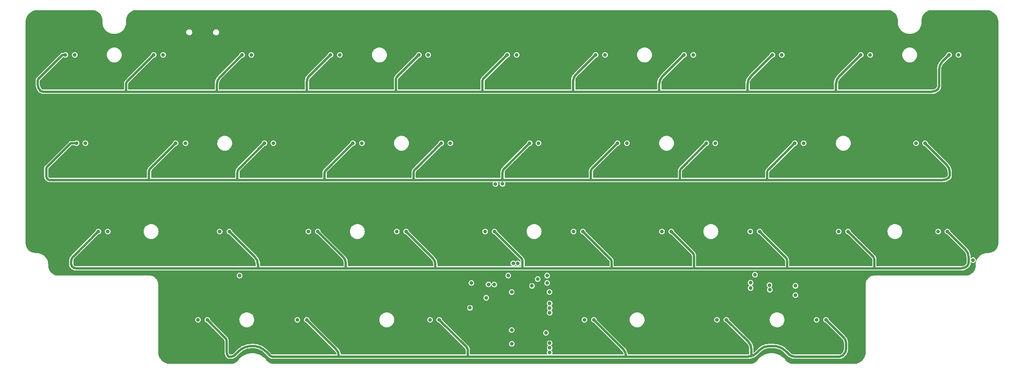
<source format=gbr>
%TF.GenerationSoftware,KiCad,Pcbnew,(7.0.0)*%
%TF.CreationDate,2023-05-05T19:02:52+02:00*%
%TF.ProjectId,travaulta revision,74726176-6175-46c7-9461-207265766973,rev?*%
%TF.SameCoordinates,Original*%
%TF.FileFunction,Copper,L2,Inr*%
%TF.FilePolarity,Positive*%
%FSLAX46Y46*%
G04 Gerber Fmt 4.6, Leading zero omitted, Abs format (unit mm)*
G04 Created by KiCad (PCBNEW (7.0.0)) date 2023-05-05 19:02:52*
%MOMM*%
%LPD*%
G01*
G04 APERTURE LIST*
%TA.AperFunction,ViaPad*%
%ADD10C,0.800000*%
%TD*%
%TA.AperFunction,Conductor*%
%ADD11C,0.500000*%
%TD*%
G04 APERTURE END LIST*
D10*
%TO.N,GND*%
X74295000Y-91313000D03*
X115311507Y-68278054D03*
X151003000Y-99314000D03*
X111125000Y-107950000D03*
X96463710Y-101616045D03*
X153987500Y-92075000D03*
X177165000Y-109855000D03*
X81280000Y-57277000D03*
X79634279Y-102166606D03*
X153988003Y-102068356D03*
X82550000Y-49999000D03*
X177176938Y-83255788D03*
X183356250Y-119062500D03*
X87249000Y-80010000D03*
X47117000Y-76200000D03*
X131445000Y-101854000D03*
X209550000Y-104366597D03*
X103187500Y-83125992D03*
X119027099Y-64169317D03*
X77430000Y-51094000D03*
X179785333Y-104324688D03*
X175451935Y-104317849D03*
X84198075Y-57286253D03*
X108167757Y-68278054D03*
X137577839Y-104298443D03*
X182499000Y-80010000D03*
X92075000Y-117475000D03*
X117475000Y-120650000D03*
X65244068Y-83266471D03*
X113284000Y-114300000D03*
X171831000Y-101981000D03*
X120215418Y-83268437D03*
X156464799Y-64146969D03*
X144653000Y-76200000D03*
X233867827Y-64186346D03*
X158602637Y-85060062D03*
X88926415Y-65964205D03*
X142113000Y-110617000D03*
X231521000Y-99314000D03*
X213758720Y-65997413D03*
X194539821Y-104317849D03*
X175816362Y-65997905D03*
X214425221Y-102091428D03*
X101155500Y-83125992D03*
X75819000Y-120777000D03*
X215272292Y-83233441D03*
X173101000Y-95250000D03*
X141859000Y-80010000D03*
X121059099Y-64169317D03*
X152584000Y-112903000D03*
X144374097Y-116215501D03*
X158753070Y-104320989D03*
X137901311Y-64231533D03*
X230692425Y-101111029D03*
X47371000Y-50800000D03*
X121095883Y-65974574D03*
X192539949Y-102088341D03*
X82558981Y-83268437D03*
X234950000Y-61087000D03*
X60075298Y-64176230D03*
X160918079Y-102299291D03*
X177839421Y-64193631D03*
X139700000Y-57150000D03*
X99867728Y-65952852D03*
X88900000Y-68262500D03*
X215781779Y-64193139D03*
X154003054Y-85382318D03*
X190232918Y-104293450D03*
X122237500Y-118268750D03*
X120650000Y-120650000D03*
X158750000Y-57150000D03*
X139262558Y-85049380D03*
X99815881Y-64231533D03*
X111369439Y-65960003D03*
X141294558Y-85049380D03*
X197035308Y-64193631D03*
X122986934Y-104249644D03*
X63212068Y-83266471D03*
X215900000Y-57150000D03*
X187325000Y-102108000D03*
X197044249Y-65997905D03*
X117331079Y-108090478D03*
X115338189Y-65960003D03*
X196850000Y-57150000D03*
X106426000Y-76200000D03*
X124688743Y-65951243D03*
X92868750Y-107950000D03*
X86288880Y-104214561D03*
X65253009Y-85070745D03*
X120506079Y-108090478D03*
X146671179Y-104344178D03*
X92075000Y-104154757D03*
X206505152Y-107452269D03*
X159004000Y-110744000D03*
X209550000Y-101508785D03*
X138303000Y-101981000D03*
X120904000Y-101727000D03*
X78607665Y-65964205D03*
X144653000Y-72517000D03*
X125349000Y-80010000D03*
X77600359Y-104245177D03*
X233876768Y-65990620D03*
X177800000Y-53213000D03*
X82189797Y-64153271D03*
X251079000Y-50800000D03*
X85751415Y-65964205D03*
X199852839Y-120960543D03*
X127852925Y-68309162D03*
X92075000Y-68262500D03*
X234146640Y-85107708D03*
X101092000Y-101600000D03*
X173573173Y-104293450D03*
X134874000Y-95250000D03*
X67120529Y-102090937D03*
X112450940Y-104214561D03*
X196338366Y-83219809D03*
X77300138Y-108312928D03*
X133985000Y-101727000D03*
X92101415Y-65964205D03*
X51435000Y-95250000D03*
X96774000Y-95250000D03*
X251206000Y-63500000D03*
X142253820Y-104333809D03*
X80962500Y-60071000D03*
X222758000Y-120650000D03*
X231844768Y-65990620D03*
X124474829Y-108090478D03*
X244094000Y-69723000D03*
X158496799Y-64146969D03*
X172415783Y-107530039D03*
X131027925Y-68309162D03*
X121031000Y-69469000D03*
X160911418Y-104281020D03*
X217417014Y-104354056D03*
X164806750Y-104289692D03*
X187216121Y-107327344D03*
X179217879Y-85060062D03*
X99218750Y-68262500D03*
X95250000Y-68262500D03*
X49530000Y-69850000D03*
X60116776Y-66008155D03*
X98425000Y-120650000D03*
X139954000Y-69469000D03*
X101847881Y-64231533D03*
X104728337Y-104167899D03*
X87249000Y-72644000D03*
X127863743Y-65951243D03*
X75692000Y-48895000D03*
X177848362Y-65997905D03*
X116496665Y-104176446D03*
X135007493Y-65951243D03*
X139933311Y-64231533D03*
X236537500Y-101600000D03*
X111342757Y-68278054D03*
X87312500Y-107950000D03*
X85725000Y-68262500D03*
X175807421Y-64193631D03*
X124677925Y-68309162D03*
X192561494Y-104301005D03*
X175590783Y-107530039D03*
X234950000Y-53340000D03*
X185104829Y-104324688D03*
X118375427Y-104200845D03*
X96070165Y-65964205D03*
X103148167Y-85096043D03*
X153987500Y-88900000D03*
X182499000Y-72390000D03*
X234154774Y-83203271D03*
X82567922Y-85072711D03*
X101899728Y-65952852D03*
X108741291Y-104191230D03*
X134996675Y-68309162D03*
X161131250Y-107950000D03*
X232114640Y-85107708D03*
X178765783Y-107530039D03*
X141285617Y-83245106D03*
X101121020Y-104154757D03*
X175895000Y-101981000D03*
X119063883Y-65974574D03*
X207168750Y-101473000D03*
X198361068Y-85095059D03*
X150018750Y-88900000D03*
X115824000Y-99314000D03*
X247015000Y-89027000D03*
X137872571Y-65974082D03*
X84599922Y-85072711D03*
X141859000Y-72517000D03*
X156473740Y-65951243D03*
X217304292Y-83233441D03*
X135674678Y-104249644D03*
X160634637Y-85060062D03*
X68453000Y-76200000D03*
X201676000Y-76200000D03*
X192024000Y-91313000D03*
X231835827Y-64186346D03*
X120650000Y-53213000D03*
X77851000Y-95250000D03*
X158593696Y-83255788D03*
X198577486Y-104323931D03*
X224282000Y-80137000D03*
X160625696Y-83255788D03*
X115607034Y-101739495D03*
X124618750Y-120650000D03*
X115824000Y-91313000D03*
X122247418Y-83268437D03*
X147066000Y-107315000D03*
X77602279Y-102166606D03*
X120650000Y-60960000D03*
X221476630Y-104354056D03*
X153321343Y-104242074D03*
X215281233Y-85037715D03*
X183356250Y-109855000D03*
X232122774Y-83203271D03*
X158505740Y-65951243D03*
X126830289Y-104261223D03*
X196329068Y-85095059D03*
X131038743Y-65951243D03*
X213749779Y-64193139D03*
X144653000Y-67691000D03*
X229235000Y-95250000D03*
X65659000Y-76200000D03*
X147896567Y-109273002D03*
X62148776Y-66008155D03*
X101600000Y-57150000D03*
X153987500Y-99218750D03*
X78581250Y-68262500D03*
X122256359Y-85072711D03*
X169545000Y-101981000D03*
X99212437Y-104149937D03*
X243967000Y-85725000D03*
X139904571Y-65974082D03*
X89408000Y-48895000D03*
X224282000Y-72390000D03*
X125349000Y-72517000D03*
X67120529Y-104050751D03*
X195003308Y-64193631D03*
X185166000Y-114300000D03*
X157892750Y-99314000D03*
X105019439Y-65960003D03*
X189144827Y-108929415D03*
X163576000Y-76200000D03*
X195012249Y-65997905D03*
X120888576Y-104225245D03*
X153288724Y-110807639D03*
X63221009Y-85070745D03*
X211905460Y-101600000D03*
X158750000Y-107950000D03*
X74295000Y-99314000D03*
X144653000Y-80010000D03*
X251079000Y-95123000D03*
X148209000Y-101981000D03*
X157956250Y-88900000D03*
X108194439Y-65960003D03*
X114300000Y-120650000D03*
X179208938Y-83255788D03*
X98806000Y-50800000D03*
X211201000Y-95250000D03*
X231521000Y-91186000D03*
X146685000Y-72517000D03*
X98425000Y-108743750D03*
X206375000Y-118268750D03*
X169531303Y-104289692D03*
X62107298Y-64176230D03*
X217313233Y-85037715D03*
X78581250Y-63500000D03*
X146685000Y-80010000D03*
X120224359Y-85072711D03*
X198370366Y-83219809D03*
X182734533Y-107530039D03*
X190240765Y-102103407D03*
X214312500Y-104348659D03*
X225979538Y-102090937D03*
X131193210Y-104261223D03*
X84590981Y-83268437D03*
X188641422Y-120900588D03*
X101116167Y-85096043D03*
X114156079Y-108090478D03*
X84137500Y-68262500D03*
X87312500Y-63500000D03*
X104992757Y-68278054D03*
X150550100Y-110815963D03*
X227965000Y-76200000D03*
X246473566Y-101666909D03*
X79653498Y-104245177D03*
X177185879Y-85060062D03*
X70970165Y-102114268D03*
X223043750Y-108743750D03*
X203835000Y-114300000D03*
X207168750Y-104370593D03*
X211681401Y-104370102D03*
X139253617Y-83245106D03*
X246062500Y-76200000D03*
X92075000Y-101600000D03*
X146685000Y-67691000D03*
X54356000Y-88900000D03*
X177800000Y-60960000D03*
X215790720Y-65997413D03*
X153346000Y-115062000D03*
X87653038Y-51101306D03*
X84074000Y-69850000D03*
X177165000Y-119062500D03*
X150425000Y-115062000D03*
%TO.N,APLEX_OUT_PIN_0*%
X210352632Y-106976214D03*
X156787000Y-106362500D03*
X156787000Y-104775000D03*
X148431250Y-104775000D03*
X140493750Y-106362500D03*
X140168917Y-111725196D03*
%TO.N,ROW0*%
X243459000Y-57150000D03*
X110109000Y-57150000D03*
X186309000Y-57150000D03*
X148209000Y-57150000D03*
X167259000Y-57150000D03*
X224409000Y-57150000D03*
X129159000Y-57150000D03*
X72009000Y-57150000D03*
X52959000Y-57150000D03*
X91059000Y-57150000D03*
X149495497Y-102108000D03*
X145669000Y-84987000D03*
X205359000Y-57150000D03*
%TO.N,ROW1*%
X55372000Y-76200000D03*
X191135000Y-76200000D03*
X133985000Y-76200000D03*
X147189272Y-84974626D03*
X76708000Y-76200000D03*
X153035000Y-76200000D03*
X210185000Y-76200000D03*
X171958000Y-76200000D03*
X114935000Y-76200000D03*
X150495000Y-102108000D03*
X238252000Y-76200000D03*
X95885000Y-76200000D03*
%TO.N,VBAT*%
X149155000Y-108331000D03*
X201599534Y-104576503D03*
X149158000Y-116524000D03*
X153545858Y-106982709D03*
X156556000Y-117129000D03*
X149189578Y-119489093D03*
X157291782Y-108302925D03*
X90487500Y-104775000D03*
X154781250Y-105533209D03*
%TO.N,COL0*%
X62103000Y-95250000D03*
X54991000Y-57150000D03*
X57277000Y-76200000D03*
%TO.N,COL1*%
X74041000Y-57150000D03*
X81550000Y-114300000D03*
X86233000Y-95250000D03*
X78867000Y-76200000D03*
%TO.N,COL2*%
X93075000Y-57150000D03*
X105362500Y-95250000D03*
X97790000Y-76200000D03*
X102980000Y-114300000D03*
%TO.N,COL3*%
X124412500Y-95250000D03*
X116887500Y-76200000D03*
X131555000Y-114300000D03*
X112125000Y-57150000D03*
%TO.N,COL4*%
X143462500Y-95250000D03*
X135937500Y-76200000D03*
X131175000Y-57150000D03*
%TO.N,COL5*%
X150241000Y-57150000D03*
X162512500Y-95250000D03*
X164846000Y-114300000D03*
X154940000Y-76200000D03*
%TO.N,COL6*%
X169291000Y-57150000D03*
X173990000Y-76200000D03*
X181562500Y-95250000D03*
X204755969Y-106823574D03*
X200668410Y-107440416D03*
%TO.N,COL7*%
X188325000Y-57150000D03*
X200674646Y-106307080D03*
X200612500Y-95250000D03*
X193421000Y-114300000D03*
X204787500Y-107822580D03*
X193040000Y-76200000D03*
%TO.N,COL8*%
X207391000Y-57150000D03*
X214884000Y-114300000D03*
X219662500Y-95250000D03*
X212090000Y-76200000D03*
%TO.N,COL9*%
X241095000Y-95250000D03*
X226441000Y-57150000D03*
X236347000Y-76200000D03*
%TO.N,ROW2*%
X164512500Y-95250000D03*
X221662500Y-95250000D03*
X126412500Y-95250000D03*
X243078000Y-95250000D03*
X202612500Y-95250000D03*
X107362500Y-95250000D03*
X145462500Y-95250000D03*
X60071000Y-95250000D03*
X88312500Y-95250000D03*
X183562500Y-95250000D03*
%TO.N,ROW3*%
X144157368Y-106657415D03*
X104980000Y-114300000D03*
X143668750Y-109537500D03*
X195453000Y-114300000D03*
X216916000Y-114300000D03*
X166878000Y-114300000D03*
X133555000Y-114300000D03*
X83550000Y-114300000D03*
%TO.N,AMUX_SEL_2*%
X157348680Y-121365408D03*
X157353000Y-110744000D03*
%TO.N,AMUX_SEL_1*%
X157357299Y-111755701D03*
X157354673Y-120365925D03*
%TO.N,AMUX_SEL_0*%
X157353500Y-119342500D03*
X157353000Y-112776000D03*
%TO.N,APLEX_EN_PIN_1*%
X145415000Y-106680000D03*
X210343750Y-108997080D03*
%TO.N,COL10*%
X245491000Y-57150000D03*
X248602500Y-101409500D03*
%TD*%
D11*
%TO.N,ROW0*%
X105029000Y-65016873D02*
X105029000Y-62836167D01*
X200025000Y-65087500D02*
X200025000Y-63449377D01*
X219075000Y-65087500D02*
X200025000Y-65087500D01*
X85725000Y-65087500D02*
X85613875Y-64976375D01*
X48158100Y-65087500D02*
X66078529Y-65087500D01*
X47593250Y-61880750D02*
X52324000Y-57150000D01*
X200025000Y-65087500D02*
X180975000Y-65087500D01*
X219075000Y-65087500D02*
X239712500Y-65087500D01*
X86253718Y-61955282D02*
X91059000Y-57150000D01*
X142875000Y-65087500D02*
X124204966Y-65087500D01*
X241300000Y-63964968D02*
X241300000Y-60274377D01*
X219075000Y-65087500D02*
X219075000Y-63449377D01*
X143032154Y-62326845D02*
X143557625Y-61801375D01*
X124204966Y-65087500D02*
X124206000Y-65086466D01*
X52324000Y-57150000D02*
X52959000Y-57150000D01*
X124206000Y-65086466D02*
X124206000Y-62529562D01*
X162949365Y-61459636D02*
X163401375Y-61007625D01*
X66040000Y-65048971D02*
X66078529Y-65087500D01*
X180975000Y-65087500D02*
X180975000Y-63449377D01*
X66040000Y-63500000D02*
X66040000Y-65048971D01*
X181657625Y-61801375D02*
X186309000Y-57150000D01*
X162433000Y-62706250D02*
X162433000Y-65027535D01*
X46990000Y-63500000D02*
X46990000Y-62706250D01*
X66309408Y-62849593D02*
X66563875Y-62595125D01*
X124204966Y-65087500D02*
X105099627Y-65087500D01*
X85613875Y-64976375D02*
X85613875Y-63500000D01*
X241982625Y-58626375D02*
X243459000Y-57150000D01*
X200707625Y-61801375D02*
X205359000Y-57150000D01*
X142875000Y-62706250D02*
X142875000Y-65087500D01*
X167259000Y-57150000D02*
X163401375Y-61007625D01*
X105457625Y-61801375D02*
X110109000Y-57150000D01*
X84800258Y-65087500D02*
X66078529Y-65087500D01*
X162373035Y-65087500D02*
X142875000Y-65087500D01*
X105099627Y-65087500D02*
X105029000Y-65016873D01*
X162433000Y-65027535D02*
X162373035Y-65087500D01*
X85725000Y-65087500D02*
X84800258Y-65087500D01*
X148209000Y-57150000D02*
X143557625Y-61801375D01*
X47147154Y-62326845D02*
X47593250Y-61880750D01*
X72009000Y-57150000D02*
X66563875Y-62595125D01*
X219757625Y-61801375D02*
X224409000Y-57150000D01*
X47625000Y-64915403D02*
X47541829Y-64832232D01*
X105099627Y-65087500D02*
X85725000Y-65087500D01*
X180975000Y-65087500D02*
X162373035Y-65087500D01*
X124507625Y-61801375D02*
X129159000Y-57150000D01*
X47147171Y-62326862D02*
G75*
G03*
X46990000Y-62706250I379429J-379438D01*
G01*
X241982642Y-58626392D02*
G75*
G03*
X241300000Y-60274377I1647958J-1648008D01*
G01*
X181657642Y-61801392D02*
G75*
G03*
X180975000Y-63449377I1647958J-1648008D01*
G01*
X162949335Y-61459606D02*
G75*
G03*
X162433000Y-62706250I1246665J-1246594D01*
G01*
X66309411Y-62849596D02*
G75*
G03*
X66040000Y-63500000I650389J-650404D01*
G01*
X239712500Y-65087494D02*
G75*
G03*
X241067515Y-64526233I0J1916294D01*
G01*
X200707642Y-61801392D02*
G75*
G03*
X200025000Y-63449377I1647958J-1648008D01*
G01*
X47541837Y-64832224D02*
G75*
G03*
X48158100Y-65087500I616263J616224D01*
G01*
X143032171Y-62326862D02*
G75*
G03*
X142875000Y-62706250I379429J-379438D01*
G01*
X46990012Y-63500000D02*
G75*
G03*
X47541829Y-64832232I1884088J0D01*
G01*
X105457645Y-61801395D02*
G75*
G03*
X105029000Y-62836167I1034755J-1034805D01*
G01*
X86253726Y-61955290D02*
G75*
G03*
X85613875Y-63500000I1544674J-1544710D01*
G01*
X219757642Y-61801392D02*
G75*
G03*
X219075000Y-63449377I1647958J-1648008D01*
G01*
X124507646Y-61801396D02*
G75*
G03*
X124206000Y-62529562I728154J-728204D01*
G01*
X241067542Y-64526260D02*
G75*
G03*
X241300000Y-63964968I-561342J561260D01*
G01*
%TO.N,ROW1*%
X49212500Y-84020665D02*
X49040744Y-83848909D01*
X204311566Y-84137500D02*
X242093750Y-84137500D01*
X147238308Y-84137500D02*
X147193000Y-84092192D01*
X242951000Y-80899000D02*
X238252000Y-76200000D01*
X90138914Y-84137500D02*
X90043000Y-84041586D01*
X166299158Y-84137500D02*
X166243000Y-84081342D01*
X128027327Y-84137500D02*
X147238308Y-84137500D01*
X71065829Y-84137500D02*
X90138914Y-84137500D01*
X90043000Y-84041586D02*
X90043000Y-82550000D01*
X128016000Y-84126173D02*
X128027327Y-84137500D01*
X147238308Y-84137500D02*
X166299158Y-84137500D01*
X128016000Y-82550000D02*
X128016000Y-84126173D01*
X70993000Y-84064671D02*
X70993000Y-82341562D01*
X71294625Y-81613375D02*
X76708000Y-76200000D01*
X166299158Y-84137500D02*
X185453222Y-84137500D01*
X243586000Y-83244922D02*
X243586000Y-82432025D01*
X109018605Y-82116395D02*
X114935000Y-76200000D01*
X210185000Y-76200000D02*
X204708125Y-81676875D01*
X109022879Y-84137500D02*
X128027327Y-84137500D01*
X90402210Y-81682790D02*
X95885000Y-76200000D01*
X54102000Y-76200000D02*
X55372000Y-76200000D01*
X204485408Y-81899593D02*
X204708125Y-81676875D01*
X133985000Y-76200000D02*
X128508125Y-81676875D01*
X109022879Y-84137500D02*
X108839000Y-83953621D01*
X128285408Y-81899593D02*
X128508125Y-81676875D01*
X204216000Y-84041934D02*
X204311566Y-84137500D01*
X185658125Y-81676875D02*
X191135000Y-76200000D01*
X49033556Y-81268444D02*
X54102000Y-76200000D01*
X166544625Y-81613375D02*
X171958000Y-76200000D01*
X185453222Y-84137500D02*
X204311566Y-84137500D01*
X185420000Y-84104278D02*
X185420000Y-82251759D01*
X204216000Y-82550000D02*
X204216000Y-84041934D01*
X166243000Y-84081342D02*
X166243000Y-82341562D01*
X108839000Y-83953621D02*
X108839000Y-82550000D01*
X185453222Y-84137500D02*
X185420000Y-84104278D01*
X71065829Y-84137500D02*
X70993000Y-84064671D01*
X48831500Y-83343750D02*
X48831500Y-81756250D01*
X147552210Y-81682790D02*
X153035000Y-76200000D01*
X71065829Y-84137500D02*
X49494564Y-84137500D01*
X90138914Y-84137500D02*
X109022879Y-84137500D01*
X147193000Y-84092192D02*
X147193000Y-82550000D01*
X204485411Y-81899596D02*
G75*
G03*
X204216000Y-82550000I650389J-650404D01*
G01*
X242093750Y-84137459D02*
G75*
G03*
X243448766Y-83576234I50J1916259D01*
G01*
X243585989Y-82432025D02*
G75*
G03*
X242951000Y-80899000I-2167989J25D01*
G01*
X71294646Y-81613396D02*
G75*
G03*
X70993000Y-82341562I728154J-728204D01*
G01*
X243448746Y-83576214D02*
G75*
G03*
X243586000Y-83244922I-331246J331314D01*
G01*
X49212518Y-84020647D02*
G75*
G03*
X49494564Y-84137500I282082J282047D01*
G01*
X90402214Y-81682794D02*
G75*
G03*
X90043000Y-82550000I867186J-867206D01*
G01*
X147552214Y-81682794D02*
G75*
G03*
X147193000Y-82550000I867186J-867206D01*
G01*
X109018607Y-82116397D02*
G75*
G03*
X108839000Y-82550000I433593J-433603D01*
G01*
X49033573Y-81268461D02*
G75*
G03*
X48831500Y-81756250I487827J-487839D01*
G01*
X166544646Y-81613396D02*
G75*
G03*
X166243000Y-82341562I728154J-728204D01*
G01*
X185658147Y-81676897D02*
G75*
G03*
X185420000Y-82251759I574853J-574903D01*
G01*
X48831535Y-83343750D02*
G75*
G03*
X49040744Y-83848909I714365J-50D01*
G01*
X128285411Y-81899596D02*
G75*
G03*
X128016000Y-82550000I650389J-650404D01*
G01*
%TO.N,ROW2*%
X188221875Y-99909375D02*
X183562500Y-95250000D01*
X54229000Y-101600000D02*
X54229000Y-102393750D01*
X150915625Y-100703125D02*
X145462500Y-95250000D01*
X55278070Y-103187500D02*
X94456250Y-103187500D01*
X132715000Y-102393750D02*
X132715000Y-103187500D01*
X151297807Y-101085308D02*
X150915625Y-100703125D01*
X170688000Y-103187500D02*
X188118750Y-103187500D01*
X131865625Y-100703125D02*
X126412500Y-95250000D01*
X170564610Y-101302110D02*
X164512500Y-95250000D01*
X113411000Y-103187500D02*
X113411000Y-102140487D01*
X208065625Y-100703125D02*
X202612500Y-95250000D01*
X208231005Y-100868504D02*
X208065625Y-100703125D01*
X188468000Y-103187500D02*
X188468000Y-100503573D01*
X170688000Y-103187500D02*
X170688000Y-101600000D01*
X151511000Y-101600000D02*
X151511000Y-103187500D01*
X132120146Y-100957647D02*
X131865625Y-100703125D01*
X246954030Y-99126030D02*
X243078000Y-95250000D01*
X227115625Y-100703125D02*
X221662500Y-95250000D01*
X188118750Y-103187500D02*
X188468000Y-103187500D01*
X60071000Y-95250000D02*
X54588210Y-100732790D01*
X208534000Y-101600000D02*
X208534000Y-103187500D01*
X188118750Y-103187500D02*
X208534000Y-103187500D01*
X94456250Y-103187500D02*
X94456250Y-102370441D01*
X113411000Y-103187500D02*
X132715000Y-103187500D01*
X247650000Y-102064968D02*
X247650000Y-100806250D01*
X93765625Y-100703125D02*
X88312500Y-95250000D01*
X94456250Y-103187500D02*
X113411000Y-103187500D01*
X132715000Y-103187500D02*
X151511000Y-103187500D01*
X227330000Y-103187500D02*
X246062500Y-103187500D01*
X208534000Y-103187500D02*
X227330000Y-103187500D01*
X151511000Y-103187500D02*
X170688000Y-103187500D01*
X227330000Y-103187500D02*
X227330000Y-101220672D01*
X112815625Y-100703125D02*
X107362500Y-95250000D01*
X54228962Y-102393750D02*
G75*
G03*
X54408606Y-102827356I613238J50D01*
G01*
X54408623Y-102827339D02*
G75*
G03*
X55278070Y-103187500I869477J869439D01*
G01*
X246062500Y-103187494D02*
G75*
G03*
X247417515Y-102626233I0J1916294D01*
G01*
X94456218Y-102370441D02*
G75*
G03*
X93765625Y-100703125I-2357918J41D01*
G01*
X208533997Y-101600000D02*
G75*
G03*
X208231004Y-100868505I-1034497J0D01*
G01*
X247417542Y-102626260D02*
G75*
G03*
X247650000Y-102064968I-561342J561260D01*
G01*
X188468025Y-100503573D02*
G75*
G03*
X188221875Y-99909375I-840325J-27D01*
G01*
X170687994Y-101600000D02*
G75*
G03*
X170564610Y-101302110I-421294J0D01*
G01*
X113411019Y-102140487D02*
G75*
G03*
X112815624Y-100703126I-2032719J-13D01*
G01*
X54588214Y-100732794D02*
G75*
G03*
X54229000Y-101600000I867186J-867206D01*
G01*
X132714980Y-102393750D02*
G75*
G03*
X132120146Y-100957647I-2030880J50D01*
G01*
X227330026Y-101220672D02*
G75*
G03*
X227115625Y-100703125I-731926J-28D01*
G01*
X247650032Y-100806250D02*
G75*
G03*
X246954030Y-99126030I-2376232J-50D01*
G01*
X151510995Y-101600000D02*
G75*
G03*
X151297807Y-101085308I-727895J0D01*
G01*
%TO.N,ROW3*%
X173132750Y-120554750D02*
X173135280Y-120557280D01*
X221234000Y-120650000D02*
X221234000Y-119269068D01*
X111252000Y-122237500D02*
X97557790Y-122237500D01*
X173355000Y-122237500D02*
X173831250Y-122237500D01*
X139446000Y-122237500D02*
X139700000Y-122237500D01*
X111252000Y-122237500D02*
X111918750Y-122237500D01*
X89423407Y-121968092D02*
X89587605Y-121803895D01*
X111918750Y-122237500D02*
X139446000Y-122237500D01*
X204711235Y-119951500D02*
X205486000Y-119951500D01*
X173831250Y-122237500D02*
X200152000Y-122237500D01*
X220440250Y-122015250D02*
X220837125Y-121618375D01*
X201886421Y-121519080D02*
X202184000Y-121221500D01*
X173132750Y-120554750D02*
X166878000Y-114300000D01*
X139446000Y-120191000D02*
X133555000Y-114300000D01*
X87415625Y-118165625D02*
X83550000Y-114300000D01*
X93345000Y-119951500D02*
X93236051Y-119951500D01*
X210051617Y-122237500D02*
X219903692Y-122237500D01*
X173355000Y-120777000D02*
X173132750Y-120554750D01*
X88773000Y-122237500D02*
X88138000Y-122237500D01*
X139700000Y-120804210D02*
X139700000Y-122237500D01*
X208304434Y-121118933D02*
X208978500Y-121793000D01*
X111252000Y-120572000D02*
X104980000Y-114300000D01*
X202184000Y-121221500D02*
X202565000Y-120840500D01*
X200818750Y-120608676D02*
X200818750Y-122145139D01*
X96163434Y-121118933D02*
X97086987Y-122042487D01*
X90170000Y-121221500D02*
X89587605Y-121803895D01*
X139700000Y-122237500D02*
X173355000Y-122237500D01*
X87717160Y-121221503D02*
X87717160Y-118893594D01*
X111918750Y-122181676D02*
X111918750Y-122237500D01*
X200152000Y-118999000D02*
X195453000Y-114300000D01*
X220773625Y-118157625D02*
X216916000Y-114300000D01*
X221234000Y-120660234D02*
X221234000Y-120650000D01*
X204711235Y-119951515D02*
G75*
G03*
X202565000Y-120840500I-35J-3035185D01*
G01*
X200152000Y-122237512D02*
G75*
G03*
X201886420Y-121519079I0J2452812D01*
G01*
X97086995Y-122042479D02*
G75*
G03*
X97557790Y-122237500I470805J470779D01*
G01*
X111918759Y-122181676D02*
G75*
G03*
X111252000Y-120572000I-2276459J-24D01*
G01*
X173831261Y-122237500D02*
G75*
G03*
X173135280Y-120557280I-2376161J0D01*
G01*
X208304440Y-121118927D02*
G75*
G03*
X205486000Y-119951500I-2818440J-2818473D01*
G01*
X219903692Y-122237496D02*
G75*
G03*
X220440250Y-122015250I8J758796D01*
G01*
X87717160Y-121221503D02*
G75*
G03*
X88138001Y-122237499I1436840J3D01*
G01*
X87717176Y-118893594D02*
G75*
G03*
X87415624Y-118165626I-1029476J-6D01*
G01*
X208978495Y-121793005D02*
G75*
G03*
X210051617Y-122237500I1073105J1073105D01*
G01*
X221234027Y-119269068D02*
G75*
G03*
X220773625Y-118157625I-1571827J-32D01*
G01*
X200818759Y-120608676D02*
G75*
G03*
X200152000Y-118999000I-2276459J-24D01*
G01*
X93236051Y-119951522D02*
G75*
G03*
X90170001Y-121221501I-51J-4335978D01*
G01*
X88773000Y-122237503D02*
G75*
G03*
X89423406Y-121968091I0J919803D01*
G01*
X96163440Y-121118927D02*
G75*
G03*
X93345000Y-119951500I-2818440J-2818473D01*
G01*
X220837105Y-121618355D02*
G75*
G03*
X221234000Y-120660234I-958105J958155D01*
G01*
X139699995Y-120804210D02*
G75*
G03*
X139445999Y-120191001I-867195J10D01*
G01*
%TD*%
%TA.AperFunction,Conductor*%
%TO.N,GND*%
G36*
X230200348Y-47475520D02*
G01*
X230298956Y-47481485D01*
X230298956Y-47481499D01*
X230299009Y-47481488D01*
X230471593Y-47492799D01*
X230472909Y-47492963D01*
X230599140Y-47516096D01*
X230599298Y-47516126D01*
X230743441Y-47544797D01*
X230744618Y-47545097D01*
X230872041Y-47584803D01*
X230872119Y-47584829D01*
X231006581Y-47630473D01*
X231007622Y-47630883D01*
X231131044Y-47686431D01*
X231131417Y-47686607D01*
X231138829Y-47690262D01*
X231256886Y-47748482D01*
X231257750Y-47748954D01*
X231323021Y-47788412D01*
X231374440Y-47819496D01*
X231374887Y-47819781D01*
X231490392Y-47896959D01*
X231491108Y-47897477D01*
X231598807Y-47981853D01*
X231599305Y-47982266D01*
X231703474Y-48073620D01*
X231704033Y-48074144D01*
X231800854Y-48170965D01*
X231801378Y-48171524D01*
X231892740Y-48275703D01*
X231893153Y-48276201D01*
X231977513Y-48383879D01*
X231978031Y-48384595D01*
X232055225Y-48500123D01*
X232055510Y-48500570D01*
X232126040Y-48617239D01*
X232126520Y-48618117D01*
X232188395Y-48743588D01*
X232188571Y-48743961D01*
X232244115Y-48867376D01*
X232244525Y-48868417D01*
X232290145Y-49002808D01*
X232290236Y-49003088D01*
X232329896Y-49130363D01*
X232330201Y-49131561D01*
X232358877Y-49275723D01*
X232358910Y-49275897D01*
X232382033Y-49402076D01*
X232382200Y-49403420D01*
X232393519Y-49576116D01*
X232393520Y-49576176D01*
X232393523Y-49576176D01*
X232399479Y-49674636D01*
X232399500Y-49675342D01*
X232399500Y-50074998D01*
X232399499Y-50075000D01*
X232399499Y-50229277D01*
X232399540Y-50229618D01*
X232399541Y-50229627D01*
X232436648Y-50535232D01*
X232436649Y-50535242D01*
X232436691Y-50535581D01*
X232436774Y-50535918D01*
X232436774Y-50535920D01*
X232510533Y-50835169D01*
X232510654Y-50835488D01*
X232510656Y-50835494D01*
X232619821Y-51123340D01*
X232619947Y-51123672D01*
X232763339Y-51396883D01*
X232763540Y-51397174D01*
X232763541Y-51397175D01*
X232938406Y-51650511D01*
X232938618Y-51650817D01*
X232938849Y-51651077D01*
X232938850Y-51651079D01*
X233143001Y-51881518D01*
X233143227Y-51881773D01*
X233374183Y-52086382D01*
X233628118Y-52261661D01*
X233901329Y-52405053D01*
X234189832Y-52514468D01*
X234489419Y-52588309D01*
X234795724Y-52625501D01*
X235103921Y-52625501D01*
X235104277Y-52625501D01*
X235410582Y-52588309D01*
X235710169Y-52514467D01*
X235998672Y-52405052D01*
X236271883Y-52261660D01*
X236525818Y-52086382D01*
X236756774Y-51881773D01*
X236961383Y-51650817D01*
X237136661Y-51396882D01*
X237280053Y-51123671D01*
X237389468Y-50835168D01*
X237463309Y-50535580D01*
X237500501Y-50229276D01*
X237500501Y-50074999D01*
X237500501Y-50074499D01*
X237500501Y-49675359D01*
X237500522Y-49674653D01*
X237502904Y-49635268D01*
X237506487Y-49576047D01*
X237506498Y-49576047D01*
X237506490Y-49575994D01*
X237517802Y-49403400D01*
X237517964Y-49402097D01*
X237541123Y-49275723D01*
X237569801Y-49131549D01*
X237570100Y-49130376D01*
X237609802Y-49002969D01*
X237609826Y-49002897D01*
X237655482Y-48868398D01*
X237655876Y-48867398D01*
X237711451Y-48743915D01*
X237711588Y-48743624D01*
X237773494Y-48618091D01*
X237773940Y-48617275D01*
X237844526Y-48500513D01*
X237844754Y-48500155D01*
X237921975Y-48384585D01*
X237922461Y-48383913D01*
X238006877Y-48276164D01*
X238007239Y-48275728D01*
X238098654Y-48171489D01*
X238099118Y-48170994D01*
X238195994Y-48074119D01*
X238196489Y-48073654D01*
X238300728Y-47982239D01*
X238301164Y-47981877D01*
X238408913Y-47897461D01*
X238409585Y-47896975D01*
X238525155Y-47819754D01*
X238525513Y-47819526D01*
X238642275Y-47748940D01*
X238643091Y-47748494D01*
X238768624Y-47686588D01*
X238768915Y-47686451D01*
X238892398Y-47630876D01*
X238893398Y-47630482D01*
X239027897Y-47584826D01*
X239027969Y-47584802D01*
X239155376Y-47545100D01*
X239156549Y-47544801D01*
X239300756Y-47516116D01*
X239427097Y-47492964D01*
X239428400Y-47492802D01*
X239600994Y-47481490D01*
X239601047Y-47481498D01*
X239601047Y-47481487D01*
X239601077Y-47481484D01*
X239699652Y-47475522D01*
X239700359Y-47475501D01*
X239700500Y-47475501D01*
X251474663Y-47475499D01*
X251475319Y-47475517D01*
X251477479Y-47475638D01*
X251590607Y-47481991D01*
X251772396Y-47492988D01*
X251773597Y-47493126D01*
X251914616Y-47517086D01*
X252070557Y-47545663D01*
X252071665Y-47545923D01*
X252213531Y-47586794D01*
X252213580Y-47586809D01*
X252360589Y-47632619D01*
X252361550Y-47632968D01*
X252499559Y-47690133D01*
X252499838Y-47690253D01*
X252629201Y-47748474D01*
X252638486Y-47752653D01*
X252639343Y-47753082D01*
X252770940Y-47825813D01*
X252771211Y-47825969D01*
X252888642Y-47896959D01*
X252900569Y-47904169D01*
X252901286Y-47904640D01*
X253024248Y-47991886D01*
X253024694Y-47992218D01*
X253143269Y-48085116D01*
X253143849Y-48085602D01*
X253256448Y-48186226D01*
X253256925Y-48186677D01*
X253363320Y-48293072D01*
X253363771Y-48293549D01*
X253464397Y-48406150D01*
X253464883Y-48406730D01*
X253513087Y-48468257D01*
X253557787Y-48525312D01*
X253558091Y-48525720D01*
X253623031Y-48617244D01*
X253645363Y-48648718D01*
X253645834Y-48649435D01*
X253723990Y-48778722D01*
X253724217Y-48779116D01*
X253796918Y-48910661D01*
X253797347Y-48911518D01*
X253859730Y-49050124D01*
X253859870Y-49050449D01*
X253917024Y-49188432D01*
X253917385Y-49189428D01*
X253963159Y-49336319D01*
X253963232Y-49336561D01*
X254004072Y-49478322D01*
X254004337Y-49479452D01*
X254032891Y-49635268D01*
X254032839Y-49635277D01*
X254032919Y-49635417D01*
X254056869Y-49776374D01*
X254057013Y-49777628D01*
X254068025Y-49959690D01*
X254068028Y-49959740D01*
X254074482Y-50074661D01*
X254074500Y-50075317D01*
X254074500Y-97683641D01*
X254074479Y-97684347D01*
X254068518Y-97782897D01*
X254068514Y-97782956D01*
X254057199Y-97955578D01*
X254057032Y-97956922D01*
X254033909Y-98083101D01*
X254033876Y-98083275D01*
X254005201Y-98227437D01*
X254004896Y-98228635D01*
X253965233Y-98355917D01*
X253965142Y-98356197D01*
X253919525Y-98490577D01*
X253919115Y-98491618D01*
X253863568Y-98615040D01*
X253863392Y-98615413D01*
X253801519Y-98740880D01*
X253801039Y-98741758D01*
X253730505Y-98858434D01*
X253730220Y-98858881D01*
X253653035Y-98974396D01*
X253652517Y-98975112D01*
X253568144Y-99082806D01*
X253567731Y-99083304D01*
X253476384Y-99187466D01*
X253475860Y-99188025D01*
X253379025Y-99284860D01*
X253378466Y-99285384D01*
X253274304Y-99376731D01*
X253273806Y-99377144D01*
X253166112Y-99461517D01*
X253165396Y-99462035D01*
X253049881Y-99539220D01*
X253049434Y-99539505D01*
X252932758Y-99610039D01*
X252931880Y-99610519D01*
X252806413Y-99672392D01*
X252806040Y-99672568D01*
X252682618Y-99728115D01*
X252681577Y-99728525D01*
X252547197Y-99774142D01*
X252546917Y-99774233D01*
X252419635Y-99813896D01*
X252418437Y-99814201D01*
X252274275Y-99842876D01*
X252274101Y-99842909D01*
X252147922Y-99866032D01*
X252146578Y-99866199D01*
X251974015Y-99877510D01*
X251973956Y-99877514D01*
X251875347Y-99883479D01*
X251874641Y-99883500D01*
X251734438Y-99883500D01*
X251734375Y-99883487D01*
X251734375Y-99883474D01*
X251734310Y-99883473D01*
X251734306Y-99883473D01*
X251591462Y-99883470D01*
X251591140Y-99883470D01*
X251590826Y-99883505D01*
X251590814Y-99883506D01*
X251306806Y-99915499D01*
X251306803Y-99915499D01*
X251306470Y-99915537D01*
X251306164Y-99915606D01*
X251306145Y-99915610D01*
X251027500Y-99979204D01*
X251027496Y-99979204D01*
X251027181Y-99979277D01*
X251026874Y-99979384D01*
X251026865Y-99979387D01*
X250757094Y-100073779D01*
X250757080Y-100073784D01*
X250756785Y-100073888D01*
X250756497Y-100074026D01*
X250756489Y-100074030D01*
X250498979Y-100198038D01*
X250498972Y-100198041D01*
X250498683Y-100198181D01*
X250498429Y-100198340D01*
X250498410Y-100198351D01*
X250256397Y-100350417D01*
X250256389Y-100350421D01*
X250256121Y-100350591D01*
X250255864Y-100350795D01*
X250255861Y-100350798D01*
X250143103Y-100440720D01*
X250032150Y-100529202D01*
X250031926Y-100529425D01*
X250031917Y-100529434D01*
X249829818Y-100731535D01*
X249829809Y-100731544D01*
X249829586Y-100731768D01*
X249829388Y-100732015D01*
X249829381Y-100732024D01*
X249651184Y-100955481D01*
X249650977Y-100955741D01*
X249650808Y-100956009D01*
X249650803Y-100956017D01*
X249498739Y-101198031D01*
X249498728Y-101198050D01*
X249498569Y-101198304D01*
X249498429Y-101198593D01*
X249498426Y-101198600D01*
X249374421Y-101456111D01*
X249374414Y-101456126D01*
X249374279Y-101456408D01*
X249374175Y-101456704D01*
X249374173Y-101456710D01*
X249279775Y-101726505D01*
X249279774Y-101726510D01*
X249279671Y-101726804D01*
X249279601Y-101727109D01*
X249279600Y-101727114D01*
X249216006Y-102005769D01*
X249216002Y-102005788D01*
X249215933Y-102006094D01*
X249215895Y-102006427D01*
X249215895Y-102006430D01*
X249183904Y-102290438D01*
X249183904Y-102290440D01*
X249183868Y-102290764D01*
X249183868Y-102291086D01*
X249183868Y-102291087D01*
X249183874Y-102433999D01*
X249183874Y-102574639D01*
X249183853Y-102575346D01*
X249177888Y-102673886D01*
X249177884Y-102673945D01*
X249166562Y-102846574D01*
X249166395Y-102847918D01*
X249143267Y-102974091D01*
X249143234Y-102974264D01*
X249114555Y-103118423D01*
X249114250Y-103119621D01*
X249074590Y-103246880D01*
X249074499Y-103247160D01*
X249028869Y-103381568D01*
X249028459Y-103382609D01*
X248972918Y-103506010D01*
X248972742Y-103506383D01*
X248910864Y-103631850D01*
X248910384Y-103632728D01*
X248839851Y-103749401D01*
X248839566Y-103749848D01*
X248762377Y-103865366D01*
X248761859Y-103866082D01*
X248677478Y-103973783D01*
X248677064Y-103974281D01*
X248585738Y-104078417D01*
X248585215Y-104078976D01*
X248488366Y-104175824D01*
X248487807Y-104176348D01*
X248383657Y-104267684D01*
X248383159Y-104268097D01*
X248275454Y-104352478D01*
X248274738Y-104352996D01*
X248159237Y-104430173D01*
X248158790Y-104430458D01*
X248042108Y-104500995D01*
X248041230Y-104501475D01*
X247915767Y-104563349D01*
X247915394Y-104563525D01*
X247791982Y-104619070D01*
X247790941Y-104619480D01*
X247656539Y-104665106D01*
X247656259Y-104665197D01*
X247529001Y-104704855D01*
X247527803Y-104705160D01*
X247383618Y-104733843D01*
X247383444Y-104733876D01*
X247257285Y-104757000D01*
X247255943Y-104757167D01*
X247086426Y-104768297D01*
X247086366Y-104768301D01*
X246984375Y-104774474D01*
X246984367Y-104774352D01*
X246983661Y-104774498D01*
X227299904Y-104774498D01*
X227299896Y-104774500D01*
X227181988Y-104774500D01*
X227181623Y-104774548D01*
X227181608Y-104774549D01*
X226948372Y-104805256D01*
X226948356Y-104805259D01*
X226947985Y-104805308D01*
X226947605Y-104805409D01*
X226947604Y-104805410D01*
X226720386Y-104866293D01*
X226720383Y-104866293D01*
X226720006Y-104866395D01*
X226719643Y-104866545D01*
X226719641Y-104866546D01*
X226502313Y-104956565D01*
X226502304Y-104956569D01*
X226501950Y-104956716D01*
X226501619Y-104956906D01*
X226501609Y-104956912D01*
X226297881Y-105074535D01*
X226297877Y-105074537D01*
X226297549Y-105074727D01*
X226297254Y-105074953D01*
X226297247Y-105074958D01*
X226110602Y-105218175D01*
X226110590Y-105218185D01*
X226110300Y-105218408D01*
X226110036Y-105218671D01*
X226110028Y-105218679D01*
X225943679Y-105385029D01*
X225943671Y-105385037D01*
X225943408Y-105385301D01*
X225943185Y-105385591D01*
X225943175Y-105385603D01*
X225799958Y-105572248D01*
X225799953Y-105572255D01*
X225799727Y-105572550D01*
X225799537Y-105572878D01*
X225799535Y-105572882D01*
X225681912Y-105776610D01*
X225681906Y-105776620D01*
X225681716Y-105776951D01*
X225681569Y-105777305D01*
X225681565Y-105777314D01*
X225591545Y-105994642D01*
X225591394Y-105995007D01*
X225591292Y-105995384D01*
X225591292Y-105995387D01*
X225548273Y-106155935D01*
X225530307Y-106222986D01*
X225530258Y-106223357D01*
X225530255Y-106223373D01*
X225499549Y-106456609D01*
X225499548Y-106456624D01*
X225499500Y-106456989D01*
X225499500Y-106457372D01*
X225499500Y-121224663D01*
X225499482Y-121225319D01*
X225493019Y-121340400D01*
X225493016Y-121340450D01*
X225482012Y-121522369D01*
X225481868Y-121523623D01*
X225457921Y-121664556D01*
X225457894Y-121664705D01*
X225429336Y-121820543D01*
X225429071Y-121821673D01*
X225388224Y-121963458D01*
X225388151Y-121963700D01*
X225342387Y-122110562D01*
X225342026Y-122111558D01*
X225284865Y-122249559D01*
X225284725Y-122249884D01*
X225222350Y-122388474D01*
X225221921Y-122389332D01*
X225149213Y-122520886D01*
X225148986Y-122521279D01*
X225070829Y-122650568D01*
X225070358Y-122651285D01*
X224983106Y-122774255D01*
X224982774Y-122774701D01*
X224889886Y-122893263D01*
X224889400Y-122893843D01*
X224788769Y-123006450D01*
X224788318Y-123006927D01*
X224681925Y-123113320D01*
X224681448Y-123113771D01*
X224568848Y-123214397D01*
X224568268Y-123214883D01*
X224449703Y-123307773D01*
X224449257Y-123308105D01*
X224326278Y-123395363D01*
X224325561Y-123395834D01*
X224196299Y-123473975D01*
X224195906Y-123474202D01*
X224064325Y-123546925D01*
X224063467Y-123547354D01*
X223924884Y-123609724D01*
X223924559Y-123609864D01*
X223786566Y-123667023D01*
X223785570Y-123667384D01*
X223638685Y-123713156D01*
X223638443Y-123713229D01*
X223496674Y-123754071D01*
X223495544Y-123754336D01*
X223339706Y-123782894D01*
X223339557Y-123782921D01*
X223198624Y-123806868D01*
X223197370Y-123807012D01*
X223015501Y-123818013D01*
X223015451Y-123818016D01*
X222900320Y-123824482D01*
X222899664Y-123824500D01*
X209934709Y-123824500D01*
X209934042Y-123824481D01*
X209873331Y-123821014D01*
X209873236Y-123821008D01*
X209669958Y-123807738D01*
X209668726Y-123807592D01*
X209557815Y-123788412D01*
X209557534Y-123788360D01*
X209404662Y-123758052D01*
X209403643Y-123757802D01*
X209287277Y-123723654D01*
X209286833Y-123723513D01*
X209218161Y-123700280D01*
X209147081Y-123676231D01*
X209146278Y-123675926D01*
X209032084Y-123627690D01*
X209031477Y-123627413D01*
X208900756Y-123563172D01*
X208900165Y-123562860D01*
X208792226Y-123501931D01*
X208791494Y-123501482D01*
X208668671Y-123419725D01*
X208668279Y-123419452D01*
X208653195Y-123408498D01*
X208570162Y-123348199D01*
X208569352Y-123347554D01*
X208451954Y-123245037D01*
X208451741Y-123244846D01*
X208419078Y-123214883D01*
X208368785Y-123168748D01*
X208367921Y-123167867D01*
X208234292Y-123016272D01*
X208234229Y-123016199D01*
X208225777Y-123006450D01*
X208193127Y-122968791D01*
X208192718Y-122968291D01*
X208081590Y-122824218D01*
X208081413Y-122823988D01*
X207831191Y-122557231D01*
X207556512Y-122315730D01*
X207556295Y-122315573D01*
X207556287Y-122315567D01*
X207260153Y-122101890D01*
X207260146Y-122101885D01*
X207259914Y-122101718D01*
X207259660Y-122101569D01*
X207259653Y-122101565D01*
X206944398Y-121917323D01*
X206944392Y-121917319D01*
X206944139Y-121917172D01*
X206943873Y-121917049D01*
X206612347Y-121763909D01*
X206612342Y-121763907D01*
X206612104Y-121763797D01*
X206529155Y-121734775D01*
X206267132Y-121643098D01*
X206267116Y-121643093D01*
X206266878Y-121643010D01*
X206052656Y-121590495D01*
X205911910Y-121555992D01*
X205911905Y-121555991D01*
X205911648Y-121555928D01*
X205911386Y-121555890D01*
X205911371Y-121555887D01*
X205549987Y-121503396D01*
X205549969Y-121503394D01*
X205549699Y-121503355D01*
X205549426Y-121503341D01*
X205549407Y-121503340D01*
X205184666Y-121485790D01*
X205184375Y-121485776D01*
X205184084Y-121485790D01*
X204819341Y-121503340D01*
X204819320Y-121503341D01*
X204819050Y-121503355D01*
X204818781Y-121503394D01*
X204818761Y-121503396D01*
X204457377Y-121555887D01*
X204457358Y-121555890D01*
X204457101Y-121555928D01*
X204456847Y-121555990D01*
X204456838Y-121555992D01*
X204102132Y-121642946D01*
X204102126Y-121642947D01*
X204101872Y-121643010D01*
X204101639Y-121643091D01*
X204101617Y-121643098D01*
X203756896Y-121763709D01*
X203756892Y-121763710D01*
X203756645Y-121763797D01*
X203756413Y-121763904D01*
X203756401Y-121763909D01*
X203424875Y-121917049D01*
X203424865Y-121917054D01*
X203424610Y-121917172D01*
X203424365Y-121917315D01*
X203424350Y-121917323D01*
X203109095Y-122101565D01*
X203109078Y-122101575D01*
X203108835Y-122101718D01*
X203108611Y-122101879D01*
X203108595Y-122101890D01*
X202812462Y-122315567D01*
X202812444Y-122315581D01*
X202812238Y-122315730D01*
X202812038Y-122315905D01*
X202812029Y-122315913D01*
X202537771Y-122557044D01*
X202537764Y-122557050D01*
X202537559Y-122557231D01*
X202537372Y-122557429D01*
X202537362Y-122557440D01*
X202287538Y-122823773D01*
X202287531Y-122823780D01*
X202287336Y-122823989D01*
X202287164Y-122824211D01*
X202287158Y-122824219D01*
X202175861Y-122968511D01*
X202175437Y-122969030D01*
X202135571Y-123015006D01*
X202135508Y-123015078D01*
X202000817Y-123167878D01*
X201999949Y-123168763D01*
X201916987Y-123244859D01*
X201916773Y-123245050D01*
X201799405Y-123347534D01*
X201798585Y-123348188D01*
X201700455Y-123419446D01*
X201700063Y-123419719D01*
X201577249Y-123501468D01*
X201576517Y-123501917D01*
X201468579Y-123562843D01*
X201467988Y-123563155D01*
X201337258Y-123627401D01*
X201336651Y-123627678D01*
X201222465Y-123675911D01*
X201221662Y-123676216D01*
X201081899Y-123723506D01*
X201081444Y-123723649D01*
X200965112Y-123757792D01*
X200964093Y-123758043D01*
X200811223Y-123788356D01*
X200810941Y-123788408D01*
X200700025Y-123807594D01*
X200698793Y-123807740D01*
X200493883Y-123821114D01*
X200493789Y-123821120D01*
X200435007Y-123824481D01*
X200434339Y-123824500D01*
X98015961Y-123824500D01*
X98015293Y-123824481D01*
X97954584Y-123821011D01*
X97954489Y-123821005D01*
X97751206Y-123807723D01*
X97749975Y-123807577D01*
X97639080Y-123788395D01*
X97638798Y-123788343D01*
X97485918Y-123758030D01*
X97484899Y-123757780D01*
X97368533Y-123723629D01*
X97368078Y-123723485D01*
X97228329Y-123676201D01*
X97227526Y-123675896D01*
X97113353Y-123627670D01*
X97112746Y-123627393D01*
X96982008Y-123563147D01*
X96981417Y-123562835D01*
X96947241Y-123543545D01*
X96873471Y-123501908D01*
X96872755Y-123501468D01*
X96767864Y-123431652D01*
X96749913Y-123419704D01*
X96749521Y-123419431D01*
X96651417Y-123348195D01*
X96650597Y-123347541D01*
X96605050Y-123307773D01*
X96533161Y-123245005D01*
X96533009Y-123244869D01*
X96488240Y-123203807D01*
X96450045Y-123168774D01*
X96449177Y-123167888D01*
X96315539Y-123016272D01*
X96313123Y-123013530D01*
X96274768Y-122969300D01*
X96274550Y-122969040D01*
X96274537Y-122969024D01*
X96274354Y-122968792D01*
X96268008Y-122960565D01*
X96162663Y-122823989D01*
X95912440Y-122557231D01*
X95637761Y-122315731D01*
X95637544Y-122315574D01*
X95637536Y-122315568D01*
X95341403Y-122101891D01*
X95341396Y-122101886D01*
X95341164Y-122101719D01*
X95340910Y-122101570D01*
X95340903Y-122101566D01*
X95025648Y-121917324D01*
X95025642Y-121917320D01*
X95025389Y-121917173D01*
X95025121Y-121917049D01*
X94693597Y-121763910D01*
X94693592Y-121763908D01*
X94693354Y-121763798D01*
X94610402Y-121734775D01*
X94348381Y-121643099D01*
X94348365Y-121643094D01*
X94348127Y-121643011D01*
X94347862Y-121642946D01*
X93993160Y-121555993D01*
X93993155Y-121555992D01*
X93992898Y-121555929D01*
X93992636Y-121555891D01*
X93992621Y-121555888D01*
X93631237Y-121503397D01*
X93631219Y-121503395D01*
X93630949Y-121503356D01*
X93630676Y-121503342D01*
X93630657Y-121503341D01*
X93265916Y-121485791D01*
X93265625Y-121485777D01*
X93265334Y-121485791D01*
X92900592Y-121503341D01*
X92900571Y-121503342D01*
X92900301Y-121503356D01*
X92900032Y-121503395D01*
X92900012Y-121503397D01*
X92538628Y-121555888D01*
X92538609Y-121555891D01*
X92538352Y-121555929D01*
X92538098Y-121555991D01*
X92538089Y-121555993D01*
X92183383Y-121642947D01*
X92183377Y-121642948D01*
X92183123Y-121643011D01*
X92182890Y-121643092D01*
X92182868Y-121643099D01*
X91838147Y-121763710D01*
X91838143Y-121763711D01*
X91837896Y-121763798D01*
X91837664Y-121763905D01*
X91837652Y-121763910D01*
X91506126Y-121917050D01*
X91506116Y-121917055D01*
X91505861Y-121917173D01*
X91505616Y-121917316D01*
X91505601Y-121917324D01*
X91190346Y-122101566D01*
X91190329Y-122101576D01*
X91190086Y-122101719D01*
X91189862Y-122101880D01*
X91189846Y-122101891D01*
X90893713Y-122315568D01*
X90893695Y-122315582D01*
X90893489Y-122315731D01*
X90893289Y-122315906D01*
X90893280Y-122315914D01*
X90619022Y-122557044D01*
X90619015Y-122557050D01*
X90618810Y-122557231D01*
X90618623Y-122557429D01*
X90618613Y-122557440D01*
X90368789Y-122823773D01*
X90368782Y-122823780D01*
X90368587Y-122823989D01*
X90368415Y-122824211D01*
X90368409Y-122824219D01*
X90257112Y-122968511D01*
X90256687Y-122969030D01*
X90216793Y-123015036D01*
X90216731Y-123015108D01*
X90082070Y-123167868D01*
X90081202Y-123168753D01*
X89998217Y-123244869D01*
X89998003Y-123245060D01*
X89880655Y-123347523D01*
X89879835Y-123348177D01*
X89781690Y-123419445D01*
X89781298Y-123419718D01*
X89658503Y-123501453D01*
X89657771Y-123501902D01*
X89549799Y-123562847D01*
X89549208Y-123563158D01*
X89418531Y-123627379D01*
X89417924Y-123627657D01*
X89303698Y-123675907D01*
X89302895Y-123676212D01*
X89163172Y-123723489D01*
X89162717Y-123723632D01*
X89046349Y-123757787D01*
X89045330Y-123758038D01*
X88892496Y-123788346D01*
X88892214Y-123788398D01*
X88781270Y-123807590D01*
X88780038Y-123807736D01*
X88575043Y-123821119D01*
X88574949Y-123821125D01*
X88516277Y-123824481D01*
X88515609Y-123824500D01*
X75550335Y-123824500D01*
X75549679Y-123824482D01*
X75549661Y-123824481D01*
X75542545Y-123824081D01*
X75434548Y-123818016D01*
X75434498Y-123818013D01*
X75252628Y-123807012D01*
X75251374Y-123806868D01*
X75110441Y-123782921D01*
X75110292Y-123782894D01*
X74954454Y-123754336D01*
X74953324Y-123754071D01*
X74811555Y-123713229D01*
X74811313Y-123713156D01*
X74664428Y-123667384D01*
X74663432Y-123667023D01*
X74525439Y-123609864D01*
X74525114Y-123609724D01*
X74386531Y-123547354D01*
X74385673Y-123546925D01*
X74254092Y-123474202D01*
X74253699Y-123473975D01*
X74124437Y-123395834D01*
X74123720Y-123395363D01*
X74000741Y-123308105D01*
X74000295Y-123307773D01*
X73919991Y-123244859D01*
X73881729Y-123214882D01*
X73881150Y-123214397D01*
X73830073Y-123168752D01*
X73768550Y-123113771D01*
X73768073Y-123113320D01*
X73661680Y-123006927D01*
X73661229Y-123006450D01*
X73560598Y-122893843D01*
X73560112Y-122893263D01*
X73506019Y-122824219D01*
X73467213Y-122774687D01*
X73466905Y-122774272D01*
X73379634Y-122651277D01*
X73379175Y-122650578D01*
X73341940Y-122588983D01*
X73301012Y-122521279D01*
X73300785Y-122520886D01*
X73240899Y-122412531D01*
X73228074Y-122389326D01*
X73227648Y-122388474D01*
X73165250Y-122249831D01*
X73165161Y-122249624D01*
X73107970Y-122111552D01*
X73107611Y-122110562D01*
X73104808Y-122101566D01*
X73061833Y-121963655D01*
X73061774Y-121963458D01*
X73056757Y-121946044D01*
X73020926Y-121821668D01*
X73020662Y-121820543D01*
X73016833Y-121799651D01*
X72992077Y-121664556D01*
X72989588Y-121649905D01*
X72968126Y-121523594D01*
X72967989Y-121522399D01*
X72956988Y-121340536D01*
X72950517Y-121225319D01*
X72950500Y-121224664D01*
X72950500Y-114300000D01*
X80944318Y-114300000D01*
X80944418Y-114300760D01*
X80964855Y-114455999D01*
X80964856Y-114456003D01*
X80964956Y-114456762D01*
X80965249Y-114457469D01*
X80965250Y-114457473D01*
X81004052Y-114551148D01*
X81025464Y-114602841D01*
X81121718Y-114728282D01*
X81247159Y-114824536D01*
X81393238Y-114885044D01*
X81513814Y-114900918D01*
X81535142Y-114903726D01*
X81550000Y-114905682D01*
X81706762Y-114885044D01*
X81852841Y-114824536D01*
X81978282Y-114728282D01*
X82074536Y-114602841D01*
X82135044Y-114456762D01*
X82155682Y-114300000D01*
X82944318Y-114300000D01*
X82944418Y-114300760D01*
X82964855Y-114455999D01*
X82964856Y-114456003D01*
X82964956Y-114456762D01*
X82965249Y-114457469D01*
X82965250Y-114457473D01*
X83004052Y-114551148D01*
X83025464Y-114602841D01*
X83121718Y-114728282D01*
X83247159Y-114824536D01*
X83393238Y-114885044D01*
X83509877Y-114900399D01*
X83516622Y-114903726D01*
X87055133Y-118442236D01*
X87055141Y-118442245D01*
X87055145Y-118442251D01*
X87055157Y-118442263D01*
X87055158Y-118442264D01*
X87096674Y-118483778D01*
X87097445Y-118484628D01*
X87168361Y-118571035D01*
X87169635Y-118572942D01*
X87222056Y-118671007D01*
X87222934Y-118673127D01*
X87255214Y-118779535D01*
X87255662Y-118781784D01*
X87266604Y-118892866D01*
X87266660Y-118894013D01*
X87266660Y-121162195D01*
X87266660Y-121221504D01*
X87266660Y-121345206D01*
X87266708Y-121345571D01*
X87266709Y-121345585D01*
X87298901Y-121590107D01*
X87298903Y-121590120D01*
X87298953Y-121590495D01*
X87362987Y-121829470D01*
X87457665Y-122058042D01*
X87457855Y-122058371D01*
X87457856Y-122058373D01*
X87581177Y-122271973D01*
X87581181Y-122271979D01*
X87581367Y-122272301D01*
X87581593Y-122272595D01*
X87581598Y-122272603D01*
X87725159Y-122459694D01*
X87731978Y-122468580D01*
X87732249Y-122468851D01*
X87801088Y-122537690D01*
X87801962Y-122538668D01*
X87816616Y-122557044D01*
X87828121Y-122571470D01*
X87846395Y-122583929D01*
X87848417Y-122585308D01*
X87850093Y-122586696D01*
X87861387Y-122597989D01*
X87862049Y-122598371D01*
X87862054Y-122598375D01*
X87897760Y-122618990D01*
X87898501Y-122619455D01*
X87940327Y-122647972D01*
X87955454Y-122652637D01*
X87957852Y-122653683D01*
X87964114Y-122657299D01*
X88013043Y-122670409D01*
X88013433Y-122670521D01*
X88070098Y-122688000D01*
X88078691Y-122688000D01*
X88713691Y-122688000D01*
X88772993Y-122688000D01*
X88773000Y-122688001D01*
X88773000Y-122688003D01*
X88862433Y-122688003D01*
X88862816Y-122688003D01*
X89040910Y-122664556D01*
X89214421Y-122618063D01*
X89380378Y-122549320D01*
X89535943Y-122459503D01*
X89678453Y-122350149D01*
X89709512Y-122319090D01*
X89858141Y-122170461D01*
X89858143Y-122170461D01*
X90472675Y-121555928D01*
X90488396Y-121540207D01*
X90488718Y-121539899D01*
X90738098Y-121311386D01*
X90738855Y-121310750D01*
X91007009Y-121104988D01*
X91007795Y-121104438D01*
X91292857Y-120922835D01*
X91293718Y-120922338D01*
X91593498Y-120766283D01*
X91594414Y-120765857D01*
X91906643Y-120636530D01*
X91907576Y-120636189D01*
X92229933Y-120534554D01*
X92230868Y-120534303D01*
X92560835Y-120461154D01*
X92561834Y-120460978D01*
X92896908Y-120416868D01*
X92897892Y-120416782D01*
X93236046Y-120402022D01*
X93236050Y-120402115D01*
X93236580Y-120402000D01*
X93285691Y-120402000D01*
X93344711Y-120402000D01*
X93345284Y-120402013D01*
X93690977Y-120418996D01*
X93692079Y-120419106D01*
X94034159Y-120469848D01*
X94035263Y-120470067D01*
X94370707Y-120554091D01*
X94371799Y-120554422D01*
X94693086Y-120669379D01*
X94697387Y-120670918D01*
X94698447Y-120671357D01*
X95011049Y-120819205D01*
X95012063Y-120819747D01*
X95308659Y-120997520D01*
X95309594Y-120998143D01*
X95587371Y-121204154D01*
X95588245Y-121204872D01*
X95765371Y-121365408D01*
X95844537Y-121437159D01*
X95844952Y-121437554D01*
X96792309Y-122384912D01*
X96792346Y-122384939D01*
X96792413Y-122385001D01*
X96830557Y-122423147D01*
X96972708Y-122526432D01*
X97129267Y-122606207D01*
X97296379Y-122660508D01*
X97469927Y-122687999D01*
X97489882Y-122687999D01*
X97489886Y-122687999D01*
X97489888Y-122688000D01*
X97489894Y-122688000D01*
X97557783Y-122688000D01*
X97617093Y-122688001D01*
X97617097Y-122688000D01*
X111184098Y-122688000D01*
X111285762Y-122688000D01*
X111850848Y-122688000D01*
X111866670Y-122688000D01*
X111869272Y-122688292D01*
X111884704Y-122691815D01*
X111935169Y-122688033D01*
X111936044Y-122688000D01*
X111952512Y-122688000D01*
X139378098Y-122688000D01*
X139479762Y-122688000D01*
X139632098Y-122688000D01*
X139647920Y-122688000D01*
X139650522Y-122688292D01*
X139665954Y-122691815D01*
X139716419Y-122688033D01*
X139717294Y-122688000D01*
X139733762Y-122688000D01*
X173287098Y-122688000D01*
X173388762Y-122688000D01*
X173763348Y-122688000D01*
X173771941Y-122688000D01*
X173865012Y-122688000D01*
X200092691Y-122688000D01*
X200151971Y-122688000D01*
X200152000Y-122688006D01*
X200152000Y-122688012D01*
X200294349Y-122688012D01*
X200294633Y-122688012D01*
X200578524Y-122660050D01*
X200858308Y-122604397D01*
X200902870Y-122590878D01*
X200905379Y-122590409D01*
X200920128Y-122589305D01*
X200960794Y-122573344D01*
X200961650Y-122573047D01*
X201131290Y-122521587D01*
X201394840Y-122412420D01*
X201646421Y-122277945D01*
X201883609Y-122119457D01*
X202104120Y-121938485D01*
X202174015Y-121868589D01*
X202454536Y-121588066D01*
X202454538Y-121588066D01*
X202883336Y-121159266D01*
X202883776Y-121158850D01*
X203099200Y-120966336D01*
X203100204Y-120965535D01*
X203335552Y-120798548D01*
X203336630Y-120797871D01*
X203589202Y-120658281D01*
X203590349Y-120657729D01*
X203856940Y-120547305D01*
X203858169Y-120546874D01*
X204135446Y-120466994D01*
X204136715Y-120466704D01*
X204421187Y-120418373D01*
X204422483Y-120418227D01*
X204709449Y-120402115D01*
X204711177Y-120402018D01*
X204711833Y-120402000D01*
X204770539Y-120402000D01*
X205426691Y-120402000D01*
X205485711Y-120402000D01*
X205486284Y-120402013D01*
X205831977Y-120418996D01*
X205833079Y-120419106D01*
X206175159Y-120469848D01*
X206176263Y-120470067D01*
X206511707Y-120554091D01*
X206512799Y-120554422D01*
X206834086Y-120669379D01*
X206838387Y-120670918D01*
X206839447Y-120671357D01*
X207152049Y-120819205D01*
X207153063Y-120819747D01*
X207449659Y-120997520D01*
X207450594Y-120998143D01*
X207728371Y-121204154D01*
X207729245Y-121204872D01*
X207884500Y-121345585D01*
X207985536Y-121437158D01*
X207985952Y-121437554D01*
X208649466Y-122101070D01*
X208659935Y-122111539D01*
X208659945Y-122111554D01*
X208659943Y-122111557D01*
X208738098Y-122189712D01*
X208910926Y-122327537D01*
X208951260Y-122352880D01*
X209097827Y-122444974D01*
X209097833Y-122444977D01*
X209098100Y-122445145D01*
X209297264Y-122541056D01*
X209505915Y-122614065D01*
X209668992Y-122651285D01*
X209721104Y-122663179D01*
X209721106Y-122663179D01*
X209721429Y-122663253D01*
X209941094Y-122688001D01*
X210051622Y-122688000D01*
X219903687Y-122688000D01*
X219937454Y-122688000D01*
X219937470Y-122687997D01*
X219937501Y-122687996D01*
X219998862Y-122687997D01*
X220186869Y-122658221D01*
X220367902Y-122599401D01*
X220537506Y-122512984D01*
X220691502Y-122401100D01*
X220710783Y-122381818D01*
X220710788Y-122381816D01*
X221179550Y-121913053D01*
X221179626Y-121912948D01*
X221179776Y-121912786D01*
X221239328Y-121853239D01*
X221383414Y-121665473D01*
X221501758Y-121460507D01*
X221592336Y-121241848D01*
X221653598Y-121013236D01*
X221684497Y-120778584D01*
X221684498Y-120728141D01*
X221684500Y-120728136D01*
X221684500Y-120631309D01*
X221684501Y-120600936D01*
X221684500Y-120600932D01*
X221684500Y-119328372D01*
X221684501Y-119328368D01*
X221684500Y-119269158D01*
X221684513Y-119269059D01*
X221684527Y-119269059D01*
X221684525Y-119155487D01*
X221659088Y-118929772D01*
X221608540Y-118708325D01*
X221533514Y-118493929D01*
X221434956Y-118289282D01*
X221314104Y-118096957D01*
X221172478Y-117919372D01*
X221112246Y-117859143D01*
X217519726Y-114266622D01*
X217516399Y-114259878D01*
X217501044Y-114143238D01*
X217440536Y-113997159D01*
X217344282Y-113871718D01*
X217218841Y-113775464D01*
X217218127Y-113775168D01*
X217218125Y-113775167D01*
X217073473Y-113715250D01*
X217073469Y-113715249D01*
X217072762Y-113714956D01*
X217072003Y-113714856D01*
X217071999Y-113714855D01*
X216916760Y-113694418D01*
X216916000Y-113694318D01*
X216915240Y-113694418D01*
X216760000Y-113714855D01*
X216759995Y-113714856D01*
X216759238Y-113714956D01*
X216758532Y-113715248D01*
X216758526Y-113715250D01*
X216613874Y-113775167D01*
X216613868Y-113775169D01*
X216613159Y-113775464D01*
X216612545Y-113775934D01*
X216612545Y-113775935D01*
X216488328Y-113871249D01*
X216488323Y-113871253D01*
X216487718Y-113871718D01*
X216487253Y-113872323D01*
X216487249Y-113872328D01*
X216391935Y-113996545D01*
X216391464Y-113997159D01*
X216391169Y-113997868D01*
X216391167Y-113997874D01*
X216331250Y-114142526D01*
X216331248Y-114142532D01*
X216330956Y-114143238D01*
X216330856Y-114143995D01*
X216330855Y-114144000D01*
X216315600Y-114259877D01*
X216310318Y-114300000D01*
X216310418Y-114300760D01*
X216330855Y-114455999D01*
X216330856Y-114456003D01*
X216330956Y-114456762D01*
X216331249Y-114457469D01*
X216331250Y-114457473D01*
X216370052Y-114551148D01*
X216391464Y-114602841D01*
X216487718Y-114728282D01*
X216613159Y-114824536D01*
X216759238Y-114885044D01*
X216875877Y-114900399D01*
X216882622Y-114903726D01*
X220413140Y-118434243D01*
X220413142Y-118434246D01*
X220454742Y-118475845D01*
X220455366Y-118476519D01*
X220470236Y-118493929D01*
X220537722Y-118572942D01*
X220568762Y-118609283D01*
X220569841Y-118610769D01*
X220660818Y-118759222D01*
X220661651Y-118760857D01*
X220716809Y-118894013D01*
X220728284Y-118921713D01*
X220728852Y-118923459D01*
X220769503Y-119092769D01*
X220769790Y-119094583D01*
X220783464Y-119268277D01*
X220783500Y-119269195D01*
X220783500Y-120659762D01*
X220783464Y-120660680D01*
X220772433Y-120800797D01*
X220772146Y-120802611D01*
X220739437Y-120938836D01*
X220738869Y-120940582D01*
X220685257Y-121070004D01*
X220684424Y-121071639D01*
X220611225Y-121191082D01*
X220610146Y-121192568D01*
X220518630Y-121299713D01*
X220518007Y-121300386D01*
X220507349Y-121311045D01*
X220507348Y-121311048D01*
X220476643Y-121341752D01*
X220476641Y-121341754D01*
X220152924Y-121665473D01*
X220122242Y-121696153D01*
X220121092Y-121697162D01*
X220059067Y-121744756D01*
X220056421Y-121746283D01*
X219984916Y-121775901D01*
X219981966Y-121776692D01*
X219904426Y-121786900D01*
X219902899Y-121787000D01*
X210052073Y-121787000D01*
X210051155Y-121786964D01*
X209885596Y-121773936D01*
X209883783Y-121773649D01*
X209722746Y-121734988D01*
X209721000Y-121734420D01*
X209568004Y-121671048D01*
X209566368Y-121670215D01*
X209425160Y-121583683D01*
X209423675Y-121582604D01*
X209297478Y-121474823D01*
X209296803Y-121474199D01*
X209267081Y-121444478D01*
X208623006Y-120800401D01*
X208622986Y-120800376D01*
X208622990Y-120800373D01*
X208486025Y-120663411D01*
X208347140Y-120546873D01*
X208189455Y-120414560D01*
X208189449Y-120414555D01*
X208189265Y-120414401D01*
X208189062Y-120414259D01*
X208189057Y-120414255D01*
X207872131Y-120192344D01*
X207872130Y-120192343D01*
X207871931Y-120192204D01*
X207871727Y-120192086D01*
X207871722Y-120192083D01*
X207667431Y-120074137D01*
X207536439Y-119998509D01*
X207536223Y-119998408D01*
X207536211Y-119998402D01*
X207185568Y-119834897D01*
X207185560Y-119834894D01*
X207185342Y-119834792D01*
X207071596Y-119793392D01*
X206821560Y-119702387D01*
X206821554Y-119702385D01*
X206821312Y-119702297D01*
X206821057Y-119702228D01*
X206821055Y-119702228D01*
X206447367Y-119602099D01*
X206447362Y-119602098D01*
X206447120Y-119602033D01*
X206446889Y-119601992D01*
X206446870Y-119601988D01*
X206065867Y-119534808D01*
X206065853Y-119534806D01*
X206065614Y-119534764D01*
X206065362Y-119534742D01*
X206065355Y-119534741D01*
X205679967Y-119501023D01*
X205679951Y-119501022D01*
X205679696Y-119501000D01*
X205553902Y-119501000D01*
X204677473Y-119501000D01*
X204677414Y-119501008D01*
X204677278Y-119501013D01*
X204540281Y-119501013D01*
X204540280Y-119501013D01*
X204539997Y-119501013D01*
X204539728Y-119501039D01*
X204539717Y-119501040D01*
X204199432Y-119534552D01*
X204199429Y-119534552D01*
X204199159Y-119534579D01*
X204198900Y-119534630D01*
X204198883Y-119534633D01*
X203863529Y-119601337D01*
X203863526Y-119601337D01*
X203863253Y-119601392D01*
X203862999Y-119601468D01*
X203862983Y-119601473D01*
X203535790Y-119700723D01*
X203535772Y-119700729D01*
X203535513Y-119700808D01*
X203535264Y-119700911D01*
X203535242Y-119700919D01*
X203219364Y-119831758D01*
X203219347Y-119831765D01*
X203219096Y-119831870D01*
X203218852Y-119832000D01*
X203218838Y-119832007D01*
X202917307Y-119993177D01*
X202917290Y-119993187D01*
X202917049Y-119993316D01*
X202916817Y-119993470D01*
X202916807Y-119993477D01*
X202632531Y-120183422D01*
X202632509Y-120183438D01*
X202632282Y-120183590D01*
X202632061Y-120183771D01*
X202632048Y-120183781D01*
X202367772Y-120400666D01*
X202367756Y-120400679D01*
X202367536Y-120400861D01*
X202367331Y-120401065D01*
X202367321Y-120401075D01*
X202246448Y-120521947D01*
X202246448Y-120521948D01*
X202234972Y-120533425D01*
X201913461Y-120854935D01*
X201609804Y-121158592D01*
X201609803Y-121158594D01*
X201568106Y-121200291D01*
X201567629Y-121200742D01*
X201400929Y-121349717D01*
X201399904Y-121350535D01*
X201287721Y-121430136D01*
X201279640Y-121432220D01*
X201272226Y-121428390D01*
X201269250Y-121420594D01*
X201269250Y-120608705D01*
X201269254Y-120608671D01*
X201269259Y-120608671D01*
X201269258Y-120455531D01*
X201234962Y-120151175D01*
X201166806Y-119852574D01*
X201065646Y-119563480D01*
X200932754Y-119287531D01*
X200769802Y-119028196D01*
X200578838Y-118788735D01*
X200518566Y-118728464D01*
X200518566Y-118728463D01*
X200470553Y-118680450D01*
X200470552Y-118680448D01*
X200449582Y-118659479D01*
X196090103Y-114300000D01*
X204769551Y-114300000D01*
X204769587Y-114300457D01*
X204781944Y-114457473D01*
X204789317Y-114551148D01*
X204848127Y-114796111D01*
X204848301Y-114796531D01*
X204848303Y-114796537D01*
X204944356Y-115028431D01*
X204944359Y-115028438D01*
X204944534Y-115028859D01*
X205076164Y-115243659D01*
X205239776Y-115435224D01*
X205431341Y-115598836D01*
X205646141Y-115730466D01*
X205878889Y-115826873D01*
X206123852Y-115885683D01*
X206312118Y-115900500D01*
X206437654Y-115900500D01*
X206437882Y-115900500D01*
X206626148Y-115885683D01*
X206871111Y-115826873D01*
X207103859Y-115730466D01*
X207318659Y-115598836D01*
X207510224Y-115435224D01*
X207673836Y-115243659D01*
X207805466Y-115028859D01*
X207901873Y-114796111D01*
X207960683Y-114551148D01*
X207980449Y-114300000D01*
X214278318Y-114300000D01*
X214278418Y-114300760D01*
X214298855Y-114455999D01*
X214298856Y-114456003D01*
X214298956Y-114456762D01*
X214299249Y-114457469D01*
X214299250Y-114457473D01*
X214338052Y-114551148D01*
X214359464Y-114602841D01*
X214455718Y-114728282D01*
X214581159Y-114824536D01*
X214727238Y-114885044D01*
X214847814Y-114900918D01*
X214869142Y-114903726D01*
X214884000Y-114905682D01*
X215040762Y-114885044D01*
X215186841Y-114824536D01*
X215312282Y-114728282D01*
X215408536Y-114602841D01*
X215469044Y-114456762D01*
X215489682Y-114300000D01*
X215469044Y-114143238D01*
X215408536Y-113997159D01*
X215312282Y-113871718D01*
X215186841Y-113775464D01*
X215186127Y-113775168D01*
X215186125Y-113775167D01*
X215041473Y-113715250D01*
X215041469Y-113715249D01*
X215040762Y-113714956D01*
X215040003Y-113714856D01*
X215039999Y-113714855D01*
X214884760Y-113694418D01*
X214884000Y-113694318D01*
X214883240Y-113694418D01*
X214728000Y-113714855D01*
X214727995Y-113714856D01*
X214727238Y-113714956D01*
X214726532Y-113715248D01*
X214726526Y-113715250D01*
X214581874Y-113775167D01*
X214581868Y-113775169D01*
X214581159Y-113775464D01*
X214580545Y-113775934D01*
X214580545Y-113775935D01*
X214456328Y-113871249D01*
X214456323Y-113871253D01*
X214455718Y-113871718D01*
X214455253Y-113872323D01*
X214455249Y-113872328D01*
X214359935Y-113996545D01*
X214359464Y-113997159D01*
X214359169Y-113997868D01*
X214359167Y-113997874D01*
X214299250Y-114142526D01*
X214299248Y-114142532D01*
X214298956Y-114143238D01*
X214298856Y-114143995D01*
X214298855Y-114144000D01*
X214283600Y-114259877D01*
X214278318Y-114300000D01*
X207980449Y-114300000D01*
X207960683Y-114048852D01*
X207901873Y-113803889D01*
X207805466Y-113571141D01*
X207673836Y-113356341D01*
X207510224Y-113164776D01*
X207318659Y-113001164D01*
X207208198Y-112933473D01*
X207104251Y-112869774D01*
X207104248Y-112869772D01*
X207103859Y-112869534D01*
X207103438Y-112869359D01*
X207103431Y-112869356D01*
X206871537Y-112773303D01*
X206871531Y-112773301D01*
X206871111Y-112773127D01*
X206870667Y-112773020D01*
X206870666Y-112773020D01*
X206626590Y-112714423D01*
X206626588Y-112714422D01*
X206626148Y-112714317D01*
X206625695Y-112714281D01*
X206625693Y-112714281D01*
X206438108Y-112699517D01*
X206438088Y-112699516D01*
X206437882Y-112699500D01*
X206312118Y-112699500D01*
X206311911Y-112699516D01*
X206311891Y-112699517D01*
X206124306Y-112714281D01*
X206124302Y-112714281D01*
X206123852Y-112714317D01*
X206123413Y-112714422D01*
X206123409Y-112714423D01*
X205879333Y-112773020D01*
X205879328Y-112773021D01*
X205878889Y-112773127D01*
X205878471Y-112773299D01*
X205878462Y-112773303D01*
X205646568Y-112869356D01*
X205646556Y-112869362D01*
X205646141Y-112869534D01*
X205645756Y-112869769D01*
X205645748Y-112869774D01*
X205431725Y-113000928D01*
X205431718Y-113000932D01*
X205431341Y-113001164D01*
X205431009Y-113001446D01*
X205431000Y-113001454D01*
X205240118Y-113164483D01*
X205240111Y-113164489D01*
X205239776Y-113164776D01*
X205239489Y-113165111D01*
X205239483Y-113165118D01*
X205076454Y-113356000D01*
X205076446Y-113356009D01*
X205076164Y-113356341D01*
X205075932Y-113356718D01*
X205075928Y-113356725D01*
X204944774Y-113570748D01*
X204944769Y-113570756D01*
X204944534Y-113571141D01*
X204944362Y-113571556D01*
X204944356Y-113571568D01*
X204848303Y-113803462D01*
X204848299Y-113803471D01*
X204848127Y-113803889D01*
X204848021Y-113804328D01*
X204848020Y-113804333D01*
X204789423Y-114048409D01*
X204789317Y-114048852D01*
X204789281Y-114049302D01*
X204789281Y-114049306D01*
X204772709Y-114259877D01*
X204769551Y-114300000D01*
X196090103Y-114300000D01*
X196056726Y-114266623D01*
X196053399Y-114259878D01*
X196038044Y-114143238D01*
X195977536Y-113997159D01*
X195881282Y-113871718D01*
X195755841Y-113775464D01*
X195755127Y-113775168D01*
X195755125Y-113775167D01*
X195610473Y-113715250D01*
X195610469Y-113715249D01*
X195609762Y-113714956D01*
X195609003Y-113714856D01*
X195608999Y-113714855D01*
X195453760Y-113694418D01*
X195453000Y-113694318D01*
X195452240Y-113694418D01*
X195297000Y-113714855D01*
X195296995Y-113714856D01*
X195296238Y-113714956D01*
X195295532Y-113715248D01*
X195295526Y-113715250D01*
X195150874Y-113775167D01*
X195150868Y-113775169D01*
X195150159Y-113775464D01*
X195149545Y-113775934D01*
X195149545Y-113775935D01*
X195025328Y-113871249D01*
X195025323Y-113871253D01*
X195024718Y-113871718D01*
X195024253Y-113872323D01*
X195024249Y-113872328D01*
X194928935Y-113996545D01*
X194928464Y-113997159D01*
X194928169Y-113997868D01*
X194928167Y-113997874D01*
X194868250Y-114142526D01*
X194868248Y-114142532D01*
X194867956Y-114143238D01*
X194867856Y-114143995D01*
X194867855Y-114144000D01*
X194852600Y-114259877D01*
X194847318Y-114300000D01*
X194847418Y-114300760D01*
X194867855Y-114455999D01*
X194867856Y-114456003D01*
X194867956Y-114456762D01*
X194868249Y-114457469D01*
X194868250Y-114457473D01*
X194907052Y-114551148D01*
X194928464Y-114602841D01*
X195024718Y-114728282D01*
X195150159Y-114824536D01*
X195296238Y-114885044D01*
X195412877Y-114900399D01*
X195419622Y-114903726D01*
X199803428Y-119287531D01*
X199833173Y-119317277D01*
X199833697Y-119317836D01*
X199990425Y-119496550D01*
X199991356Y-119497764D01*
X200060562Y-119601337D01*
X200111194Y-119677113D01*
X200123198Y-119695077D01*
X200123961Y-119696399D01*
X200126836Y-119702228D01*
X200228921Y-119909237D01*
X200229507Y-119910651D01*
X200305791Y-120135369D01*
X200306187Y-120136847D01*
X200352486Y-120369595D01*
X200352686Y-120371113D01*
X200368225Y-120608163D01*
X200368250Y-120608928D01*
X200368250Y-121763806D01*
X200365052Y-121771844D01*
X200357206Y-121775488D01*
X200178782Y-121785508D01*
X200152856Y-121786964D01*
X200152535Y-121786982D01*
X200151879Y-121787000D01*
X174257131Y-121787000D01*
X174249709Y-121784344D01*
X174245656Y-121777583D01*
X174200411Y-121550126D01*
X174200354Y-121549839D01*
X174119731Y-121284064D01*
X174102393Y-121242208D01*
X174013556Y-121027740D01*
X174013445Y-121027472D01*
X173933146Y-120877246D01*
X173882658Y-120782791D01*
X173882657Y-120782789D01*
X173882520Y-120782533D01*
X173789010Y-120642588D01*
X173787243Y-120638266D01*
X173785023Y-120626528D01*
X173721566Y-120506462D01*
X173552024Y-120336921D01*
X173552022Y-120336918D01*
X173501847Y-120286744D01*
X173501846Y-120286742D01*
X173427428Y-120212325D01*
X167515104Y-114300000D01*
X174607051Y-114300000D01*
X174607087Y-114300457D01*
X174619444Y-114457473D01*
X174626817Y-114551148D01*
X174685627Y-114796111D01*
X174685801Y-114796531D01*
X174685803Y-114796537D01*
X174781856Y-115028431D01*
X174781859Y-115028438D01*
X174782034Y-115028859D01*
X174913664Y-115243659D01*
X175077276Y-115435224D01*
X175268841Y-115598836D01*
X175483641Y-115730466D01*
X175716389Y-115826873D01*
X175961352Y-115885683D01*
X176149618Y-115900500D01*
X176275154Y-115900500D01*
X176275382Y-115900500D01*
X176463648Y-115885683D01*
X176708611Y-115826873D01*
X176941359Y-115730466D01*
X177156159Y-115598836D01*
X177347724Y-115435224D01*
X177511336Y-115243659D01*
X177642966Y-115028859D01*
X177739373Y-114796111D01*
X177798183Y-114551148D01*
X177817949Y-114300000D01*
X192815318Y-114300000D01*
X192815418Y-114300760D01*
X192835855Y-114455999D01*
X192835856Y-114456003D01*
X192835956Y-114456762D01*
X192836249Y-114457469D01*
X192836250Y-114457473D01*
X192875052Y-114551148D01*
X192896464Y-114602841D01*
X192992718Y-114728282D01*
X193118159Y-114824536D01*
X193264238Y-114885044D01*
X193384814Y-114900918D01*
X193406142Y-114903726D01*
X193421000Y-114905682D01*
X193577762Y-114885044D01*
X193723841Y-114824536D01*
X193849282Y-114728282D01*
X193945536Y-114602841D01*
X194006044Y-114456762D01*
X194026682Y-114300000D01*
X194006044Y-114143238D01*
X193945536Y-113997159D01*
X193849282Y-113871718D01*
X193723841Y-113775464D01*
X193723127Y-113775168D01*
X193723125Y-113775167D01*
X193578473Y-113715250D01*
X193578469Y-113715249D01*
X193577762Y-113714956D01*
X193577003Y-113714856D01*
X193576999Y-113714855D01*
X193421760Y-113694418D01*
X193421000Y-113694318D01*
X193420240Y-113694418D01*
X193265000Y-113714855D01*
X193264995Y-113714856D01*
X193264238Y-113714956D01*
X193263532Y-113715248D01*
X193263526Y-113715250D01*
X193118874Y-113775167D01*
X193118868Y-113775169D01*
X193118159Y-113775464D01*
X193117545Y-113775934D01*
X193117545Y-113775935D01*
X192993328Y-113871249D01*
X192993323Y-113871253D01*
X192992718Y-113871718D01*
X192992253Y-113872323D01*
X192992249Y-113872328D01*
X192896935Y-113996545D01*
X192896464Y-113997159D01*
X192896169Y-113997868D01*
X192896167Y-113997874D01*
X192836250Y-114142526D01*
X192836248Y-114142532D01*
X192835956Y-114143238D01*
X192835856Y-114143995D01*
X192835855Y-114144000D01*
X192820600Y-114259877D01*
X192815318Y-114300000D01*
X177817949Y-114300000D01*
X177798183Y-114048852D01*
X177739373Y-113803889D01*
X177642966Y-113571141D01*
X177511336Y-113356341D01*
X177347724Y-113164776D01*
X177156159Y-113001164D01*
X177045698Y-112933473D01*
X176941751Y-112869774D01*
X176941748Y-112869772D01*
X176941359Y-112869534D01*
X176940938Y-112869359D01*
X176940931Y-112869356D01*
X176709037Y-112773303D01*
X176709031Y-112773301D01*
X176708611Y-112773127D01*
X176708167Y-112773020D01*
X176708166Y-112773020D01*
X176464090Y-112714423D01*
X176464088Y-112714422D01*
X176463648Y-112714317D01*
X176463195Y-112714281D01*
X176463193Y-112714281D01*
X176275608Y-112699517D01*
X176275588Y-112699516D01*
X176275382Y-112699500D01*
X176149618Y-112699500D01*
X176149411Y-112699516D01*
X176149391Y-112699517D01*
X175961806Y-112714281D01*
X175961802Y-112714281D01*
X175961352Y-112714317D01*
X175960913Y-112714422D01*
X175960909Y-112714423D01*
X175716833Y-112773020D01*
X175716828Y-112773021D01*
X175716389Y-112773127D01*
X175715971Y-112773299D01*
X175715962Y-112773303D01*
X175484068Y-112869356D01*
X175484056Y-112869362D01*
X175483641Y-112869534D01*
X175483256Y-112869769D01*
X175483248Y-112869774D01*
X175269225Y-113000928D01*
X175269218Y-113000932D01*
X175268841Y-113001164D01*
X175268509Y-113001446D01*
X175268500Y-113001454D01*
X175077618Y-113164483D01*
X175077611Y-113164489D01*
X175077276Y-113164776D01*
X175076989Y-113165111D01*
X175076983Y-113165118D01*
X174913954Y-113356000D01*
X174913946Y-113356009D01*
X174913664Y-113356341D01*
X174913432Y-113356718D01*
X174913428Y-113356725D01*
X174782274Y-113570748D01*
X174782269Y-113570756D01*
X174782034Y-113571141D01*
X174781862Y-113571556D01*
X174781856Y-113571568D01*
X174685803Y-113803462D01*
X174685799Y-113803471D01*
X174685627Y-113803889D01*
X174685521Y-113804328D01*
X174685520Y-113804333D01*
X174626923Y-114048409D01*
X174626817Y-114048852D01*
X174626781Y-114049302D01*
X174626781Y-114049306D01*
X174610209Y-114259877D01*
X174607051Y-114300000D01*
X167515104Y-114300000D01*
X167481726Y-114266622D01*
X167478399Y-114259878D01*
X167463044Y-114143238D01*
X167402536Y-113997159D01*
X167306282Y-113871718D01*
X167180841Y-113775464D01*
X167180127Y-113775168D01*
X167180125Y-113775167D01*
X167035473Y-113715250D01*
X167035469Y-113715249D01*
X167034762Y-113714956D01*
X167034003Y-113714856D01*
X167033999Y-113714855D01*
X166878760Y-113694418D01*
X166878000Y-113694318D01*
X166877240Y-113694418D01*
X166722000Y-113714855D01*
X166721995Y-113714856D01*
X166721238Y-113714956D01*
X166720532Y-113715248D01*
X166720526Y-113715250D01*
X166575874Y-113775167D01*
X166575868Y-113775169D01*
X166575159Y-113775464D01*
X166574545Y-113775934D01*
X166574545Y-113775935D01*
X166450328Y-113871249D01*
X166450323Y-113871253D01*
X166449718Y-113871718D01*
X166449253Y-113872323D01*
X166449249Y-113872328D01*
X166353935Y-113996545D01*
X166353464Y-113997159D01*
X166353169Y-113997868D01*
X166353167Y-113997874D01*
X166293250Y-114142526D01*
X166293248Y-114142532D01*
X166292956Y-114143238D01*
X166292856Y-114143995D01*
X166292855Y-114144000D01*
X166277600Y-114259877D01*
X166272318Y-114300000D01*
X166272418Y-114300760D01*
X166292855Y-114455999D01*
X166292856Y-114456003D01*
X166292956Y-114456762D01*
X166293249Y-114457469D01*
X166293250Y-114457473D01*
X166332052Y-114551148D01*
X166353464Y-114602841D01*
X166449718Y-114728282D01*
X166575159Y-114824536D01*
X166721238Y-114885044D01*
X166837877Y-114900399D01*
X166844622Y-114903726D01*
X172766182Y-120825285D01*
X172766184Y-120825288D01*
X172816465Y-120875569D01*
X172816988Y-120876128D01*
X172982310Y-121064638D01*
X172983242Y-121065852D01*
X173030649Y-121136799D01*
X173119253Y-121269402D01*
X173122338Y-121274018D01*
X173123103Y-121275343D01*
X173233833Y-121499881D01*
X173234419Y-121501295D01*
X173314897Y-121738369D01*
X173315293Y-121739847D01*
X173317459Y-121750734D01*
X173321658Y-121771844D01*
X173321892Y-121773017D01*
X173321226Y-121779777D01*
X173316917Y-121785028D01*
X173310417Y-121787000D01*
X157805820Y-121787000D01*
X157797916Y-121783926D01*
X157794165Y-121776320D01*
X157796538Y-121768177D01*
X157873216Y-121668249D01*
X157933724Y-121522170D01*
X157954362Y-121365408D01*
X157933724Y-121208646D01*
X157873216Y-121062567D01*
X157776962Y-120937126D01*
X157716266Y-120890552D01*
X157698926Y-120877246D01*
X157694890Y-120871482D01*
X157694891Y-120864446D01*
X157698925Y-120858683D01*
X157782955Y-120794207D01*
X157879209Y-120668766D01*
X157939717Y-120522687D01*
X157960355Y-120365925D01*
X157939717Y-120209163D01*
X157879209Y-120063084D01*
X157782955Y-119937643D01*
X157735790Y-119901452D01*
X157685735Y-119863043D01*
X157681699Y-119857279D01*
X157681700Y-119850243D01*
X157685734Y-119844480D01*
X157781782Y-119770782D01*
X157878036Y-119645341D01*
X157938544Y-119499262D01*
X157959182Y-119342500D01*
X157957749Y-119331619D01*
X157949531Y-119269195D01*
X157938544Y-119185738D01*
X157878036Y-119039659D01*
X157781782Y-118914218D01*
X157768529Y-118904049D01*
X157741633Y-118883411D01*
X157656341Y-118817964D01*
X157655627Y-118817668D01*
X157655625Y-118817667D01*
X157510973Y-118757750D01*
X157510969Y-118757749D01*
X157510262Y-118757456D01*
X157509503Y-118757356D01*
X157509499Y-118757355D01*
X157354260Y-118736918D01*
X157353500Y-118736818D01*
X157352740Y-118736918D01*
X157197500Y-118757355D01*
X157197495Y-118757356D01*
X157196738Y-118757456D01*
X157196032Y-118757748D01*
X157196026Y-118757750D01*
X157051374Y-118817667D01*
X157051368Y-118817669D01*
X157050659Y-118817964D01*
X157050045Y-118818434D01*
X157050045Y-118818435D01*
X156925828Y-118913749D01*
X156925823Y-118913753D01*
X156925218Y-118914218D01*
X156924753Y-118914823D01*
X156924749Y-118914828D01*
X156886230Y-118965028D01*
X156828964Y-119039659D01*
X156828669Y-119040368D01*
X156828667Y-119040374D01*
X156768750Y-119185026D01*
X156768748Y-119185032D01*
X156768456Y-119185738D01*
X156768356Y-119186495D01*
X156768355Y-119186500D01*
X156749157Y-119332331D01*
X156747818Y-119342500D01*
X156747918Y-119343260D01*
X156768355Y-119498499D01*
X156768356Y-119498503D01*
X156768456Y-119499262D01*
X156768749Y-119499969D01*
X156768750Y-119499973D01*
X156828667Y-119644625D01*
X156828964Y-119645341D01*
X156925218Y-119770782D01*
X156925828Y-119771250D01*
X157022435Y-119845379D01*
X157026471Y-119851143D01*
X157026472Y-119858179D01*
X157022436Y-119863943D01*
X156926998Y-119937177D01*
X156926391Y-119937643D01*
X156925926Y-119938248D01*
X156925923Y-119938252D01*
X156883548Y-119993477D01*
X156830137Y-120063084D01*
X156829842Y-120063793D01*
X156829840Y-120063799D01*
X156769923Y-120208451D01*
X156769921Y-120208457D01*
X156769629Y-120209163D01*
X156769529Y-120209920D01*
X156769528Y-120209925D01*
X156757079Y-120304491D01*
X156748991Y-120365925D01*
X156749091Y-120366685D01*
X156769528Y-120521924D01*
X156769529Y-120521928D01*
X156769629Y-120522687D01*
X156769922Y-120523394D01*
X156769923Y-120523398D01*
X156829840Y-120668050D01*
X156830137Y-120668766D01*
X156926391Y-120794207D01*
X156966893Y-120825285D01*
X157004425Y-120854085D01*
X157008460Y-120859849D01*
X157008460Y-120866885D01*
X157004425Y-120872649D01*
X156939013Y-120922842D01*
X156920398Y-120937126D01*
X156919933Y-120937731D01*
X156919930Y-120937735D01*
X156824615Y-121061953D01*
X156824144Y-121062567D01*
X156823849Y-121063276D01*
X156823847Y-121063282D01*
X156763930Y-121207934D01*
X156763928Y-121207940D01*
X156763636Y-121208646D01*
X156763536Y-121209403D01*
X156763535Y-121209408D01*
X156745608Y-121345585D01*
X156742998Y-121365408D01*
X156743098Y-121366168D01*
X156763535Y-121521407D01*
X156763536Y-121521411D01*
X156763636Y-121522170D01*
X156763929Y-121522877D01*
X156763930Y-121522881D01*
X156821259Y-121661285D01*
X156824144Y-121668249D01*
X156897547Y-121763910D01*
X156900822Y-121768177D01*
X156903195Y-121776320D01*
X156899444Y-121783926D01*
X156891540Y-121787000D01*
X140162200Y-121787000D01*
X140153927Y-121783573D01*
X140150500Y-121775300D01*
X140150500Y-120770510D01*
X140150500Y-120770448D01*
X140150496Y-120770427D01*
X140150495Y-120770385D01*
X140150495Y-120765855D01*
X140150496Y-120717848D01*
X140139792Y-120636535D01*
X140128002Y-120546977D01*
X140128001Y-120546976D01*
X140127951Y-120546590D01*
X140083245Y-120379741D01*
X140017143Y-120220154D01*
X139952441Y-120108085D01*
X139930964Y-120070885D01*
X139930961Y-120070881D01*
X139930776Y-120070560D01*
X139828786Y-119937643D01*
X139825861Y-119933831D01*
X139825858Y-119933827D01*
X139825622Y-119933520D01*
X139812568Y-119920466D01*
X139812566Y-119920462D01*
X139381197Y-119489093D01*
X148583896Y-119489093D01*
X148583996Y-119489853D01*
X148604433Y-119645092D01*
X148604434Y-119645096D01*
X148604534Y-119645855D01*
X148604827Y-119646562D01*
X148604828Y-119646566D01*
X148656474Y-119771250D01*
X148665042Y-119791934D01*
X148719606Y-119863043D01*
X148756136Y-119910651D01*
X148761296Y-119917375D01*
X148886737Y-120013629D01*
X149032816Y-120074137D01*
X149189578Y-120094775D01*
X149346340Y-120074137D01*
X149492419Y-120013629D01*
X149617860Y-119917375D01*
X149714114Y-119791934D01*
X149774622Y-119645855D01*
X149795260Y-119489093D01*
X149774622Y-119332331D01*
X149714114Y-119186252D01*
X149617860Y-119060811D01*
X149492419Y-118964557D01*
X149491705Y-118964261D01*
X149491703Y-118964260D01*
X149347051Y-118904343D01*
X149347047Y-118904342D01*
X149346340Y-118904049D01*
X149345581Y-118903949D01*
X149345577Y-118903948D01*
X149190338Y-118883511D01*
X149189578Y-118883411D01*
X149188818Y-118883511D01*
X149033578Y-118903948D01*
X149033573Y-118903949D01*
X149032816Y-118904049D01*
X149032110Y-118904341D01*
X149032104Y-118904343D01*
X148887452Y-118964260D01*
X148887446Y-118964262D01*
X148886737Y-118964557D01*
X148886123Y-118965027D01*
X148886123Y-118965028D01*
X148761906Y-119060342D01*
X148761901Y-119060346D01*
X148761296Y-119060811D01*
X148760831Y-119061416D01*
X148760827Y-119061421D01*
X148688401Y-119155810D01*
X148665042Y-119186252D01*
X148664747Y-119186961D01*
X148664745Y-119186967D01*
X148604828Y-119331619D01*
X148604826Y-119331625D01*
X148604534Y-119332331D01*
X148604434Y-119333088D01*
X148604433Y-119333093D01*
X148603295Y-119341740D01*
X148583896Y-119489093D01*
X139381197Y-119489093D01*
X136416103Y-116524000D01*
X148552318Y-116524000D01*
X148552418Y-116524760D01*
X148572855Y-116679999D01*
X148572856Y-116680003D01*
X148572956Y-116680762D01*
X148573249Y-116681469D01*
X148573250Y-116681473D01*
X148632927Y-116825545D01*
X148633464Y-116826841D01*
X148729718Y-116952282D01*
X148855159Y-117048536D01*
X149001238Y-117109044D01*
X149134259Y-117126556D01*
X149152819Y-117129000D01*
X149158000Y-117129682D01*
X149163181Y-117129000D01*
X155950318Y-117129000D01*
X155950418Y-117129760D01*
X155970855Y-117284999D01*
X155970856Y-117285003D01*
X155970956Y-117285762D01*
X155971249Y-117286469D01*
X155971250Y-117286473D01*
X156031167Y-117431125D01*
X156031464Y-117431841D01*
X156127718Y-117557282D01*
X156253159Y-117653536D01*
X156399238Y-117714044D01*
X156556000Y-117734682D01*
X156712762Y-117714044D01*
X156858841Y-117653536D01*
X156984282Y-117557282D01*
X157080536Y-117431841D01*
X157141044Y-117285762D01*
X157161682Y-117129000D01*
X157141044Y-116972238D01*
X157080536Y-116826159D01*
X156984282Y-116700718D01*
X156858841Y-116604464D01*
X156858127Y-116604168D01*
X156858125Y-116604167D01*
X156713473Y-116544250D01*
X156713469Y-116544249D01*
X156712762Y-116543956D01*
X156712003Y-116543856D01*
X156711999Y-116543855D01*
X156556760Y-116523418D01*
X156556000Y-116523318D01*
X156555240Y-116523418D01*
X156400000Y-116543855D01*
X156399995Y-116543856D01*
X156399238Y-116543956D01*
X156398532Y-116544248D01*
X156398526Y-116544250D01*
X156253874Y-116604167D01*
X156253868Y-116604169D01*
X156253159Y-116604464D01*
X156252545Y-116604934D01*
X156252545Y-116604935D01*
X156128328Y-116700249D01*
X156128323Y-116700253D01*
X156127718Y-116700718D01*
X156127253Y-116701323D01*
X156127249Y-116701328D01*
X156031935Y-116825545D01*
X156031464Y-116826159D01*
X156031169Y-116826868D01*
X156031167Y-116826874D01*
X155971250Y-116971526D01*
X155971248Y-116971532D01*
X155970956Y-116972238D01*
X155970856Y-116972995D01*
X155970855Y-116973000D01*
X155960973Y-117048064D01*
X155950318Y-117129000D01*
X149163181Y-117129000D01*
X149175757Y-117127344D01*
X149314762Y-117109044D01*
X149460841Y-117048536D01*
X149586282Y-116952282D01*
X149682536Y-116826841D01*
X149743044Y-116680762D01*
X149763682Y-116524000D01*
X149743044Y-116367238D01*
X149682536Y-116221159D01*
X149586282Y-116095718D01*
X149460841Y-115999464D01*
X149460127Y-115999168D01*
X149460125Y-115999167D01*
X149315473Y-115939250D01*
X149315469Y-115939249D01*
X149314762Y-115938956D01*
X149314003Y-115938856D01*
X149313999Y-115938855D01*
X149158760Y-115918418D01*
X149158000Y-115918318D01*
X149157240Y-115918418D01*
X149002000Y-115938855D01*
X149001995Y-115938856D01*
X149001238Y-115938956D01*
X149000532Y-115939248D01*
X149000526Y-115939250D01*
X148855874Y-115999167D01*
X148855868Y-115999169D01*
X148855159Y-115999464D01*
X148854545Y-115999934D01*
X148854545Y-115999935D01*
X148730328Y-116095249D01*
X148730323Y-116095253D01*
X148729718Y-116095718D01*
X148729253Y-116096323D01*
X148729249Y-116096328D01*
X148633935Y-116220545D01*
X148633464Y-116221159D01*
X148633169Y-116221868D01*
X148633167Y-116221874D01*
X148573250Y-116366526D01*
X148573248Y-116366532D01*
X148572956Y-116367238D01*
X148572856Y-116367995D01*
X148572855Y-116368000D01*
X148552418Y-116523240D01*
X148552318Y-116524000D01*
X136416103Y-116524000D01*
X134192103Y-114300000D01*
X164240318Y-114300000D01*
X164240418Y-114300760D01*
X164260855Y-114455999D01*
X164260856Y-114456003D01*
X164260956Y-114456762D01*
X164261249Y-114457469D01*
X164261250Y-114457473D01*
X164300052Y-114551148D01*
X164321464Y-114602841D01*
X164417718Y-114728282D01*
X164543159Y-114824536D01*
X164689238Y-114885044D01*
X164809814Y-114900918D01*
X164831142Y-114903726D01*
X164846000Y-114905682D01*
X165002762Y-114885044D01*
X165148841Y-114824536D01*
X165274282Y-114728282D01*
X165370536Y-114602841D01*
X165431044Y-114456762D01*
X165451682Y-114300000D01*
X165431044Y-114143238D01*
X165370536Y-113997159D01*
X165274282Y-113871718D01*
X165148841Y-113775464D01*
X165148127Y-113775168D01*
X165148125Y-113775167D01*
X165003473Y-113715250D01*
X165003469Y-113715249D01*
X165002762Y-113714956D01*
X165002003Y-113714856D01*
X165001999Y-113714855D01*
X164846760Y-113694418D01*
X164846000Y-113694318D01*
X164845240Y-113694418D01*
X164690000Y-113714855D01*
X164689995Y-113714856D01*
X164689238Y-113714956D01*
X164688532Y-113715248D01*
X164688526Y-113715250D01*
X164543874Y-113775167D01*
X164543868Y-113775169D01*
X164543159Y-113775464D01*
X164542545Y-113775934D01*
X164542545Y-113775935D01*
X164418328Y-113871249D01*
X164418323Y-113871253D01*
X164417718Y-113871718D01*
X164417253Y-113872323D01*
X164417249Y-113872328D01*
X164321935Y-113996545D01*
X164321464Y-113997159D01*
X164321169Y-113997868D01*
X164321167Y-113997874D01*
X164261250Y-114142526D01*
X164261248Y-114142532D01*
X164260956Y-114143238D01*
X164260856Y-114143995D01*
X164260855Y-114144000D01*
X164245600Y-114259877D01*
X164240318Y-114300000D01*
X134192103Y-114300000D01*
X134158725Y-114266622D01*
X134155399Y-114259878D01*
X134140044Y-114143238D01*
X134079536Y-113997159D01*
X133983282Y-113871718D01*
X133857841Y-113775464D01*
X133857127Y-113775168D01*
X133857125Y-113775167D01*
X133712473Y-113715250D01*
X133712469Y-113715249D01*
X133711762Y-113714956D01*
X133711003Y-113714856D01*
X133710999Y-113714855D01*
X133555760Y-113694418D01*
X133555000Y-113694318D01*
X133554240Y-113694418D01*
X133399000Y-113714855D01*
X133398995Y-113714856D01*
X133398238Y-113714956D01*
X133397532Y-113715248D01*
X133397526Y-113715250D01*
X133252874Y-113775167D01*
X133252868Y-113775169D01*
X133252159Y-113775464D01*
X133251545Y-113775934D01*
X133251545Y-113775935D01*
X133127328Y-113871249D01*
X133127323Y-113871253D01*
X133126718Y-113871718D01*
X133126253Y-113872323D01*
X133126249Y-113872328D01*
X133030935Y-113996545D01*
X133030464Y-113997159D01*
X133030169Y-113997868D01*
X133030167Y-113997874D01*
X132970250Y-114142526D01*
X132970248Y-114142532D01*
X132969956Y-114143238D01*
X132969856Y-114143995D01*
X132969855Y-114144000D01*
X132954600Y-114259877D01*
X132949318Y-114300000D01*
X132949418Y-114300760D01*
X132969855Y-114455999D01*
X132969856Y-114456003D01*
X132969956Y-114456762D01*
X132970249Y-114457469D01*
X132970250Y-114457473D01*
X133009052Y-114551148D01*
X133030464Y-114602841D01*
X133126718Y-114728282D01*
X133252159Y-114824536D01*
X133398238Y-114885044D01*
X133514877Y-114900399D01*
X133521622Y-114903726D01*
X139104234Y-120486337D01*
X139127043Y-120509147D01*
X139127814Y-120509998D01*
X139158432Y-120547307D01*
X139178539Y-120571807D01*
X139179813Y-120573714D01*
X139215568Y-120640608D01*
X139217233Y-120643722D01*
X139218111Y-120645841D01*
X139241153Y-120721804D01*
X139241601Y-120724053D01*
X139249444Y-120803687D01*
X139249500Y-120804834D01*
X139249500Y-121775300D01*
X139246073Y-121783573D01*
X139237800Y-121787000D01*
X112352496Y-121787000D01*
X112344700Y-121784024D01*
X112340870Y-121776610D01*
X112340837Y-121776320D01*
X112334962Y-121724175D01*
X112266806Y-121425574D01*
X112165646Y-121136480D01*
X112032754Y-120860531D01*
X111869802Y-120601196D01*
X111678838Y-120361735D01*
X111618565Y-120301463D01*
X111618565Y-120301462D01*
X111570553Y-120253450D01*
X111570552Y-120253448D01*
X111543007Y-120225904D01*
X105617103Y-114300000D01*
X120632051Y-114300000D01*
X120632087Y-114300457D01*
X120644444Y-114457473D01*
X120651817Y-114551148D01*
X120710627Y-114796111D01*
X120710801Y-114796531D01*
X120710803Y-114796537D01*
X120806856Y-115028431D01*
X120806859Y-115028438D01*
X120807034Y-115028859D01*
X120938664Y-115243659D01*
X121102276Y-115435224D01*
X121293841Y-115598836D01*
X121508641Y-115730466D01*
X121741389Y-115826873D01*
X121986352Y-115885683D01*
X122174618Y-115900500D01*
X122300154Y-115900500D01*
X122300382Y-115900500D01*
X122488648Y-115885683D01*
X122733611Y-115826873D01*
X122966359Y-115730466D01*
X123181159Y-115598836D01*
X123372724Y-115435224D01*
X123536336Y-115243659D01*
X123667966Y-115028859D01*
X123764373Y-114796111D01*
X123823183Y-114551148D01*
X123842949Y-114300000D01*
X130949318Y-114300000D01*
X130949418Y-114300760D01*
X130969855Y-114455999D01*
X130969856Y-114456003D01*
X130969956Y-114456762D01*
X130970249Y-114457469D01*
X130970250Y-114457473D01*
X131009052Y-114551148D01*
X131030464Y-114602841D01*
X131126718Y-114728282D01*
X131252159Y-114824536D01*
X131398238Y-114885044D01*
X131518814Y-114900918D01*
X131540142Y-114903726D01*
X131555000Y-114905682D01*
X131711762Y-114885044D01*
X131857841Y-114824536D01*
X131983282Y-114728282D01*
X132079536Y-114602841D01*
X132140044Y-114456762D01*
X132160682Y-114300000D01*
X132140044Y-114143238D01*
X132079536Y-113997159D01*
X131983282Y-113871718D01*
X131857841Y-113775464D01*
X131857127Y-113775168D01*
X131857125Y-113775167D01*
X131712473Y-113715250D01*
X131712469Y-113715249D01*
X131711762Y-113714956D01*
X131711003Y-113714856D01*
X131710999Y-113714855D01*
X131555760Y-113694418D01*
X131555000Y-113694318D01*
X131554240Y-113694418D01*
X131399000Y-113714855D01*
X131398995Y-113714856D01*
X131398238Y-113714956D01*
X131397532Y-113715248D01*
X131397526Y-113715250D01*
X131252874Y-113775167D01*
X131252868Y-113775169D01*
X131252159Y-113775464D01*
X131251545Y-113775934D01*
X131251545Y-113775935D01*
X131127328Y-113871249D01*
X131127323Y-113871253D01*
X131126718Y-113871718D01*
X131126253Y-113872323D01*
X131126249Y-113872328D01*
X131030935Y-113996545D01*
X131030464Y-113997159D01*
X131030169Y-113997868D01*
X131030167Y-113997874D01*
X130970250Y-114142526D01*
X130970248Y-114142532D01*
X130969956Y-114143238D01*
X130969856Y-114143995D01*
X130969855Y-114144000D01*
X130954600Y-114259877D01*
X130949318Y-114300000D01*
X123842949Y-114300000D01*
X123823183Y-114048852D01*
X123764373Y-113803889D01*
X123667966Y-113571141D01*
X123536336Y-113356341D01*
X123372724Y-113164776D01*
X123181159Y-113001164D01*
X123070698Y-112933473D01*
X122966751Y-112869774D01*
X122966748Y-112869772D01*
X122966359Y-112869534D01*
X122965938Y-112869359D01*
X122965931Y-112869356D01*
X122740548Y-112776000D01*
X156747318Y-112776000D01*
X156747418Y-112776760D01*
X156767855Y-112931999D01*
X156767856Y-112932003D01*
X156767956Y-112932762D01*
X156768249Y-112933469D01*
X156768250Y-112933473D01*
X156796191Y-113000928D01*
X156828464Y-113078841D01*
X156924718Y-113204282D01*
X157050159Y-113300536D01*
X157196238Y-113361044D01*
X157353000Y-113381682D01*
X157509762Y-113361044D01*
X157655841Y-113300536D01*
X157781282Y-113204282D01*
X157877536Y-113078841D01*
X157938044Y-112932762D01*
X157958682Y-112776000D01*
X157938044Y-112619238D01*
X157877536Y-112473159D01*
X157781282Y-112347718D01*
X157732440Y-112310240D01*
X157688835Y-112276780D01*
X157684799Y-112271016D01*
X157684800Y-112263980D01*
X157688834Y-112258217D01*
X157785581Y-112183983D01*
X157881835Y-112058542D01*
X157942343Y-111912463D01*
X157962981Y-111755701D01*
X157942343Y-111598939D01*
X157881835Y-111452860D01*
X157785581Y-111327419D01*
X157694436Y-111257481D01*
X157690401Y-111251719D01*
X157690401Y-111244683D01*
X157694436Y-111238920D01*
X157781282Y-111172282D01*
X157877536Y-111046841D01*
X157938044Y-110900762D01*
X157958682Y-110744000D01*
X157938044Y-110587238D01*
X157877536Y-110441159D01*
X157781282Y-110315718D01*
X157655841Y-110219464D01*
X157655127Y-110219168D01*
X157655125Y-110219167D01*
X157510473Y-110159250D01*
X157510469Y-110159249D01*
X157509762Y-110158956D01*
X157509003Y-110158856D01*
X157508999Y-110158855D01*
X157353760Y-110138418D01*
X157353000Y-110138318D01*
X157352240Y-110138418D01*
X157197000Y-110158855D01*
X157196995Y-110158856D01*
X157196238Y-110158956D01*
X157195532Y-110159248D01*
X157195526Y-110159250D01*
X157050874Y-110219167D01*
X157050868Y-110219169D01*
X157050159Y-110219464D01*
X157049545Y-110219934D01*
X157049545Y-110219935D01*
X156925328Y-110315249D01*
X156925323Y-110315253D01*
X156924718Y-110315718D01*
X156924253Y-110316323D01*
X156924249Y-110316328D01*
X156828935Y-110440545D01*
X156828464Y-110441159D01*
X156828169Y-110441868D01*
X156828167Y-110441874D01*
X156768250Y-110586526D01*
X156768248Y-110586532D01*
X156767956Y-110587238D01*
X156767856Y-110587995D01*
X156767855Y-110588000D01*
X156747418Y-110743240D01*
X156747318Y-110744000D01*
X156747418Y-110744760D01*
X156767855Y-110899999D01*
X156767856Y-110900003D01*
X156767956Y-110900762D01*
X156768249Y-110901469D01*
X156768250Y-110901473D01*
X156828167Y-111046125D01*
X156828464Y-111046841D01*
X156924718Y-111172282D01*
X156925328Y-111172750D01*
X157015859Y-111242216D01*
X157019895Y-111247980D01*
X157019896Y-111255016D01*
X157015860Y-111260780D01*
X156929628Y-111326950D01*
X156929017Y-111327419D01*
X156928552Y-111328024D01*
X156928549Y-111328028D01*
X156833234Y-111452246D01*
X156832763Y-111452860D01*
X156832468Y-111453569D01*
X156832466Y-111453575D01*
X156772549Y-111598227D01*
X156772547Y-111598233D01*
X156772255Y-111598939D01*
X156772155Y-111599696D01*
X156772154Y-111599701D01*
X156755733Y-111724436D01*
X156751617Y-111755701D01*
X156751717Y-111756461D01*
X156772154Y-111911700D01*
X156772155Y-111911704D01*
X156772255Y-111912463D01*
X156772548Y-111913170D01*
X156772549Y-111913174D01*
X156820127Y-112028037D01*
X156832763Y-112058542D01*
X156929017Y-112183983D01*
X156991802Y-112232159D01*
X157021462Y-112254919D01*
X157025497Y-112260683D01*
X157025497Y-112267719D01*
X157021462Y-112273483D01*
X156946664Y-112330878D01*
X156924718Y-112347718D01*
X156924253Y-112348323D01*
X156924250Y-112348327D01*
X156828935Y-112472545D01*
X156828464Y-112473159D01*
X156828169Y-112473868D01*
X156828167Y-112473874D01*
X156768250Y-112618526D01*
X156768248Y-112618532D01*
X156767956Y-112619238D01*
X156767856Y-112619995D01*
X156767855Y-112620000D01*
X156747710Y-112773020D01*
X156747318Y-112776000D01*
X122740548Y-112776000D01*
X122734037Y-112773303D01*
X122734031Y-112773301D01*
X122733611Y-112773127D01*
X122733167Y-112773020D01*
X122733166Y-112773020D01*
X122489090Y-112714423D01*
X122489088Y-112714422D01*
X122488648Y-112714317D01*
X122488195Y-112714281D01*
X122488193Y-112714281D01*
X122300608Y-112699517D01*
X122300588Y-112699516D01*
X122300382Y-112699500D01*
X122174618Y-112699500D01*
X122174411Y-112699516D01*
X122174391Y-112699517D01*
X121986806Y-112714281D01*
X121986802Y-112714281D01*
X121986352Y-112714317D01*
X121985913Y-112714422D01*
X121985909Y-112714423D01*
X121741833Y-112773020D01*
X121741828Y-112773021D01*
X121741389Y-112773127D01*
X121740971Y-112773299D01*
X121740962Y-112773303D01*
X121509068Y-112869356D01*
X121509056Y-112869362D01*
X121508641Y-112869534D01*
X121508256Y-112869769D01*
X121508248Y-112869774D01*
X121294225Y-113000928D01*
X121294218Y-113000932D01*
X121293841Y-113001164D01*
X121293509Y-113001446D01*
X121293500Y-113001454D01*
X121102618Y-113164483D01*
X121102611Y-113164489D01*
X121102276Y-113164776D01*
X121101989Y-113165111D01*
X121101983Y-113165118D01*
X120938954Y-113356000D01*
X120938946Y-113356009D01*
X120938664Y-113356341D01*
X120938432Y-113356718D01*
X120938428Y-113356725D01*
X120807274Y-113570748D01*
X120807269Y-113570756D01*
X120807034Y-113571141D01*
X120806862Y-113571556D01*
X120806856Y-113571568D01*
X120710803Y-113803462D01*
X120710799Y-113803471D01*
X120710627Y-113803889D01*
X120710521Y-113804328D01*
X120710520Y-113804333D01*
X120651923Y-114048409D01*
X120651817Y-114048852D01*
X120651781Y-114049302D01*
X120651781Y-114049306D01*
X120635209Y-114259877D01*
X120632051Y-114300000D01*
X105617103Y-114300000D01*
X105583726Y-114266623D01*
X105580399Y-114259878D01*
X105565044Y-114143238D01*
X105504536Y-113997159D01*
X105408282Y-113871718D01*
X105282841Y-113775464D01*
X105282127Y-113775168D01*
X105282125Y-113775167D01*
X105137473Y-113715250D01*
X105137469Y-113715249D01*
X105136762Y-113714956D01*
X105136003Y-113714856D01*
X105135999Y-113714855D01*
X104980760Y-113694418D01*
X104980000Y-113694318D01*
X104979240Y-113694418D01*
X104824000Y-113714855D01*
X104823995Y-113714856D01*
X104823238Y-113714956D01*
X104822532Y-113715248D01*
X104822526Y-113715250D01*
X104677874Y-113775167D01*
X104677868Y-113775169D01*
X104677159Y-113775464D01*
X104676545Y-113775934D01*
X104676545Y-113775935D01*
X104552328Y-113871249D01*
X104552323Y-113871253D01*
X104551718Y-113871718D01*
X104551253Y-113872323D01*
X104551249Y-113872328D01*
X104455935Y-113996545D01*
X104455464Y-113997159D01*
X104455169Y-113997868D01*
X104455167Y-113997874D01*
X104395250Y-114142526D01*
X104395248Y-114142532D01*
X104394956Y-114143238D01*
X104394856Y-114143995D01*
X104394855Y-114144000D01*
X104379600Y-114259877D01*
X104374318Y-114300000D01*
X104374418Y-114300760D01*
X104394855Y-114455999D01*
X104394856Y-114456003D01*
X104394956Y-114456762D01*
X104395249Y-114457469D01*
X104395250Y-114457473D01*
X104434052Y-114551148D01*
X104455464Y-114602841D01*
X104551718Y-114728282D01*
X104677159Y-114824536D01*
X104823238Y-114885044D01*
X104939877Y-114900399D01*
X104946622Y-114903726D01*
X110933173Y-120890277D01*
X110933697Y-120890836D01*
X111090425Y-121069550D01*
X111091356Y-121070764D01*
X111135065Y-121136178D01*
X111205912Y-121242208D01*
X111223198Y-121268077D01*
X111223961Y-121269399D01*
X111244347Y-121310736D01*
X111328921Y-121482237D01*
X111329507Y-121483651D01*
X111405791Y-121708369D01*
X111406187Y-121709847D01*
X111418753Y-121773017D01*
X111418087Y-121779777D01*
X111413778Y-121785028D01*
X111407278Y-121787000D01*
X111319902Y-121787000D01*
X97558564Y-121787000D01*
X97557037Y-121786900D01*
X97546465Y-121785508D01*
X97503597Y-121779863D01*
X97500649Y-121779073D01*
X97481609Y-121771186D01*
X97451569Y-121758742D01*
X97448924Y-121757215D01*
X97406089Y-121724345D01*
X97404939Y-121723336D01*
X97363619Y-121682014D01*
X97363618Y-121682013D01*
X97363610Y-121682005D01*
X97363606Y-121682003D01*
X97363600Y-121681997D01*
X96482009Y-120800406D01*
X96481986Y-120800376D01*
X96481990Y-120800373D01*
X96345025Y-120663411D01*
X96206140Y-120546873D01*
X96048455Y-120414560D01*
X96048449Y-120414555D01*
X96048265Y-120414401D01*
X96048062Y-120414259D01*
X96048057Y-120414255D01*
X95731131Y-120192344D01*
X95731130Y-120192343D01*
X95730931Y-120192204D01*
X95730727Y-120192086D01*
X95730722Y-120192083D01*
X95526431Y-120074137D01*
X95395439Y-119998509D01*
X95395223Y-119998408D01*
X95395211Y-119998402D01*
X95044568Y-119834897D01*
X95044560Y-119834894D01*
X95044342Y-119834792D01*
X94930596Y-119793392D01*
X94680560Y-119702387D01*
X94680554Y-119702385D01*
X94680312Y-119702297D01*
X94680057Y-119702228D01*
X94680055Y-119702228D01*
X94306367Y-119602099D01*
X94306362Y-119602098D01*
X94306120Y-119602033D01*
X94305889Y-119601992D01*
X94305870Y-119601988D01*
X93924867Y-119534808D01*
X93924853Y-119534806D01*
X93924614Y-119534764D01*
X93924362Y-119534742D01*
X93924355Y-119534741D01*
X93538967Y-119501023D01*
X93538951Y-119501022D01*
X93538696Y-119501000D01*
X93412902Y-119501000D01*
X93202289Y-119501000D01*
X93202200Y-119501012D01*
X93201998Y-119501020D01*
X93048220Y-119501020D01*
X93048219Y-119501020D01*
X93047992Y-119501020D01*
X93047785Y-119501036D01*
X93047765Y-119501037D01*
X92673255Y-119530508D01*
X92673236Y-119530510D01*
X92673023Y-119530527D01*
X92672809Y-119530560D01*
X92672791Y-119530563D01*
X92301758Y-119589326D01*
X92301755Y-119589326D01*
X92301525Y-119589363D01*
X92301314Y-119589413D01*
X92301297Y-119589417D01*
X91936002Y-119677113D01*
X91935982Y-119677118D01*
X91935789Y-119677165D01*
X91935584Y-119677231D01*
X91935572Y-119677235D01*
X91578298Y-119793317D01*
X91578284Y-119793322D01*
X91578069Y-119793392D01*
X91577862Y-119793477D01*
X91577845Y-119793484D01*
X91230790Y-119937237D01*
X91230783Y-119937239D01*
X91230571Y-119937328D01*
X91230387Y-119937421D01*
X91230369Y-119937430D01*
X90895639Y-120107982D01*
X90895627Y-120107988D01*
X90895438Y-120108085D01*
X90895254Y-120108197D01*
X90895241Y-120108205D01*
X90574929Y-120304491D01*
X90574909Y-120304504D01*
X90574735Y-120304611D01*
X90574562Y-120304736D01*
X90574554Y-120304742D01*
X90275594Y-120521948D01*
X90270441Y-120525692D01*
X90270298Y-120525813D01*
X90270279Y-120525829D01*
X89984597Y-120769824D01*
X89984578Y-120769841D01*
X89984430Y-120769968D01*
X89984280Y-120770117D01*
X89984267Y-120770130D01*
X89899469Y-120854927D01*
X89317066Y-121437330D01*
X89146790Y-121607605D01*
X89105261Y-121649134D01*
X89104410Y-121649905D01*
X89034623Y-121707178D01*
X89032716Y-121708452D01*
X88953614Y-121750734D01*
X88951495Y-121751612D01*
X88865663Y-121777649D01*
X88863414Y-121778097D01*
X88778998Y-121786412D01*
X88774046Y-121786900D01*
X88773599Y-121786944D01*
X88772452Y-121787000D01*
X88353850Y-121787000D01*
X88348133Y-121785508D01*
X88343874Y-121781413D01*
X88342871Y-121779777D01*
X88275642Y-121670069D01*
X88274811Y-121668436D01*
X88273708Y-121665774D01*
X88228192Y-121555887D01*
X88216289Y-121527151D01*
X88215721Y-121525405D01*
X88203487Y-121474448D01*
X88180016Y-121376685D01*
X88179732Y-121374888D01*
X88168239Y-121228859D01*
X88167696Y-121221959D01*
X88167660Y-121221041D01*
X88167660Y-118893630D01*
X88167668Y-118893591D01*
X88167676Y-118893591D01*
X88167676Y-118796585D01*
X88142350Y-118604233D01*
X88092133Y-118416832D01*
X88017884Y-118237589D01*
X87920873Y-118069571D01*
X87861817Y-117992612D01*
X87802993Y-117915956D01*
X87802990Y-117915953D01*
X87802761Y-117915654D01*
X87747884Y-117860781D01*
X87734167Y-117847064D01*
X87734166Y-117847062D01*
X87723680Y-117836577D01*
X87723680Y-117836576D01*
X84187103Y-114300000D01*
X90469551Y-114300000D01*
X90469587Y-114300457D01*
X90481944Y-114457473D01*
X90489317Y-114551148D01*
X90548127Y-114796111D01*
X90548301Y-114796531D01*
X90548303Y-114796537D01*
X90644356Y-115028431D01*
X90644359Y-115028438D01*
X90644534Y-115028859D01*
X90776164Y-115243659D01*
X90939776Y-115435224D01*
X91131341Y-115598836D01*
X91346141Y-115730466D01*
X91578889Y-115826873D01*
X91823852Y-115885683D01*
X92012118Y-115900500D01*
X92137654Y-115900500D01*
X92137882Y-115900500D01*
X92326148Y-115885683D01*
X92571111Y-115826873D01*
X92803859Y-115730466D01*
X93018659Y-115598836D01*
X93210224Y-115435224D01*
X93373836Y-115243659D01*
X93505466Y-115028859D01*
X93601873Y-114796111D01*
X93660683Y-114551148D01*
X93680449Y-114300000D01*
X102374318Y-114300000D01*
X102374418Y-114300760D01*
X102394855Y-114455999D01*
X102394856Y-114456003D01*
X102394956Y-114456762D01*
X102395249Y-114457469D01*
X102395250Y-114457473D01*
X102434052Y-114551148D01*
X102455464Y-114602841D01*
X102551718Y-114728282D01*
X102677159Y-114824536D01*
X102823238Y-114885044D01*
X102943814Y-114900918D01*
X102965142Y-114903726D01*
X102980000Y-114905682D01*
X103136762Y-114885044D01*
X103282841Y-114824536D01*
X103408282Y-114728282D01*
X103504536Y-114602841D01*
X103565044Y-114456762D01*
X103585682Y-114300000D01*
X103565044Y-114143238D01*
X103504536Y-113997159D01*
X103408282Y-113871718D01*
X103282841Y-113775464D01*
X103282127Y-113775168D01*
X103282125Y-113775167D01*
X103137473Y-113715250D01*
X103137469Y-113715249D01*
X103136762Y-113714956D01*
X103136003Y-113714856D01*
X103135999Y-113714855D01*
X102980760Y-113694418D01*
X102980000Y-113694318D01*
X102979240Y-113694418D01*
X102824000Y-113714855D01*
X102823995Y-113714856D01*
X102823238Y-113714956D01*
X102822532Y-113715248D01*
X102822526Y-113715250D01*
X102677874Y-113775167D01*
X102677868Y-113775169D01*
X102677159Y-113775464D01*
X102676545Y-113775934D01*
X102676545Y-113775935D01*
X102552328Y-113871249D01*
X102552323Y-113871253D01*
X102551718Y-113871718D01*
X102551253Y-113872323D01*
X102551249Y-113872328D01*
X102455935Y-113996545D01*
X102455464Y-113997159D01*
X102455169Y-113997868D01*
X102455167Y-113997874D01*
X102395250Y-114142526D01*
X102395248Y-114142532D01*
X102394956Y-114143238D01*
X102394856Y-114143995D01*
X102394855Y-114144000D01*
X102379600Y-114259877D01*
X102374318Y-114300000D01*
X93680449Y-114300000D01*
X93660683Y-114048852D01*
X93601873Y-113803889D01*
X93505466Y-113571141D01*
X93373836Y-113356341D01*
X93210224Y-113164776D01*
X93018659Y-113001164D01*
X92908198Y-112933473D01*
X92804251Y-112869774D01*
X92804248Y-112869772D01*
X92803859Y-112869534D01*
X92803438Y-112869359D01*
X92803431Y-112869356D01*
X92571537Y-112773303D01*
X92571531Y-112773301D01*
X92571111Y-112773127D01*
X92570667Y-112773020D01*
X92570666Y-112773020D01*
X92326590Y-112714423D01*
X92326588Y-112714422D01*
X92326148Y-112714317D01*
X92325695Y-112714281D01*
X92325693Y-112714281D01*
X92138108Y-112699517D01*
X92138088Y-112699516D01*
X92137882Y-112699500D01*
X92012118Y-112699500D01*
X92011911Y-112699516D01*
X92011891Y-112699517D01*
X91824306Y-112714281D01*
X91824302Y-112714281D01*
X91823852Y-112714317D01*
X91823413Y-112714422D01*
X91823409Y-112714423D01*
X91579333Y-112773020D01*
X91579328Y-112773021D01*
X91578889Y-112773127D01*
X91578471Y-112773299D01*
X91578462Y-112773303D01*
X91346568Y-112869356D01*
X91346556Y-112869362D01*
X91346141Y-112869534D01*
X91345756Y-112869769D01*
X91345748Y-112869774D01*
X91131725Y-113000928D01*
X91131718Y-113000932D01*
X91131341Y-113001164D01*
X91131009Y-113001446D01*
X91131000Y-113001454D01*
X90940118Y-113164483D01*
X90940111Y-113164489D01*
X90939776Y-113164776D01*
X90939489Y-113165111D01*
X90939483Y-113165118D01*
X90776454Y-113356000D01*
X90776446Y-113356009D01*
X90776164Y-113356341D01*
X90775932Y-113356718D01*
X90775928Y-113356725D01*
X90644774Y-113570748D01*
X90644769Y-113570756D01*
X90644534Y-113571141D01*
X90644362Y-113571556D01*
X90644356Y-113571568D01*
X90548303Y-113803462D01*
X90548299Y-113803471D01*
X90548127Y-113803889D01*
X90548021Y-113804328D01*
X90548020Y-113804333D01*
X90489423Y-114048409D01*
X90489317Y-114048852D01*
X90489281Y-114049302D01*
X90489281Y-114049306D01*
X90472709Y-114259877D01*
X90469551Y-114300000D01*
X84187103Y-114300000D01*
X84153726Y-114266623D01*
X84150399Y-114259878D01*
X84135044Y-114143238D01*
X84074536Y-113997159D01*
X83978282Y-113871718D01*
X83852841Y-113775464D01*
X83852127Y-113775168D01*
X83852125Y-113775167D01*
X83707473Y-113715250D01*
X83707469Y-113715249D01*
X83706762Y-113714956D01*
X83706003Y-113714856D01*
X83705999Y-113714855D01*
X83550760Y-113694418D01*
X83550000Y-113694318D01*
X83549240Y-113694418D01*
X83394000Y-113714855D01*
X83393995Y-113714856D01*
X83393238Y-113714956D01*
X83392532Y-113715248D01*
X83392526Y-113715250D01*
X83247874Y-113775167D01*
X83247868Y-113775169D01*
X83247159Y-113775464D01*
X83246545Y-113775934D01*
X83246545Y-113775935D01*
X83122328Y-113871249D01*
X83122323Y-113871253D01*
X83121718Y-113871718D01*
X83121253Y-113872323D01*
X83121249Y-113872328D01*
X83025935Y-113996545D01*
X83025464Y-113997159D01*
X83025169Y-113997868D01*
X83025167Y-113997874D01*
X82965250Y-114142526D01*
X82965248Y-114142532D01*
X82964956Y-114143238D01*
X82964856Y-114143995D01*
X82964855Y-114144000D01*
X82949600Y-114259877D01*
X82944318Y-114300000D01*
X82155682Y-114300000D01*
X82135044Y-114143238D01*
X82074536Y-113997159D01*
X81978282Y-113871718D01*
X81852841Y-113775464D01*
X81852127Y-113775168D01*
X81852125Y-113775167D01*
X81707473Y-113715250D01*
X81707469Y-113715249D01*
X81706762Y-113714956D01*
X81706003Y-113714856D01*
X81705999Y-113714855D01*
X81550760Y-113694418D01*
X81550000Y-113694318D01*
X81549240Y-113694418D01*
X81394000Y-113714855D01*
X81393995Y-113714856D01*
X81393238Y-113714956D01*
X81392532Y-113715248D01*
X81392526Y-113715250D01*
X81247874Y-113775167D01*
X81247868Y-113775169D01*
X81247159Y-113775464D01*
X81246545Y-113775934D01*
X81246545Y-113775935D01*
X81122328Y-113871249D01*
X81122323Y-113871253D01*
X81121718Y-113871718D01*
X81121253Y-113872323D01*
X81121249Y-113872328D01*
X81025935Y-113996545D01*
X81025464Y-113997159D01*
X81025169Y-113997868D01*
X81025167Y-113997874D01*
X80965250Y-114142526D01*
X80965248Y-114142532D01*
X80964956Y-114143238D01*
X80964856Y-114143995D01*
X80964855Y-114144000D01*
X80949600Y-114259877D01*
X80944318Y-114300000D01*
X72950500Y-114300000D01*
X72950500Y-111725196D01*
X139563235Y-111725196D01*
X139563335Y-111725956D01*
X139583772Y-111881195D01*
X139583773Y-111881199D01*
X139583873Y-111881958D01*
X139584166Y-111882665D01*
X139584167Y-111882669D01*
X139596803Y-111913174D01*
X139644381Y-112028037D01*
X139740635Y-112153478D01*
X139866076Y-112249732D01*
X140012155Y-112310240D01*
X140168917Y-112330878D01*
X140325679Y-112310240D01*
X140471758Y-112249732D01*
X140597199Y-112153478D01*
X140693453Y-112028037D01*
X140753961Y-111881958D01*
X140774599Y-111725196D01*
X140753961Y-111568434D01*
X140693453Y-111422355D01*
X140597199Y-111296914D01*
X140471758Y-111200660D01*
X140471044Y-111200364D01*
X140471042Y-111200363D01*
X140326390Y-111140446D01*
X140326386Y-111140445D01*
X140325679Y-111140152D01*
X140324920Y-111140052D01*
X140324916Y-111140051D01*
X140169677Y-111119614D01*
X140168917Y-111119514D01*
X140168157Y-111119614D01*
X140012917Y-111140051D01*
X140012912Y-111140052D01*
X140012155Y-111140152D01*
X140011449Y-111140444D01*
X140011443Y-111140446D01*
X139866791Y-111200363D01*
X139866785Y-111200365D01*
X139866076Y-111200660D01*
X139865462Y-111201130D01*
X139865462Y-111201131D01*
X139741245Y-111296445D01*
X139741240Y-111296449D01*
X139740635Y-111296914D01*
X139740170Y-111297519D01*
X139740166Y-111297524D01*
X139644852Y-111421741D01*
X139644381Y-111422355D01*
X139644086Y-111423064D01*
X139644084Y-111423070D01*
X139584167Y-111567722D01*
X139584165Y-111567728D01*
X139583873Y-111568434D01*
X139583773Y-111569191D01*
X139583772Y-111569196D01*
X139563335Y-111724436D01*
X139563235Y-111725196D01*
X72950500Y-111725196D01*
X72950500Y-109537500D01*
X143063068Y-109537500D01*
X143063168Y-109538260D01*
X143083605Y-109693499D01*
X143083606Y-109693503D01*
X143083706Y-109694262D01*
X143083999Y-109694969D01*
X143084000Y-109694973D01*
X143143917Y-109839625D01*
X143144214Y-109840341D01*
X143240468Y-109965782D01*
X143365909Y-110062036D01*
X143511988Y-110122544D01*
X143668750Y-110143182D01*
X143825512Y-110122544D01*
X143971591Y-110062036D01*
X144097032Y-109965782D01*
X144193286Y-109840341D01*
X144253794Y-109694262D01*
X144274432Y-109537500D01*
X144253794Y-109380738D01*
X144193286Y-109234659D01*
X144097032Y-109109218D01*
X143971591Y-109012964D01*
X143970877Y-109012668D01*
X143970875Y-109012667D01*
X143933245Y-108997080D01*
X209738068Y-108997080D01*
X209738168Y-108997840D01*
X209758605Y-109153079D01*
X209758606Y-109153083D01*
X209758706Y-109153842D01*
X209758999Y-109154549D01*
X209759000Y-109154553D01*
X209818917Y-109299205D01*
X209819214Y-109299921D01*
X209915468Y-109425362D01*
X210040909Y-109521616D01*
X210186988Y-109582124D01*
X210343750Y-109602762D01*
X210500512Y-109582124D01*
X210646591Y-109521616D01*
X210772032Y-109425362D01*
X210868286Y-109299921D01*
X210928794Y-109153842D01*
X210949432Y-108997080D01*
X210928794Y-108840318D01*
X210868286Y-108694239D01*
X210772032Y-108568798D01*
X210646591Y-108472544D01*
X210645877Y-108472248D01*
X210645875Y-108472247D01*
X210501223Y-108412330D01*
X210501219Y-108412329D01*
X210500512Y-108412036D01*
X210499753Y-108411936D01*
X210499749Y-108411935D01*
X210344510Y-108391498D01*
X210343750Y-108391398D01*
X210342990Y-108391498D01*
X210187750Y-108411935D01*
X210187745Y-108411936D01*
X210186988Y-108412036D01*
X210186282Y-108412328D01*
X210186276Y-108412330D01*
X210041624Y-108472247D01*
X210041618Y-108472249D01*
X210040909Y-108472544D01*
X210040295Y-108473014D01*
X210040295Y-108473015D01*
X209916078Y-108568329D01*
X209916073Y-108568333D01*
X209915468Y-108568798D01*
X209915003Y-108569403D01*
X209914999Y-108569408D01*
X209819685Y-108693625D01*
X209819214Y-108694239D01*
X209818919Y-108694948D01*
X209818917Y-108694954D01*
X209759000Y-108839606D01*
X209758998Y-108839612D01*
X209758706Y-108840318D01*
X209758606Y-108841075D01*
X209758605Y-108841080D01*
X209743956Y-108952355D01*
X209738068Y-108997080D01*
X143933245Y-108997080D01*
X143826223Y-108952750D01*
X143826219Y-108952749D01*
X143825512Y-108952456D01*
X143824753Y-108952356D01*
X143824749Y-108952355D01*
X143669510Y-108931918D01*
X143668750Y-108931818D01*
X143667990Y-108931918D01*
X143512750Y-108952355D01*
X143512745Y-108952356D01*
X143511988Y-108952456D01*
X143511282Y-108952748D01*
X143511276Y-108952750D01*
X143366624Y-109012667D01*
X143366618Y-109012669D01*
X143365909Y-109012964D01*
X143365295Y-109013434D01*
X143365295Y-109013435D01*
X143241078Y-109108749D01*
X143241073Y-109108753D01*
X143240468Y-109109218D01*
X143240003Y-109109823D01*
X143239999Y-109109828D01*
X143205681Y-109154553D01*
X143144214Y-109234659D01*
X143143919Y-109235368D01*
X143143917Y-109235374D01*
X143084000Y-109380026D01*
X143083998Y-109380032D01*
X143083706Y-109380738D01*
X143083606Y-109381495D01*
X143083605Y-109381500D01*
X143065221Y-109521144D01*
X143063068Y-109537500D01*
X72950500Y-109537500D01*
X72950500Y-108331000D01*
X148549318Y-108331000D01*
X148549418Y-108331760D01*
X148569855Y-108486999D01*
X148569856Y-108487003D01*
X148569956Y-108487762D01*
X148570249Y-108488469D01*
X148570250Y-108488473D01*
X148630167Y-108633125D01*
X148630464Y-108633841D01*
X148726718Y-108759282D01*
X148852159Y-108855536D01*
X148998238Y-108916044D01*
X149155000Y-108936682D01*
X149311762Y-108916044D01*
X149457841Y-108855536D01*
X149583282Y-108759282D01*
X149679536Y-108633841D01*
X149740044Y-108487762D01*
X149760682Y-108331000D01*
X149756986Y-108302925D01*
X156686100Y-108302925D01*
X156686200Y-108303685D01*
X156706637Y-108458924D01*
X156706638Y-108458928D01*
X156706738Y-108459687D01*
X156707031Y-108460394D01*
X156707032Y-108460398D01*
X156751739Y-108568329D01*
X156767246Y-108605766D01*
X156863500Y-108731207D01*
X156988941Y-108827461D01*
X157135020Y-108887969D01*
X157291782Y-108908607D01*
X157448544Y-108887969D01*
X157594623Y-108827461D01*
X157720064Y-108731207D01*
X157816318Y-108605766D01*
X157876826Y-108459687D01*
X157897464Y-108302925D01*
X157876826Y-108146163D01*
X157816318Y-108000084D01*
X157720064Y-107874643D01*
X157594623Y-107778389D01*
X157593909Y-107778093D01*
X157593907Y-107778092D01*
X157449255Y-107718175D01*
X157449251Y-107718174D01*
X157448544Y-107717881D01*
X157447785Y-107717781D01*
X157447781Y-107717780D01*
X157292542Y-107697343D01*
X157291782Y-107697243D01*
X157291022Y-107697343D01*
X157135782Y-107717780D01*
X157135777Y-107717781D01*
X157135020Y-107717881D01*
X157134314Y-107718173D01*
X157134308Y-107718175D01*
X156989656Y-107778092D01*
X156989650Y-107778094D01*
X156988941Y-107778389D01*
X156988327Y-107778859D01*
X156988327Y-107778860D01*
X156864110Y-107874174D01*
X156864105Y-107874178D01*
X156863500Y-107874643D01*
X156863035Y-107875248D01*
X156863031Y-107875253D01*
X156783747Y-107978579D01*
X156767246Y-108000084D01*
X156766951Y-108000793D01*
X156766949Y-108000799D01*
X156707032Y-108145451D01*
X156707030Y-108145457D01*
X156706738Y-108146163D01*
X156706638Y-108146920D01*
X156706637Y-108146925D01*
X156686200Y-108302165D01*
X156686100Y-108302925D01*
X149756986Y-108302925D01*
X149740044Y-108174238D01*
X149679536Y-108028159D01*
X149583282Y-107902718D01*
X149457841Y-107806464D01*
X149457127Y-107806168D01*
X149457125Y-107806167D01*
X149312473Y-107746250D01*
X149312469Y-107746249D01*
X149311762Y-107745956D01*
X149311003Y-107745856D01*
X149310999Y-107745855D01*
X149155760Y-107725418D01*
X149155000Y-107725318D01*
X149154240Y-107725418D01*
X148999000Y-107745855D01*
X148998995Y-107745856D01*
X148998238Y-107745956D01*
X148997532Y-107746248D01*
X148997526Y-107746250D01*
X148852874Y-107806167D01*
X148852868Y-107806169D01*
X148852159Y-107806464D01*
X148851545Y-107806934D01*
X148851545Y-107806935D01*
X148727328Y-107902249D01*
X148727323Y-107902253D01*
X148726718Y-107902718D01*
X148726253Y-107903323D01*
X148726249Y-107903328D01*
X148651458Y-108000799D01*
X148630464Y-108028159D01*
X148630169Y-108028868D01*
X148630167Y-108028874D01*
X148570250Y-108173526D01*
X148570248Y-108173532D01*
X148569956Y-108174238D01*
X148569856Y-108174995D01*
X148569855Y-108175000D01*
X148553114Y-108302165D01*
X148549318Y-108331000D01*
X72950500Y-108331000D01*
X72950500Y-106575002D01*
X72950500Y-106575000D01*
X72950501Y-106575000D01*
X72950501Y-106456989D01*
X72942317Y-106394823D01*
X72938062Y-106362500D01*
X139888068Y-106362500D01*
X139888168Y-106363260D01*
X139908605Y-106518499D01*
X139908606Y-106518503D01*
X139908706Y-106519262D01*
X139908999Y-106519969D01*
X139909000Y-106519973D01*
X139968917Y-106664625D01*
X139969214Y-106665341D01*
X140065468Y-106790782D01*
X140190909Y-106887036D01*
X140336988Y-106947544D01*
X140493750Y-106968182D01*
X140650512Y-106947544D01*
X140796591Y-106887036D01*
X140922032Y-106790782D01*
X141018286Y-106665341D01*
X141021569Y-106657415D01*
X143551686Y-106657415D01*
X143551786Y-106658175D01*
X143572223Y-106813414D01*
X143572224Y-106813418D01*
X143572324Y-106814177D01*
X143572617Y-106814884D01*
X143572618Y-106814888D01*
X143627608Y-106947644D01*
X143632832Y-106960256D01*
X143729086Y-107085697D01*
X143854527Y-107181951D01*
X144000606Y-107242459D01*
X144157368Y-107263097D01*
X144314130Y-107242459D01*
X144460209Y-107181951D01*
X144585650Y-107085697D01*
X144681904Y-106960256D01*
X144742412Y-106814177D01*
X144760077Y-106680000D01*
X144809318Y-106680000D01*
X144809418Y-106680760D01*
X144829855Y-106835999D01*
X144829856Y-106836003D01*
X144829956Y-106836762D01*
X144830249Y-106837469D01*
X144830250Y-106837473D01*
X144890167Y-106982125D01*
X144890464Y-106982841D01*
X144986718Y-107108282D01*
X145112159Y-107204536D01*
X145258238Y-107265044D01*
X145364663Y-107279055D01*
X145408558Y-107284834D01*
X145415000Y-107285682D01*
X145421442Y-107284834D01*
X145435812Y-107282942D01*
X145571762Y-107265044D01*
X145717841Y-107204536D01*
X145843282Y-107108282D01*
X145939536Y-106982841D01*
X145939591Y-106982709D01*
X152940176Y-106982709D01*
X152940276Y-106983469D01*
X152960713Y-107138708D01*
X152960714Y-107138712D01*
X152960814Y-107139471D01*
X152961107Y-107140178D01*
X152961108Y-107140182D01*
X153020852Y-107284416D01*
X153021322Y-107285550D01*
X153117576Y-107410991D01*
X153243017Y-107507245D01*
X153389096Y-107567753D01*
X153545858Y-107588391D01*
X153702620Y-107567753D01*
X153848699Y-107507245D01*
X153935792Y-107440416D01*
X200062728Y-107440416D01*
X200062828Y-107441176D01*
X200083265Y-107596415D01*
X200083266Y-107596419D01*
X200083366Y-107597178D01*
X200083659Y-107597885D01*
X200083660Y-107597889D01*
X200143577Y-107742541D01*
X200143874Y-107743257D01*
X200240128Y-107868698D01*
X200365569Y-107964952D01*
X200511648Y-108025460D01*
X200668410Y-108046098D01*
X200825172Y-108025460D01*
X200971251Y-107964952D01*
X201096692Y-107868698D01*
X201192946Y-107743257D01*
X201253454Y-107597178D01*
X201274092Y-107440416D01*
X201253454Y-107283654D01*
X201192946Y-107137575D01*
X201096692Y-107012134D01*
X200971251Y-106915880D01*
X200970537Y-106915584D01*
X200970535Y-106915583D01*
X200898748Y-106885848D01*
X200893497Y-106881539D01*
X200891525Y-106875039D01*
X200893497Y-106868539D01*
X200898747Y-106864230D01*
X200977487Y-106831616D01*
X200987968Y-106823574D01*
X204150287Y-106823574D01*
X204150387Y-106824334D01*
X204170824Y-106979573D01*
X204170825Y-106979577D01*
X204170925Y-106980336D01*
X204171218Y-106981043D01*
X204171219Y-106981047D01*
X204231136Y-107125699D01*
X204231433Y-107126415D01*
X204327687Y-107251856D01*
X204368199Y-107282942D01*
X204424172Y-107325892D01*
X204428207Y-107331656D01*
X204428208Y-107338692D01*
X204424172Y-107344456D01*
X204359825Y-107393832D01*
X204359218Y-107394298D01*
X204358753Y-107394903D01*
X204358750Y-107394907D01*
X204272913Y-107506773D01*
X204262964Y-107519739D01*
X204262669Y-107520448D01*
X204262667Y-107520454D01*
X204202750Y-107665106D01*
X204202748Y-107665112D01*
X204202456Y-107665818D01*
X204202356Y-107666575D01*
X204202355Y-107666580D01*
X204191867Y-107746250D01*
X204181818Y-107822580D01*
X204181918Y-107823340D01*
X204202355Y-107978579D01*
X204202356Y-107978583D01*
X204202456Y-107979342D01*
X204202749Y-107980049D01*
X204202750Y-107980053D01*
X204230107Y-108046098D01*
X204262964Y-108125421D01*
X204359218Y-108250862D01*
X204484659Y-108347116D01*
X204630738Y-108407624D01*
X204787500Y-108428262D01*
X204944262Y-108407624D01*
X205090341Y-108347116D01*
X205215782Y-108250862D01*
X205312036Y-108125421D01*
X205372544Y-107979342D01*
X205393182Y-107822580D01*
X205372544Y-107665818D01*
X205312036Y-107519739D01*
X205215782Y-107394298D01*
X205150827Y-107344456D01*
X205119295Y-107320260D01*
X205115259Y-107314496D01*
X205115260Y-107307460D01*
X205119294Y-107301697D01*
X205184251Y-107251856D01*
X205280505Y-107126415D01*
X205341013Y-106980336D01*
X205341556Y-106976214D01*
X209746950Y-106976214D01*
X209747050Y-106976974D01*
X209767487Y-107132213D01*
X209767488Y-107132217D01*
X209767588Y-107132976D01*
X209767881Y-107133683D01*
X209767882Y-107133687D01*
X209827799Y-107278339D01*
X209828096Y-107279055D01*
X209924350Y-107404496D01*
X210049791Y-107500750D01*
X210195870Y-107561258D01*
X210352632Y-107581896D01*
X210509394Y-107561258D01*
X210655473Y-107500750D01*
X210780914Y-107404496D01*
X210877168Y-107279055D01*
X210937676Y-107132976D01*
X210958314Y-106976214D01*
X210937676Y-106819452D01*
X210877168Y-106673373D01*
X210780914Y-106547932D01*
X210655473Y-106451678D01*
X210654759Y-106451382D01*
X210654757Y-106451381D01*
X210510105Y-106391464D01*
X210510101Y-106391463D01*
X210509394Y-106391170D01*
X210508635Y-106391070D01*
X210508631Y-106391069D01*
X210353392Y-106370632D01*
X210352632Y-106370532D01*
X210351872Y-106370632D01*
X210196632Y-106391069D01*
X210196627Y-106391070D01*
X210195870Y-106391170D01*
X210195164Y-106391462D01*
X210195158Y-106391464D01*
X210050506Y-106451381D01*
X210050500Y-106451383D01*
X210049791Y-106451678D01*
X210049177Y-106452148D01*
X210049177Y-106452149D01*
X209924960Y-106547463D01*
X209924955Y-106547467D01*
X209924350Y-106547932D01*
X209923885Y-106548537D01*
X209923881Y-106548542D01*
X209834259Y-106665341D01*
X209828096Y-106673373D01*
X209827801Y-106674082D01*
X209827799Y-106674088D01*
X209767882Y-106818740D01*
X209767880Y-106818746D01*
X209767588Y-106819452D01*
X209767488Y-106820209D01*
X209767487Y-106820214D01*
X209758690Y-106887036D01*
X209746950Y-106976214D01*
X205341556Y-106976214D01*
X205361651Y-106823574D01*
X205360507Y-106814888D01*
X205341971Y-106674088D01*
X205341013Y-106666812D01*
X205280505Y-106520733D01*
X205184251Y-106395292D01*
X205178747Y-106391069D01*
X205142506Y-106363260D01*
X205058810Y-106299038D01*
X205058096Y-106298742D01*
X205058094Y-106298741D01*
X204913442Y-106238824D01*
X204913438Y-106238823D01*
X204912731Y-106238530D01*
X204911972Y-106238430D01*
X204911968Y-106238429D01*
X204756729Y-106217992D01*
X204755969Y-106217892D01*
X204755209Y-106217992D01*
X204599969Y-106238429D01*
X204599964Y-106238430D01*
X204599207Y-106238530D01*
X204598501Y-106238822D01*
X204598495Y-106238824D01*
X204453843Y-106298741D01*
X204453837Y-106298743D01*
X204453128Y-106299038D01*
X204452514Y-106299508D01*
X204452514Y-106299509D01*
X204328297Y-106394823D01*
X204328292Y-106394827D01*
X204327687Y-106395292D01*
X204327222Y-106395897D01*
X204327218Y-106395902D01*
X204274541Y-106464553D01*
X204231433Y-106520733D01*
X204231138Y-106521442D01*
X204231136Y-106521448D01*
X204171219Y-106666100D01*
X204171217Y-106666106D01*
X204170925Y-106666812D01*
X204170825Y-106667569D01*
X204170824Y-106667574D01*
X204150923Y-106818740D01*
X204150287Y-106823574D01*
X200987968Y-106823574D01*
X201102928Y-106735362D01*
X201199182Y-106609921D01*
X201259690Y-106463842D01*
X201280328Y-106307080D01*
X201259690Y-106150318D01*
X201199182Y-106004239D01*
X201102928Y-105878798D01*
X200977487Y-105782544D01*
X200976773Y-105782248D01*
X200976771Y-105782247D01*
X200832119Y-105722330D01*
X200832115Y-105722329D01*
X200831408Y-105722036D01*
X200830649Y-105721936D01*
X200830645Y-105721935D01*
X200675406Y-105701498D01*
X200674646Y-105701398D01*
X200673886Y-105701498D01*
X200518646Y-105721935D01*
X200518641Y-105721936D01*
X200517884Y-105722036D01*
X200517178Y-105722328D01*
X200517172Y-105722330D01*
X200372520Y-105782247D01*
X200372514Y-105782249D01*
X200371805Y-105782544D01*
X200371191Y-105783014D01*
X200371191Y-105783015D01*
X200246974Y-105878329D01*
X200246969Y-105878333D01*
X200246364Y-105878798D01*
X200245899Y-105879403D01*
X200245895Y-105879408D01*
X200182552Y-105961959D01*
X200150110Y-106004239D01*
X200149815Y-106004948D01*
X200149813Y-106004954D01*
X200089896Y-106149606D01*
X200089894Y-106149612D01*
X200089602Y-106150318D01*
X200089502Y-106151075D01*
X200089501Y-106151080D01*
X200076172Y-106252328D01*
X200068964Y-106307080D01*
X200069064Y-106307840D01*
X200089501Y-106463079D01*
X200089502Y-106463083D01*
X200089602Y-106463842D01*
X200089895Y-106464549D01*
X200089896Y-106464553D01*
X200127376Y-106555037D01*
X200150110Y-106609921D01*
X200246364Y-106735362D01*
X200371805Y-106831616D01*
X200372520Y-106831912D01*
X200444306Y-106861647D01*
X200450638Y-106867979D01*
X200450638Y-106876933D01*
X200444306Y-106883265D01*
X200365569Y-106915880D01*
X200364955Y-106916350D01*
X200364955Y-106916351D01*
X200240738Y-107011665D01*
X200240733Y-107011669D01*
X200240128Y-107012134D01*
X200239663Y-107012739D01*
X200239659Y-107012744D01*
X200184150Y-107085086D01*
X200143874Y-107137575D01*
X200143579Y-107138284D01*
X200143577Y-107138290D01*
X200083660Y-107282942D01*
X200083658Y-107282948D01*
X200083366Y-107283654D01*
X200083266Y-107284411D01*
X200083265Y-107284416D01*
X200068719Y-107394907D01*
X200062728Y-107440416D01*
X153935792Y-107440416D01*
X153974140Y-107410991D01*
X154070394Y-107285550D01*
X154130902Y-107139471D01*
X154151540Y-106982709D01*
X154149627Y-106968182D01*
X154136509Y-106868539D01*
X154130902Y-106825947D01*
X154070394Y-106679868D01*
X153974140Y-106554427D01*
X153966470Y-106548542D01*
X153934487Y-106524000D01*
X153848699Y-106458173D01*
X153847985Y-106457877D01*
X153847983Y-106457876D01*
X153703331Y-106397959D01*
X153703327Y-106397958D01*
X153702620Y-106397665D01*
X153701861Y-106397565D01*
X153701857Y-106397564D01*
X153546618Y-106377127D01*
X153545858Y-106377027D01*
X153545098Y-106377127D01*
X153389858Y-106397564D01*
X153389853Y-106397565D01*
X153389096Y-106397665D01*
X153388390Y-106397957D01*
X153388384Y-106397959D01*
X153243732Y-106457876D01*
X153243726Y-106457878D01*
X153243017Y-106458173D01*
X153242403Y-106458643D01*
X153242403Y-106458644D01*
X153118186Y-106553958D01*
X153118181Y-106553962D01*
X153117576Y-106554427D01*
X153117111Y-106555032D01*
X153117107Y-106555037D01*
X153031340Y-106666812D01*
X153021322Y-106679868D01*
X153021027Y-106680577D01*
X153021025Y-106680583D01*
X152961108Y-106825235D01*
X152961106Y-106825241D01*
X152960814Y-106825947D01*
X152960714Y-106826704D01*
X152960713Y-106826709D01*
X152941131Y-106975454D01*
X152940176Y-106982709D01*
X145939591Y-106982709D01*
X146000044Y-106836762D01*
X146020682Y-106680000D01*
X146000044Y-106523238D01*
X145939536Y-106377159D01*
X145928288Y-106362500D01*
X156181318Y-106362500D01*
X156181418Y-106363260D01*
X156201855Y-106518499D01*
X156201856Y-106518503D01*
X156201956Y-106519262D01*
X156202249Y-106519969D01*
X156202250Y-106519973D01*
X156262167Y-106664625D01*
X156262464Y-106665341D01*
X156358718Y-106790782D01*
X156484159Y-106887036D01*
X156630238Y-106947544D01*
X156787000Y-106968182D01*
X156943762Y-106947544D01*
X157089841Y-106887036D01*
X157215282Y-106790782D01*
X157311536Y-106665341D01*
X157372044Y-106519262D01*
X157390756Y-106377127D01*
X157392582Y-106363260D01*
X157392682Y-106362500D01*
X157372044Y-106205738D01*
X157311536Y-106059659D01*
X157215282Y-105934218D01*
X157089841Y-105837964D01*
X157089127Y-105837668D01*
X157089125Y-105837667D01*
X156944473Y-105777750D01*
X156944469Y-105777749D01*
X156943762Y-105777456D01*
X156943003Y-105777356D01*
X156942999Y-105777355D01*
X156787760Y-105756918D01*
X156787000Y-105756818D01*
X156786240Y-105756918D01*
X156631000Y-105777355D01*
X156630995Y-105777356D01*
X156630238Y-105777456D01*
X156629532Y-105777748D01*
X156629526Y-105777750D01*
X156484874Y-105837667D01*
X156484868Y-105837669D01*
X156484159Y-105837964D01*
X156483545Y-105838434D01*
X156483545Y-105838435D01*
X156359328Y-105933749D01*
X156359323Y-105933753D01*
X156358718Y-105934218D01*
X156358253Y-105934823D01*
X156358249Y-105934828D01*
X156262935Y-106059045D01*
X156262464Y-106059659D01*
X156262169Y-106060368D01*
X156262167Y-106060374D01*
X156202250Y-106205026D01*
X156202248Y-106205032D01*
X156201956Y-106205738D01*
X156201856Y-106206495D01*
X156201855Y-106206500D01*
X156182442Y-106353960D01*
X156181318Y-106362500D01*
X145928288Y-106362500D01*
X145843282Y-106251718D01*
X145717841Y-106155464D01*
X145717127Y-106155168D01*
X145717125Y-106155167D01*
X145572473Y-106095250D01*
X145572469Y-106095249D01*
X145571762Y-106094956D01*
X145571003Y-106094856D01*
X145570999Y-106094855D01*
X145415760Y-106074418D01*
X145415000Y-106074318D01*
X145414240Y-106074418D01*
X145259000Y-106094855D01*
X145258995Y-106094856D01*
X145258238Y-106094956D01*
X145257532Y-106095248D01*
X145257526Y-106095250D01*
X145112874Y-106155167D01*
X145112868Y-106155169D01*
X145112159Y-106155464D01*
X145111545Y-106155934D01*
X145111545Y-106155935D01*
X144987328Y-106251249D01*
X144987323Y-106251253D01*
X144986718Y-106251718D01*
X144986253Y-106252323D01*
X144986249Y-106252328D01*
X144944237Y-106307080D01*
X144890464Y-106377159D01*
X144890169Y-106377868D01*
X144890167Y-106377874D01*
X144830250Y-106522526D01*
X144830248Y-106522532D01*
X144829956Y-106523238D01*
X144829856Y-106523995D01*
X144829855Y-106524000D01*
X144823141Y-106575000D01*
X144809318Y-106680000D01*
X144760077Y-106680000D01*
X144763050Y-106657415D01*
X144742412Y-106500653D01*
X144681904Y-106354574D01*
X144585650Y-106229133D01*
X144578143Y-106223373D01*
X144489255Y-106155167D01*
X144460209Y-106132879D01*
X144459495Y-106132583D01*
X144459493Y-106132582D01*
X144314841Y-106072665D01*
X144314837Y-106072664D01*
X144314130Y-106072371D01*
X144313371Y-106072271D01*
X144313367Y-106072270D01*
X144158128Y-106051833D01*
X144157368Y-106051733D01*
X144156608Y-106051833D01*
X144001368Y-106072270D01*
X144001363Y-106072271D01*
X144000606Y-106072371D01*
X143999900Y-106072663D01*
X143999894Y-106072665D01*
X143855242Y-106132582D01*
X143855236Y-106132584D01*
X143854527Y-106132879D01*
X143853913Y-106133349D01*
X143853913Y-106133350D01*
X143729696Y-106228664D01*
X143729691Y-106228668D01*
X143729086Y-106229133D01*
X143728621Y-106229738D01*
X143728617Y-106229743D01*
X143669858Y-106306320D01*
X143632832Y-106354574D01*
X143632537Y-106355283D01*
X143632535Y-106355289D01*
X143572618Y-106499941D01*
X143572616Y-106499947D01*
X143572324Y-106500653D01*
X143572224Y-106501410D01*
X143572223Y-106501415D01*
X143557858Y-106610534D01*
X143551686Y-106657415D01*
X141021569Y-106657415D01*
X141078794Y-106519262D01*
X141097506Y-106377127D01*
X141099332Y-106363260D01*
X141099432Y-106362500D01*
X141078794Y-106205738D01*
X141018286Y-106059659D01*
X140922032Y-105934218D01*
X140796591Y-105837964D01*
X140795877Y-105837668D01*
X140795875Y-105837667D01*
X140651223Y-105777750D01*
X140651219Y-105777749D01*
X140650512Y-105777456D01*
X140649753Y-105777356D01*
X140649749Y-105777355D01*
X140494510Y-105756918D01*
X140493750Y-105756818D01*
X140492990Y-105756918D01*
X140337750Y-105777355D01*
X140337745Y-105777356D01*
X140336988Y-105777456D01*
X140336282Y-105777748D01*
X140336276Y-105777750D01*
X140191624Y-105837667D01*
X140191618Y-105837669D01*
X140190909Y-105837964D01*
X140190295Y-105838434D01*
X140190295Y-105838435D01*
X140066078Y-105933749D01*
X140066073Y-105933753D01*
X140065468Y-105934218D01*
X140065003Y-105934823D01*
X140064999Y-105934828D01*
X139969685Y-106059045D01*
X139969214Y-106059659D01*
X139968919Y-106060368D01*
X139968917Y-106060374D01*
X139909000Y-106205026D01*
X139908998Y-106205032D01*
X139908706Y-106205738D01*
X139908606Y-106206495D01*
X139908605Y-106206500D01*
X139889192Y-106353960D01*
X139888068Y-106362500D01*
X72938062Y-106362500D01*
X72919745Y-106223373D01*
X72919744Y-106223372D01*
X72919694Y-106222986D01*
X72858607Y-105995006D01*
X72768285Y-105776950D01*
X72650274Y-105572549D01*
X72620087Y-105533209D01*
X154175568Y-105533209D01*
X154175668Y-105533969D01*
X154196105Y-105689208D01*
X154196106Y-105689212D01*
X154196206Y-105689971D01*
X154196499Y-105690678D01*
X154196500Y-105690682D01*
X154232565Y-105777750D01*
X154256714Y-105836050D01*
X154352968Y-105961491D01*
X154478409Y-106057745D01*
X154624488Y-106118253D01*
X154781250Y-106138891D01*
X154938012Y-106118253D01*
X155084091Y-106057745D01*
X155209532Y-105961491D01*
X155305786Y-105836050D01*
X155366294Y-105689971D01*
X155386932Y-105533209D01*
X155366294Y-105376447D01*
X155305786Y-105230368D01*
X155209532Y-105104927D01*
X155084091Y-105008673D01*
X155083377Y-105008377D01*
X155083375Y-105008376D01*
X154938723Y-104948459D01*
X154938719Y-104948458D01*
X154938012Y-104948165D01*
X154937253Y-104948065D01*
X154937249Y-104948064D01*
X154782010Y-104927627D01*
X154781250Y-104927527D01*
X154780490Y-104927627D01*
X154625250Y-104948064D01*
X154625245Y-104948065D01*
X154624488Y-104948165D01*
X154623782Y-104948457D01*
X154623776Y-104948459D01*
X154479124Y-105008376D01*
X154479118Y-105008378D01*
X154478409Y-105008673D01*
X154477795Y-105009143D01*
X154477795Y-105009144D01*
X154353578Y-105104458D01*
X154353573Y-105104462D01*
X154352968Y-105104927D01*
X154352503Y-105105532D01*
X154352499Y-105105537D01*
X154266070Y-105218175D01*
X154256714Y-105230368D01*
X154256419Y-105231077D01*
X154256417Y-105231083D01*
X154196500Y-105375735D01*
X154196498Y-105375741D01*
X154196206Y-105376447D01*
X154196106Y-105377204D01*
X154196105Y-105377209D01*
X154182634Y-105479534D01*
X154175568Y-105533209D01*
X72620087Y-105533209D01*
X72578433Y-105478924D01*
X72506825Y-105385602D01*
X72506822Y-105385599D01*
X72506593Y-105385300D01*
X72339700Y-105218408D01*
X72339401Y-105218178D01*
X72339397Y-105218175D01*
X72152752Y-105074958D01*
X72152451Y-105074727D01*
X72030251Y-105004174D01*
X71948390Y-104956911D01*
X71948386Y-104956909D01*
X71948050Y-104956715D01*
X71947688Y-104956565D01*
X71947686Y-104956564D01*
X71761259Y-104879344D01*
X71729995Y-104866394D01*
X71616004Y-104835850D01*
X71502396Y-104805409D01*
X71502394Y-104805408D01*
X71502015Y-104805307D01*
X71501640Y-104805257D01*
X71501627Y-104805255D01*
X71271824Y-104775000D01*
X89881818Y-104775000D01*
X89881918Y-104775760D01*
X89902355Y-104930999D01*
X89902356Y-104931003D01*
X89902456Y-104931762D01*
X89902749Y-104932469D01*
X89902750Y-104932473D01*
X89962667Y-105077125D01*
X89962964Y-105077841D01*
X90059218Y-105203282D01*
X90184659Y-105299536D01*
X90330738Y-105360044D01*
X90487500Y-105380682D01*
X90644262Y-105360044D01*
X90790341Y-105299536D01*
X90915782Y-105203282D01*
X91012036Y-105077841D01*
X91072544Y-104931762D01*
X91093182Y-104775000D01*
X147825568Y-104775000D01*
X147825668Y-104775760D01*
X147846105Y-104930999D01*
X147846106Y-104931003D01*
X147846206Y-104931762D01*
X147846499Y-104932469D01*
X147846500Y-104932473D01*
X147906417Y-105077125D01*
X147906714Y-105077841D01*
X148002968Y-105203282D01*
X148128409Y-105299536D01*
X148274488Y-105360044D01*
X148431250Y-105380682D01*
X148588012Y-105360044D01*
X148734091Y-105299536D01*
X148859532Y-105203282D01*
X148955786Y-105077841D01*
X149016294Y-104931762D01*
X149036932Y-104775000D01*
X156181318Y-104775000D01*
X156181418Y-104775760D01*
X156201855Y-104930999D01*
X156201856Y-104931003D01*
X156201956Y-104931762D01*
X156202249Y-104932469D01*
X156202250Y-104932473D01*
X156262167Y-105077125D01*
X156262464Y-105077841D01*
X156358718Y-105203282D01*
X156484159Y-105299536D01*
X156630238Y-105360044D01*
X156787000Y-105380682D01*
X156943762Y-105360044D01*
X157089841Y-105299536D01*
X157215282Y-105203282D01*
X157311536Y-105077841D01*
X157372044Y-104931762D01*
X157392682Y-104775000D01*
X157372044Y-104618238D01*
X157354757Y-104576503D01*
X200993852Y-104576503D01*
X200993952Y-104577263D01*
X201014389Y-104732502D01*
X201014390Y-104732506D01*
X201014490Y-104733265D01*
X201014783Y-104733972D01*
X201014784Y-104733976D01*
X201074701Y-104878628D01*
X201074998Y-104879344D01*
X201171252Y-105004785D01*
X201296693Y-105101039D01*
X201442772Y-105161547D01*
X201599534Y-105182185D01*
X201756296Y-105161547D01*
X201902375Y-105101039D01*
X202027816Y-105004785D01*
X202124070Y-104879344D01*
X202184578Y-104733265D01*
X202205216Y-104576503D01*
X202184578Y-104419741D01*
X202124070Y-104273662D01*
X202027816Y-104148221D01*
X201902375Y-104051967D01*
X201901661Y-104051671D01*
X201901659Y-104051670D01*
X201757007Y-103991753D01*
X201757003Y-103991752D01*
X201756296Y-103991459D01*
X201755537Y-103991359D01*
X201755533Y-103991358D01*
X201600294Y-103970921D01*
X201599534Y-103970821D01*
X201598774Y-103970921D01*
X201443534Y-103991358D01*
X201443529Y-103991359D01*
X201442772Y-103991459D01*
X201442066Y-103991751D01*
X201442060Y-103991753D01*
X201297408Y-104051670D01*
X201297402Y-104051672D01*
X201296693Y-104051967D01*
X201296079Y-104052437D01*
X201296079Y-104052438D01*
X201171862Y-104147752D01*
X201171857Y-104147756D01*
X201171252Y-104148221D01*
X201170787Y-104148826D01*
X201170783Y-104148831D01*
X201075469Y-104273048D01*
X201074998Y-104273662D01*
X201074703Y-104274371D01*
X201074701Y-104274377D01*
X201014784Y-104419029D01*
X201014782Y-104419035D01*
X201014490Y-104419741D01*
X201014390Y-104420498D01*
X201014389Y-104420503D01*
X200995555Y-104563567D01*
X200993852Y-104576503D01*
X157354757Y-104576503D01*
X157311536Y-104472159D01*
X157215282Y-104346718D01*
X157089841Y-104250464D01*
X157089127Y-104250168D01*
X157089125Y-104250167D01*
X156944473Y-104190250D01*
X156944469Y-104190249D01*
X156943762Y-104189956D01*
X156943003Y-104189856D01*
X156942999Y-104189855D01*
X156787760Y-104169418D01*
X156787000Y-104169318D01*
X156786240Y-104169418D01*
X156631000Y-104189855D01*
X156630995Y-104189856D01*
X156630238Y-104189956D01*
X156629532Y-104190248D01*
X156629526Y-104190250D01*
X156484874Y-104250167D01*
X156484868Y-104250169D01*
X156484159Y-104250464D01*
X156483545Y-104250934D01*
X156483545Y-104250935D01*
X156359328Y-104346249D01*
X156359323Y-104346253D01*
X156358718Y-104346718D01*
X156358253Y-104347323D01*
X156358249Y-104347328D01*
X156270609Y-104461544D01*
X156262464Y-104472159D01*
X156262169Y-104472868D01*
X156262167Y-104472874D01*
X156202250Y-104617526D01*
X156202248Y-104617532D01*
X156201956Y-104618238D01*
X156201856Y-104618995D01*
X156201855Y-104619000D01*
X156182172Y-104768513D01*
X156181318Y-104775000D01*
X149036932Y-104775000D01*
X149016294Y-104618238D01*
X148955786Y-104472159D01*
X148859532Y-104346718D01*
X148734091Y-104250464D01*
X148733377Y-104250168D01*
X148733375Y-104250167D01*
X148588723Y-104190250D01*
X148588719Y-104190249D01*
X148588012Y-104189956D01*
X148587253Y-104189856D01*
X148587249Y-104189855D01*
X148432010Y-104169418D01*
X148431250Y-104169318D01*
X148430490Y-104169418D01*
X148275250Y-104189855D01*
X148275245Y-104189856D01*
X148274488Y-104189956D01*
X148273782Y-104190248D01*
X148273776Y-104190250D01*
X148129124Y-104250167D01*
X148129118Y-104250169D01*
X148128409Y-104250464D01*
X148127795Y-104250934D01*
X148127795Y-104250935D01*
X148003578Y-104346249D01*
X148003573Y-104346253D01*
X148002968Y-104346718D01*
X148002503Y-104347323D01*
X148002499Y-104347328D01*
X147914859Y-104461544D01*
X147906714Y-104472159D01*
X147906419Y-104472868D01*
X147906417Y-104472874D01*
X147846500Y-104617526D01*
X147846498Y-104617532D01*
X147846206Y-104618238D01*
X147846106Y-104618995D01*
X147846105Y-104619000D01*
X147826422Y-104768513D01*
X147825568Y-104775000D01*
X91093182Y-104775000D01*
X91072544Y-104618238D01*
X91012036Y-104472159D01*
X90915782Y-104346718D01*
X90790341Y-104250464D01*
X90789627Y-104250168D01*
X90789625Y-104250167D01*
X90644973Y-104190250D01*
X90644969Y-104190249D01*
X90644262Y-104189956D01*
X90643503Y-104189856D01*
X90643499Y-104189855D01*
X90488260Y-104169418D01*
X90487500Y-104169318D01*
X90486740Y-104169418D01*
X90331500Y-104189855D01*
X90331495Y-104189856D01*
X90330738Y-104189956D01*
X90330032Y-104190248D01*
X90330026Y-104190250D01*
X90185374Y-104250167D01*
X90185368Y-104250169D01*
X90184659Y-104250464D01*
X90184045Y-104250934D01*
X90184045Y-104250935D01*
X90059828Y-104346249D01*
X90059823Y-104346253D01*
X90059218Y-104346718D01*
X90058753Y-104347323D01*
X90058749Y-104347328D01*
X89971109Y-104461544D01*
X89962964Y-104472159D01*
X89962669Y-104472868D01*
X89962667Y-104472874D01*
X89902750Y-104617526D01*
X89902748Y-104617532D01*
X89902456Y-104618238D01*
X89902356Y-104618995D01*
X89902355Y-104619000D01*
X89882672Y-104768513D01*
X89881818Y-104775000D01*
X71271824Y-104775000D01*
X71268391Y-104774548D01*
X71268377Y-104774547D01*
X71268012Y-104774499D01*
X71267629Y-104774499D01*
X51466359Y-104774499D01*
X51465653Y-104774478D01*
X51367046Y-104768513D01*
X51366987Y-104768509D01*
X51194419Y-104757198D01*
X51193075Y-104757031D01*
X51066904Y-104733909D01*
X51066730Y-104733876D01*
X50922561Y-104705199D01*
X50921363Y-104704894D01*
X50794086Y-104665233D01*
X50793806Y-104665142D01*
X50659418Y-104619523D01*
X50658377Y-104619113D01*
X50534959Y-104563567D01*
X50534586Y-104563391D01*
X50409122Y-104501520D01*
X50408244Y-104501040D01*
X50291556Y-104430499D01*
X50291109Y-104430214D01*
X50175607Y-104353038D01*
X50174891Y-104352520D01*
X50067195Y-104268146D01*
X50066697Y-104267733D01*
X49962520Y-104176372D01*
X49961961Y-104175848D01*
X49865150Y-104079037D01*
X49864626Y-104078478D01*
X49773265Y-103974301D01*
X49772852Y-103973803D01*
X49688478Y-103866107D01*
X49687960Y-103865391D01*
X49610784Y-103749889D01*
X49610499Y-103749442D01*
X49610474Y-103749401D01*
X49539952Y-103632743D01*
X49539484Y-103631888D01*
X49477593Y-103506383D01*
X49477431Y-103506039D01*
X49421885Y-103382621D01*
X49421475Y-103381580D01*
X49421471Y-103381568D01*
X49375841Y-103247147D01*
X49375783Y-103246969D01*
X49336100Y-103119621D01*
X49335799Y-103118437D01*
X49319993Y-103038976D01*
X49307116Y-102974240D01*
X49307089Y-102974094D01*
X49283965Y-102847909D01*
X49283801Y-102846592D01*
X49272486Y-102673945D01*
X49266520Y-102575330D01*
X49266500Y-102574625D01*
X49266500Y-102393933D01*
X53778462Y-102393933D01*
X53778468Y-102477044D01*
X53778468Y-102477056D01*
X53778469Y-102477504D01*
X53778539Y-102477947D01*
X53778540Y-102477957D01*
X53804603Y-102642421D01*
X53804675Y-102642874D01*
X53804816Y-102643310D01*
X53804817Y-102643311D01*
X53856284Y-102801671D01*
X53856286Y-102801678D01*
X53856427Y-102802109D01*
X53856634Y-102802515D01*
X53856636Y-102802520D01*
X53893849Y-102875541D01*
X53932451Y-102951288D01*
X53932721Y-102951660D01*
X53932722Y-102951661D01*
X54030608Y-103086368D01*
X54030613Y-103086374D01*
X54030877Y-103086737D01*
X54085382Y-103141236D01*
X54090047Y-103145901D01*
X54090048Y-103145901D01*
X54090077Y-103145930D01*
X54132018Y-103187865D01*
X54132055Y-103187886D01*
X54132126Y-103187948D01*
X54167928Y-103223752D01*
X54168227Y-103223981D01*
X54168230Y-103223984D01*
X54198109Y-103246912D01*
X54342652Y-103357829D01*
X54533382Y-103467952D01*
X54736854Y-103552238D01*
X54949586Y-103609245D01*
X54949972Y-103609295D01*
X54949973Y-103609296D01*
X55167560Y-103637947D01*
X55167940Y-103637997D01*
X55210162Y-103637998D01*
X55210168Y-103638000D01*
X55210181Y-103638000D01*
X55278059Y-103638000D01*
X55337368Y-103638001D01*
X55337372Y-103638000D01*
X94388348Y-103638000D01*
X94404170Y-103638000D01*
X94406772Y-103638292D01*
X94422204Y-103641815D01*
X94472669Y-103638033D01*
X94473544Y-103638000D01*
X94490012Y-103638000D01*
X113343098Y-103638000D01*
X113358920Y-103638000D01*
X113361522Y-103638292D01*
X113376954Y-103641815D01*
X113427419Y-103638033D01*
X113428294Y-103638000D01*
X113444762Y-103638000D01*
X132647098Y-103638000D01*
X132662920Y-103638000D01*
X132665522Y-103638292D01*
X132680954Y-103641815D01*
X132731419Y-103638033D01*
X132732294Y-103638000D01*
X132748762Y-103638000D01*
X151443098Y-103638000D01*
X151458920Y-103638000D01*
X151461522Y-103638292D01*
X151476954Y-103641815D01*
X151527419Y-103638033D01*
X151528294Y-103638000D01*
X151544762Y-103638000D01*
X170620098Y-103638000D01*
X170635920Y-103638000D01*
X170638522Y-103638292D01*
X170653954Y-103641815D01*
X170704419Y-103638033D01*
X170705294Y-103638000D01*
X170721762Y-103638000D01*
X188050848Y-103638000D01*
X188152512Y-103638000D01*
X188415920Y-103638000D01*
X188418522Y-103638292D01*
X188433954Y-103641815D01*
X188484419Y-103638033D01*
X188485294Y-103638000D01*
X188501762Y-103638000D01*
X208466098Y-103638000D01*
X208481920Y-103638000D01*
X208484522Y-103638292D01*
X208499954Y-103641815D01*
X208550419Y-103638033D01*
X208551294Y-103638000D01*
X208567762Y-103638000D01*
X227262098Y-103638000D01*
X227277920Y-103638000D01*
X227280522Y-103638292D01*
X227295954Y-103641815D01*
X227346419Y-103638033D01*
X227347294Y-103638000D01*
X246096181Y-103638000D01*
X246096262Y-103638000D01*
X246096288Y-103637996D01*
X246096343Y-103637994D01*
X246195091Y-103637994D01*
X246195415Y-103637994D01*
X246459574Y-103608230D01*
X246718740Y-103549078D01*
X246969653Y-103461281D01*
X247209158Y-103345942D01*
X247434244Y-103204513D01*
X247642079Y-103038772D01*
X247694127Y-102986723D01*
X247694142Y-102986710D01*
X247694156Y-102986703D01*
X247735992Y-102944860D01*
X247736103Y-102944775D01*
X247736117Y-102944789D01*
X247805356Y-102875541D01*
X247920462Y-102717088D01*
X248009365Y-102542580D01*
X248069876Y-102356314D01*
X248100505Y-102162874D01*
X248100500Y-102064950D01*
X248100500Y-102060562D01*
X248100500Y-101776178D01*
X248102690Y-101769363D01*
X248108439Y-101765099D01*
X248115596Y-101764982D01*
X248121481Y-101769054D01*
X248174218Y-101837782D01*
X248299659Y-101934036D01*
X248445738Y-101994544D01*
X248602500Y-102015182D01*
X248759262Y-101994544D01*
X248905341Y-101934036D01*
X249030782Y-101837782D01*
X249127036Y-101712341D01*
X249187544Y-101566262D01*
X249208182Y-101409500D01*
X249187544Y-101252738D01*
X249127036Y-101106659D01*
X249030782Y-100981218D01*
X249028888Y-100979765D01*
X248995403Y-100954071D01*
X248905341Y-100884964D01*
X248904627Y-100884668D01*
X248904625Y-100884667D01*
X248759973Y-100824750D01*
X248759969Y-100824749D01*
X248759262Y-100824456D01*
X248758503Y-100824356D01*
X248758499Y-100824355D01*
X248603260Y-100803918D01*
X248602500Y-100803818D01*
X248601740Y-100803918D01*
X248446500Y-100824355D01*
X248446495Y-100824356D01*
X248445738Y-100824456D01*
X248445032Y-100824748D01*
X248445026Y-100824750D01*
X248300374Y-100884667D01*
X248300368Y-100884669D01*
X248299659Y-100884964D01*
X248299045Y-100885434D01*
X248299045Y-100885435D01*
X248174827Y-100980750D01*
X248174823Y-100980753D01*
X248174218Y-100981218D01*
X248173752Y-100981824D01*
X248173752Y-100981825D01*
X248163262Y-100995496D01*
X248124854Y-101045551D01*
X248121482Y-101049945D01*
X248115596Y-101054018D01*
X248108439Y-101053901D01*
X248102690Y-101049637D01*
X248100500Y-101042822D01*
X248100500Y-100865554D01*
X248100501Y-100865550D01*
X248100500Y-100806359D01*
X248100515Y-100806241D01*
X248100532Y-100806241D01*
X248100529Y-100667374D01*
X248073301Y-100390978D01*
X248019113Y-100118582D01*
X247938486Y-99852809D01*
X247847835Y-99633968D01*
X247832306Y-99596478D01*
X247832303Y-99596473D01*
X247832198Y-99596218D01*
X247701271Y-99351281D01*
X247687284Y-99330349D01*
X247592184Y-99188025D01*
X247546968Y-99120356D01*
X247370772Y-98905667D01*
X247272578Y-98807475D01*
X247272577Y-98807474D01*
X243681725Y-95216622D01*
X243678399Y-95209878D01*
X243663044Y-95093238D01*
X243602536Y-94947159D01*
X243506282Y-94821718D01*
X243380841Y-94725464D01*
X243380127Y-94725168D01*
X243380125Y-94725167D01*
X243235473Y-94665250D01*
X243235469Y-94665249D01*
X243234762Y-94664956D01*
X243234003Y-94664856D01*
X243233999Y-94664855D01*
X243078760Y-94644418D01*
X243078000Y-94644318D01*
X243077240Y-94644418D01*
X242922000Y-94664855D01*
X242921995Y-94664856D01*
X242921238Y-94664956D01*
X242920532Y-94665248D01*
X242920526Y-94665250D01*
X242775874Y-94725167D01*
X242775868Y-94725169D01*
X242775159Y-94725464D01*
X242774545Y-94725934D01*
X242774545Y-94725935D01*
X242650328Y-94821249D01*
X242650323Y-94821253D01*
X242649718Y-94821718D01*
X242649253Y-94822323D01*
X242649249Y-94822328D01*
X242553935Y-94946545D01*
X242553464Y-94947159D01*
X242553169Y-94947868D01*
X242553167Y-94947874D01*
X242493250Y-95092526D01*
X242493248Y-95092532D01*
X242492956Y-95093238D01*
X242492856Y-95093995D01*
X242492855Y-95094000D01*
X242477600Y-95209876D01*
X242472318Y-95250000D01*
X242472418Y-95250760D01*
X242492855Y-95405999D01*
X242492856Y-95406003D01*
X242492956Y-95406762D01*
X242493249Y-95407469D01*
X242493250Y-95407473D01*
X242532052Y-95501148D01*
X242553464Y-95552841D01*
X242649718Y-95678282D01*
X242775159Y-95774536D01*
X242921238Y-95835044D01*
X243037877Y-95850399D01*
X243044622Y-95853726D01*
X246593542Y-99402645D01*
X246593544Y-99402648D01*
X246635208Y-99444311D01*
X246635731Y-99444870D01*
X246801062Y-99633389D01*
X246801994Y-99634603D01*
X246922001Y-99814201D01*
X246941092Y-99842771D01*
X246941855Y-99844093D01*
X246952675Y-99866032D01*
X247052591Y-100068635D01*
X247053177Y-100070049D01*
X247133658Y-100307124D01*
X247134054Y-100308602D01*
X247182902Y-100554150D01*
X247183102Y-100555668D01*
X247199475Y-100805390D01*
X247199500Y-100806155D01*
X247199500Y-102005670D01*
X247199498Y-102005677D01*
X247199498Y-102005690D01*
X247199498Y-102005691D01*
X247199499Y-102064219D01*
X247199399Y-102065746D01*
X247188008Y-102152307D01*
X247187218Y-102155257D01*
X247154106Y-102235209D01*
X247152579Y-102237854D01*
X247099789Y-102306658D01*
X247098220Y-102308333D01*
X246955385Y-102433594D01*
X246954171Y-102434525D01*
X246796028Y-102540192D01*
X246794703Y-102540957D01*
X246624120Y-102625078D01*
X246622706Y-102625664D01*
X246442597Y-102686802D01*
X246441119Y-102687198D01*
X246254576Y-102724304D01*
X246253058Y-102724504D01*
X246062790Y-102736975D01*
X246062025Y-102737000D01*
X227792200Y-102737000D01*
X227783927Y-102733573D01*
X227780500Y-102725300D01*
X227780500Y-101279978D01*
X227780500Y-101279970D01*
X227780502Y-101279964D01*
X227780500Y-101220750D01*
X227780512Y-101220655D01*
X227780526Y-101220655D01*
X227780522Y-101127595D01*
X227751399Y-100943767D01*
X227693877Y-100766759D01*
X227643377Y-100667658D01*
X227609581Y-100601336D01*
X227609580Y-100601335D01*
X227609373Y-100600928D01*
X227607213Y-100597956D01*
X227500238Y-100450732D01*
X227499967Y-100450359D01*
X227453822Y-100404218D01*
X227434161Y-100384558D01*
X222299603Y-95250000D01*
X230169551Y-95250000D01*
X230169587Y-95250457D01*
X230181944Y-95407473D01*
X230189317Y-95501148D01*
X230248127Y-95746111D01*
X230248301Y-95746531D01*
X230248303Y-95746537D01*
X230344356Y-95978431D01*
X230344359Y-95978438D01*
X230344534Y-95978859D01*
X230476164Y-96193659D01*
X230639776Y-96385224D01*
X230831341Y-96548836D01*
X231046141Y-96680466D01*
X231278889Y-96776873D01*
X231523852Y-96835683D01*
X231712118Y-96850500D01*
X231837654Y-96850500D01*
X231837882Y-96850500D01*
X232026148Y-96835683D01*
X232271111Y-96776873D01*
X232503859Y-96680466D01*
X232718659Y-96548836D01*
X232910224Y-96385224D01*
X233073836Y-96193659D01*
X233205466Y-95978859D01*
X233301873Y-95746111D01*
X233360683Y-95501148D01*
X233380449Y-95250000D01*
X240489318Y-95250000D01*
X240489418Y-95250760D01*
X240509855Y-95405999D01*
X240509856Y-95406003D01*
X240509956Y-95406762D01*
X240510249Y-95407469D01*
X240510250Y-95407473D01*
X240549052Y-95501148D01*
X240570464Y-95552841D01*
X240666718Y-95678282D01*
X240792159Y-95774536D01*
X240938238Y-95835044D01*
X241058814Y-95850918D01*
X241080142Y-95853726D01*
X241095000Y-95855682D01*
X241251762Y-95835044D01*
X241397841Y-95774536D01*
X241523282Y-95678282D01*
X241619536Y-95552841D01*
X241680044Y-95406762D01*
X241700682Y-95250000D01*
X241680044Y-95093238D01*
X241619536Y-94947159D01*
X241523282Y-94821718D01*
X241397841Y-94725464D01*
X241397127Y-94725168D01*
X241397125Y-94725167D01*
X241252473Y-94665250D01*
X241252469Y-94665249D01*
X241251762Y-94664956D01*
X241251003Y-94664856D01*
X241250999Y-94664855D01*
X241095760Y-94644418D01*
X241095000Y-94644318D01*
X241094240Y-94644418D01*
X240939000Y-94664855D01*
X240938995Y-94664856D01*
X240938238Y-94664956D01*
X240937532Y-94665248D01*
X240937526Y-94665250D01*
X240792874Y-94725167D01*
X240792868Y-94725169D01*
X240792159Y-94725464D01*
X240791545Y-94725934D01*
X240791545Y-94725935D01*
X240667328Y-94821249D01*
X240667323Y-94821253D01*
X240666718Y-94821718D01*
X240666253Y-94822323D01*
X240666249Y-94822328D01*
X240570935Y-94946545D01*
X240570464Y-94947159D01*
X240570169Y-94947868D01*
X240570167Y-94947874D01*
X240510250Y-95092526D01*
X240510248Y-95092532D01*
X240509956Y-95093238D01*
X240509856Y-95093995D01*
X240509855Y-95094000D01*
X240494600Y-95209876D01*
X240489318Y-95250000D01*
X233380449Y-95250000D01*
X233360683Y-94998852D01*
X233301873Y-94753889D01*
X233205466Y-94521141D01*
X233073836Y-94306341D01*
X232910224Y-94114776D01*
X232718659Y-93951164D01*
X232503859Y-93819534D01*
X232503438Y-93819359D01*
X232503431Y-93819356D01*
X232271537Y-93723303D01*
X232271531Y-93723301D01*
X232271111Y-93723127D01*
X232270667Y-93723020D01*
X232270666Y-93723020D01*
X232026590Y-93664423D01*
X232026588Y-93664422D01*
X232026148Y-93664317D01*
X232025695Y-93664281D01*
X232025693Y-93664281D01*
X231838108Y-93649517D01*
X231838088Y-93649516D01*
X231837882Y-93649500D01*
X231712118Y-93649500D01*
X231711911Y-93649516D01*
X231711891Y-93649517D01*
X231524306Y-93664281D01*
X231524302Y-93664281D01*
X231523852Y-93664317D01*
X231523413Y-93664422D01*
X231523409Y-93664423D01*
X231279333Y-93723020D01*
X231279328Y-93723021D01*
X231278889Y-93723127D01*
X231278471Y-93723299D01*
X231278462Y-93723303D01*
X231046568Y-93819356D01*
X231046556Y-93819362D01*
X231046141Y-93819534D01*
X231045756Y-93819769D01*
X231045748Y-93819774D01*
X230831725Y-93950928D01*
X230831718Y-93950932D01*
X230831341Y-93951164D01*
X230831009Y-93951446D01*
X230831000Y-93951454D01*
X230640118Y-94114483D01*
X230640111Y-94114489D01*
X230639776Y-94114776D01*
X230639489Y-94115111D01*
X230639483Y-94115118D01*
X230476454Y-94306000D01*
X230476446Y-94306009D01*
X230476164Y-94306341D01*
X230475932Y-94306718D01*
X230475928Y-94306725D01*
X230344774Y-94520748D01*
X230344769Y-94520756D01*
X230344534Y-94521141D01*
X230344362Y-94521556D01*
X230344356Y-94521568D01*
X230248303Y-94753462D01*
X230248299Y-94753471D01*
X230248127Y-94753889D01*
X230248021Y-94754328D01*
X230248020Y-94754333D01*
X230189423Y-94998409D01*
X230189317Y-94998852D01*
X230189281Y-94999302D01*
X230189281Y-94999306D01*
X230172709Y-95209876D01*
X230169551Y-95250000D01*
X222299603Y-95250000D01*
X222266226Y-95216623D01*
X222262899Y-95209878D01*
X222247544Y-95093238D01*
X222187036Y-94947159D01*
X222090782Y-94821718D01*
X221965341Y-94725464D01*
X221964627Y-94725168D01*
X221964625Y-94725167D01*
X221819973Y-94665250D01*
X221819969Y-94665249D01*
X221819262Y-94664956D01*
X221818503Y-94664856D01*
X221818499Y-94664855D01*
X221663260Y-94644418D01*
X221662500Y-94644318D01*
X221661740Y-94644418D01*
X221506500Y-94664855D01*
X221506495Y-94664856D01*
X221505738Y-94664956D01*
X221505032Y-94665248D01*
X221505026Y-94665250D01*
X221360374Y-94725167D01*
X221360368Y-94725169D01*
X221359659Y-94725464D01*
X221359045Y-94725934D01*
X221359045Y-94725935D01*
X221234828Y-94821249D01*
X221234823Y-94821253D01*
X221234218Y-94821718D01*
X221233753Y-94822323D01*
X221233749Y-94822328D01*
X221138435Y-94946545D01*
X221137964Y-94947159D01*
X221137669Y-94947868D01*
X221137667Y-94947874D01*
X221077750Y-95092526D01*
X221077748Y-95092532D01*
X221077456Y-95093238D01*
X221077356Y-95093995D01*
X221077355Y-95094000D01*
X221062100Y-95209876D01*
X221056818Y-95250000D01*
X221056918Y-95250760D01*
X221077355Y-95405999D01*
X221077356Y-95406003D01*
X221077456Y-95406762D01*
X221077749Y-95407469D01*
X221077750Y-95407473D01*
X221116552Y-95501148D01*
X221137964Y-95552841D01*
X221234218Y-95678282D01*
X221359659Y-95774536D01*
X221505738Y-95835044D01*
X221622377Y-95850399D01*
X221629122Y-95853726D01*
X226755133Y-100979737D01*
X226755146Y-100979752D01*
X226755149Y-100979756D01*
X226755157Y-100979764D01*
X226755158Y-100979765D01*
X226784803Y-101009407D01*
X226796548Y-101021152D01*
X226797557Y-101022302D01*
X226840878Y-101078754D01*
X226842405Y-101081399D01*
X226869343Y-101146425D01*
X226870134Y-101149375D01*
X226879400Y-101219733D01*
X226879500Y-101221261D01*
X226879500Y-102725300D01*
X226876073Y-102733573D01*
X226867800Y-102737000D01*
X208996200Y-102737000D01*
X208987927Y-102733573D01*
X208984500Y-102725300D01*
X208984500Y-101566278D01*
X208984500Y-101566238D01*
X208984497Y-101566224D01*
X208984497Y-101566198D01*
X208984497Y-101503052D01*
X208984497Y-101502669D01*
X208977382Y-101448627D01*
X208959139Y-101310059D01*
X208959138Y-101310058D01*
X208959088Y-101309672D01*
X208908707Y-101121643D01*
X208834213Y-100941798D01*
X208771232Y-100832711D01*
X208737071Y-100773541D01*
X208737068Y-100773537D01*
X208736883Y-100773216D01*
X208704929Y-100731572D01*
X208618620Y-100619090D01*
X208618617Y-100619086D01*
X208618381Y-100618779D01*
X208597573Y-100597970D01*
X208597570Y-100597965D01*
X208537453Y-100537849D01*
X208507620Y-100508016D01*
X208360302Y-100360699D01*
X208360302Y-100360698D01*
X203249603Y-95250000D01*
X219056818Y-95250000D01*
X219056918Y-95250760D01*
X219077355Y-95405999D01*
X219077356Y-95406003D01*
X219077456Y-95406762D01*
X219077749Y-95407469D01*
X219077750Y-95407473D01*
X219116552Y-95501148D01*
X219137964Y-95552841D01*
X219234218Y-95678282D01*
X219359659Y-95774536D01*
X219505738Y-95835044D01*
X219626314Y-95850918D01*
X219647642Y-95853726D01*
X219662500Y-95855682D01*
X219819262Y-95835044D01*
X219965341Y-95774536D01*
X220090782Y-95678282D01*
X220187036Y-95552841D01*
X220247544Y-95406762D01*
X220268182Y-95250000D01*
X220247544Y-95093238D01*
X220187036Y-94947159D01*
X220090782Y-94821718D01*
X219965341Y-94725464D01*
X219964627Y-94725168D01*
X219964625Y-94725167D01*
X219819973Y-94665250D01*
X219819969Y-94665249D01*
X219819262Y-94664956D01*
X219818503Y-94664856D01*
X219818499Y-94664855D01*
X219663260Y-94644418D01*
X219662500Y-94644318D01*
X219661740Y-94644418D01*
X219506500Y-94664855D01*
X219506495Y-94664856D01*
X219505738Y-94664956D01*
X219505032Y-94665248D01*
X219505026Y-94665250D01*
X219360374Y-94725167D01*
X219360368Y-94725169D01*
X219359659Y-94725464D01*
X219359045Y-94725934D01*
X219359045Y-94725935D01*
X219234828Y-94821249D01*
X219234823Y-94821253D01*
X219234218Y-94821718D01*
X219233753Y-94822323D01*
X219233749Y-94822328D01*
X219138435Y-94946545D01*
X219137964Y-94947159D01*
X219137669Y-94947868D01*
X219137667Y-94947874D01*
X219077750Y-95092526D01*
X219077748Y-95092532D01*
X219077456Y-95093238D01*
X219077356Y-95093995D01*
X219077355Y-95094000D01*
X219062100Y-95209876D01*
X219056818Y-95250000D01*
X203249603Y-95250000D01*
X203216226Y-95216623D01*
X203212899Y-95209878D01*
X203197544Y-95093238D01*
X203137036Y-94947159D01*
X203040782Y-94821718D01*
X202915341Y-94725464D01*
X202914627Y-94725168D01*
X202914625Y-94725167D01*
X202769973Y-94665250D01*
X202769969Y-94665249D01*
X202769262Y-94664956D01*
X202768503Y-94664856D01*
X202768499Y-94664855D01*
X202613260Y-94644418D01*
X202612500Y-94644318D01*
X202611740Y-94644418D01*
X202456500Y-94664855D01*
X202456495Y-94664856D01*
X202455738Y-94664956D01*
X202455032Y-94665248D01*
X202455026Y-94665250D01*
X202310374Y-94725167D01*
X202310368Y-94725169D01*
X202309659Y-94725464D01*
X202309045Y-94725934D01*
X202309045Y-94725935D01*
X202184828Y-94821249D01*
X202184823Y-94821253D01*
X202184218Y-94821718D01*
X202183753Y-94822323D01*
X202183749Y-94822328D01*
X202088435Y-94946545D01*
X202087964Y-94947159D01*
X202087669Y-94947868D01*
X202087667Y-94947874D01*
X202027750Y-95092526D01*
X202027748Y-95092532D01*
X202027456Y-95093238D01*
X202027356Y-95093995D01*
X202027355Y-95094000D01*
X202012100Y-95209876D01*
X202006818Y-95250000D01*
X202006918Y-95250760D01*
X202027355Y-95405999D01*
X202027356Y-95406003D01*
X202027456Y-95406762D01*
X202027749Y-95407469D01*
X202027750Y-95407473D01*
X202066552Y-95501148D01*
X202087964Y-95552841D01*
X202184218Y-95678282D01*
X202309659Y-95774536D01*
X202455738Y-95835044D01*
X202572377Y-95850399D01*
X202579122Y-95853725D01*
X207770946Y-101045550D01*
X207770947Y-101045550D01*
X207770949Y-101045552D01*
X207881232Y-101155834D01*
X207912046Y-101186649D01*
X207912817Y-101187500D01*
X207976714Y-101265361D01*
X207984346Y-101274660D01*
X207985620Y-101276567D01*
X208038500Y-101375498D01*
X208039378Y-101377617D01*
X208071940Y-101484963D01*
X208072388Y-101487212D01*
X208083444Y-101599462D01*
X208083500Y-101600609D01*
X208083500Y-102725300D01*
X208080073Y-102733573D01*
X208071800Y-102737000D01*
X188930200Y-102737000D01*
X188921927Y-102733573D01*
X188918500Y-102725300D01*
X188918500Y-100562882D01*
X188918500Y-100562874D01*
X188918502Y-100562868D01*
X188918500Y-100503651D01*
X188918512Y-100503559D01*
X188918525Y-100503559D01*
X188918521Y-100401967D01*
X188886730Y-100201287D01*
X188823936Y-100008051D01*
X188760468Y-99883500D01*
X188731894Y-99827425D01*
X188731893Y-99827424D01*
X188731686Y-99827017D01*
X188612251Y-99662644D01*
X188540413Y-99590810D01*
X188540412Y-99590809D01*
X184199603Y-95250000D01*
X190482051Y-95250000D01*
X190482087Y-95250457D01*
X190494444Y-95407473D01*
X190501817Y-95501148D01*
X190560627Y-95746111D01*
X190560801Y-95746531D01*
X190560803Y-95746537D01*
X190656856Y-95978431D01*
X190656859Y-95978438D01*
X190657034Y-95978859D01*
X190788664Y-96193659D01*
X190952276Y-96385224D01*
X191143841Y-96548836D01*
X191358641Y-96680466D01*
X191591389Y-96776873D01*
X191836352Y-96835683D01*
X192024618Y-96850500D01*
X192150154Y-96850500D01*
X192150382Y-96850500D01*
X192338648Y-96835683D01*
X192583611Y-96776873D01*
X192816359Y-96680466D01*
X193031159Y-96548836D01*
X193222724Y-96385224D01*
X193386336Y-96193659D01*
X193517966Y-95978859D01*
X193614373Y-95746111D01*
X193673183Y-95501148D01*
X193692949Y-95250000D01*
X200006818Y-95250000D01*
X200006918Y-95250760D01*
X200027355Y-95405999D01*
X200027356Y-95406003D01*
X200027456Y-95406762D01*
X200027749Y-95407469D01*
X200027750Y-95407473D01*
X200066552Y-95501148D01*
X200087964Y-95552841D01*
X200184218Y-95678282D01*
X200309659Y-95774536D01*
X200455738Y-95835044D01*
X200576314Y-95850918D01*
X200597642Y-95853726D01*
X200612500Y-95855682D01*
X200769262Y-95835044D01*
X200915341Y-95774536D01*
X201040782Y-95678282D01*
X201137036Y-95552841D01*
X201197544Y-95406762D01*
X201218182Y-95250000D01*
X201197544Y-95093238D01*
X201137036Y-94947159D01*
X201040782Y-94821718D01*
X200915341Y-94725464D01*
X200914627Y-94725168D01*
X200914625Y-94725167D01*
X200769973Y-94665250D01*
X200769969Y-94665249D01*
X200769262Y-94664956D01*
X200768503Y-94664856D01*
X200768499Y-94664855D01*
X200613260Y-94644418D01*
X200612500Y-94644318D01*
X200611740Y-94644418D01*
X200456500Y-94664855D01*
X200456495Y-94664856D01*
X200455738Y-94664956D01*
X200455032Y-94665248D01*
X200455026Y-94665250D01*
X200310374Y-94725167D01*
X200310368Y-94725169D01*
X200309659Y-94725464D01*
X200309045Y-94725934D01*
X200309045Y-94725935D01*
X200184828Y-94821249D01*
X200184823Y-94821253D01*
X200184218Y-94821718D01*
X200183753Y-94822323D01*
X200183749Y-94822328D01*
X200088435Y-94946545D01*
X200087964Y-94947159D01*
X200087669Y-94947868D01*
X200087667Y-94947874D01*
X200027750Y-95092526D01*
X200027748Y-95092532D01*
X200027456Y-95093238D01*
X200027356Y-95093995D01*
X200027355Y-95094000D01*
X200012100Y-95209876D01*
X200006818Y-95250000D01*
X193692949Y-95250000D01*
X193673183Y-94998852D01*
X193614373Y-94753889D01*
X193517966Y-94521141D01*
X193386336Y-94306341D01*
X193222724Y-94114776D01*
X193031159Y-93951164D01*
X192816359Y-93819534D01*
X192815938Y-93819359D01*
X192815931Y-93819356D01*
X192584037Y-93723303D01*
X192584031Y-93723301D01*
X192583611Y-93723127D01*
X192583167Y-93723020D01*
X192583166Y-93723020D01*
X192339090Y-93664423D01*
X192339088Y-93664422D01*
X192338648Y-93664317D01*
X192338195Y-93664281D01*
X192338193Y-93664281D01*
X192150608Y-93649517D01*
X192150588Y-93649516D01*
X192150382Y-93649500D01*
X192024618Y-93649500D01*
X192024411Y-93649516D01*
X192024391Y-93649517D01*
X191836806Y-93664281D01*
X191836802Y-93664281D01*
X191836352Y-93664317D01*
X191835913Y-93664422D01*
X191835909Y-93664423D01*
X191591833Y-93723020D01*
X191591828Y-93723021D01*
X191591389Y-93723127D01*
X191590971Y-93723299D01*
X191590962Y-93723303D01*
X191359068Y-93819356D01*
X191359056Y-93819362D01*
X191358641Y-93819534D01*
X191358256Y-93819769D01*
X191358248Y-93819774D01*
X191144225Y-93950928D01*
X191144218Y-93950932D01*
X191143841Y-93951164D01*
X191143509Y-93951446D01*
X191143500Y-93951454D01*
X190952618Y-94114483D01*
X190952611Y-94114489D01*
X190952276Y-94114776D01*
X190951989Y-94115111D01*
X190951983Y-94115118D01*
X190788954Y-94306000D01*
X190788946Y-94306009D01*
X190788664Y-94306341D01*
X190788432Y-94306718D01*
X190788428Y-94306725D01*
X190657274Y-94520748D01*
X190657269Y-94520756D01*
X190657034Y-94521141D01*
X190656862Y-94521556D01*
X190656856Y-94521568D01*
X190560803Y-94753462D01*
X190560799Y-94753471D01*
X190560627Y-94753889D01*
X190560521Y-94754328D01*
X190560520Y-94754333D01*
X190501923Y-94998409D01*
X190501817Y-94998852D01*
X190501781Y-94999302D01*
X190501781Y-94999306D01*
X190485209Y-95209876D01*
X190482051Y-95250000D01*
X184199603Y-95250000D01*
X184166225Y-95216622D01*
X184162899Y-95209878D01*
X184147544Y-95093238D01*
X184087036Y-94947159D01*
X183990782Y-94821718D01*
X183865341Y-94725464D01*
X183864627Y-94725168D01*
X183864625Y-94725167D01*
X183719973Y-94665250D01*
X183719969Y-94665249D01*
X183719262Y-94664956D01*
X183718503Y-94664856D01*
X183718499Y-94664855D01*
X183563260Y-94644418D01*
X183562500Y-94644318D01*
X183561740Y-94644418D01*
X183406500Y-94664855D01*
X183406495Y-94664856D01*
X183405738Y-94664956D01*
X183405032Y-94665248D01*
X183405026Y-94665250D01*
X183260374Y-94725167D01*
X183260368Y-94725169D01*
X183259659Y-94725464D01*
X183259045Y-94725934D01*
X183259045Y-94725935D01*
X183134828Y-94821249D01*
X183134823Y-94821253D01*
X183134218Y-94821718D01*
X183133753Y-94822323D01*
X183133749Y-94822328D01*
X183038435Y-94946545D01*
X183037964Y-94947159D01*
X183037669Y-94947868D01*
X183037667Y-94947874D01*
X182977750Y-95092526D01*
X182977748Y-95092532D01*
X182977456Y-95093238D01*
X182977356Y-95093995D01*
X182977355Y-95094000D01*
X182962100Y-95209876D01*
X182956818Y-95250000D01*
X182956918Y-95250760D01*
X182977355Y-95405999D01*
X182977356Y-95406003D01*
X182977456Y-95406762D01*
X182977749Y-95407469D01*
X182977750Y-95407473D01*
X183016552Y-95501148D01*
X183037964Y-95552841D01*
X183134218Y-95678282D01*
X183259659Y-95774536D01*
X183405738Y-95835044D01*
X183522377Y-95850399D01*
X183529122Y-95853726D01*
X187861385Y-100185988D01*
X187861393Y-100185997D01*
X187861397Y-100186003D01*
X187861409Y-100186015D01*
X187861410Y-100186016D01*
X187902785Y-100227388D01*
X187903794Y-100228538D01*
X187964353Y-100307452D01*
X187965880Y-100310097D01*
X188003647Y-100401268D01*
X188004438Y-100404218D01*
X188017400Y-100502638D01*
X188017500Y-100504166D01*
X188017500Y-102725300D01*
X188014073Y-102733573D01*
X188005800Y-102737000D01*
X171150200Y-102737000D01*
X171141927Y-102733573D01*
X171138500Y-102725300D01*
X171138500Y-101566319D01*
X171138500Y-101566306D01*
X171138500Y-101566238D01*
X171138496Y-101566211D01*
X171138494Y-101566157D01*
X171138494Y-101531852D01*
X171138494Y-101531391D01*
X171117030Y-101395863D01*
X171074629Y-101265361D01*
X171012336Y-101143098D01*
X170931685Y-101032084D01*
X170931183Y-101031582D01*
X170931178Y-101031576D01*
X170931176Y-101031572D01*
X170853675Y-100954071D01*
X170841235Y-100941630D01*
X170841232Y-100941628D01*
X165149603Y-95250000D01*
X180956818Y-95250000D01*
X180956918Y-95250760D01*
X180977355Y-95405999D01*
X180977356Y-95406003D01*
X180977456Y-95406762D01*
X180977749Y-95407469D01*
X180977750Y-95407473D01*
X181016552Y-95501148D01*
X181037964Y-95552841D01*
X181134218Y-95678282D01*
X181259659Y-95774536D01*
X181405738Y-95835044D01*
X181526314Y-95850918D01*
X181547642Y-95853726D01*
X181562500Y-95855682D01*
X181719262Y-95835044D01*
X181865341Y-95774536D01*
X181990782Y-95678282D01*
X182087036Y-95552841D01*
X182147544Y-95406762D01*
X182168182Y-95250000D01*
X182147544Y-95093238D01*
X182087036Y-94947159D01*
X181990782Y-94821718D01*
X181865341Y-94725464D01*
X181864627Y-94725168D01*
X181864625Y-94725167D01*
X181719973Y-94665250D01*
X181719969Y-94665249D01*
X181719262Y-94664956D01*
X181718503Y-94664856D01*
X181718499Y-94664855D01*
X181563260Y-94644418D01*
X181562500Y-94644318D01*
X181561740Y-94644418D01*
X181406500Y-94664855D01*
X181406495Y-94664856D01*
X181405738Y-94664956D01*
X181405032Y-94665248D01*
X181405026Y-94665250D01*
X181260374Y-94725167D01*
X181260368Y-94725169D01*
X181259659Y-94725464D01*
X181259045Y-94725934D01*
X181259045Y-94725935D01*
X181134828Y-94821249D01*
X181134823Y-94821253D01*
X181134218Y-94821718D01*
X181133753Y-94822323D01*
X181133749Y-94822328D01*
X181038435Y-94946545D01*
X181037964Y-94947159D01*
X181037669Y-94947868D01*
X181037667Y-94947874D01*
X180977750Y-95092526D01*
X180977748Y-95092532D01*
X180977456Y-95093238D01*
X180977356Y-95093995D01*
X180977355Y-95094000D01*
X180962100Y-95209876D01*
X180956818Y-95250000D01*
X165149603Y-95250000D01*
X165116225Y-95216622D01*
X165112899Y-95209878D01*
X165097544Y-95093238D01*
X165037036Y-94947159D01*
X164940782Y-94821718D01*
X164815341Y-94725464D01*
X164814627Y-94725168D01*
X164814625Y-94725167D01*
X164669973Y-94665250D01*
X164669969Y-94665249D01*
X164669262Y-94664956D01*
X164668503Y-94664856D01*
X164668499Y-94664855D01*
X164513260Y-94644418D01*
X164512500Y-94644318D01*
X164511740Y-94644418D01*
X164356500Y-94664855D01*
X164356495Y-94664856D01*
X164355738Y-94664956D01*
X164355032Y-94665248D01*
X164355026Y-94665250D01*
X164210374Y-94725167D01*
X164210368Y-94725169D01*
X164209659Y-94725464D01*
X164209045Y-94725934D01*
X164209045Y-94725935D01*
X164084828Y-94821249D01*
X164084823Y-94821253D01*
X164084218Y-94821718D01*
X164083753Y-94822323D01*
X164083749Y-94822328D01*
X163988435Y-94946545D01*
X163987964Y-94947159D01*
X163987669Y-94947868D01*
X163987667Y-94947874D01*
X163927750Y-95092526D01*
X163927748Y-95092532D01*
X163927456Y-95093238D01*
X163927356Y-95093995D01*
X163927355Y-95094000D01*
X163912100Y-95209876D01*
X163906818Y-95250000D01*
X163906918Y-95250760D01*
X163927355Y-95405999D01*
X163927356Y-95406003D01*
X163927456Y-95406762D01*
X163927749Y-95407469D01*
X163927750Y-95407473D01*
X163966552Y-95501148D01*
X163987964Y-95552841D01*
X164084218Y-95678282D01*
X164209659Y-95774536D01*
X164355738Y-95835044D01*
X164472377Y-95850399D01*
X164479122Y-95853726D01*
X170234073Y-101608676D01*
X170236609Y-101612472D01*
X170237500Y-101616949D01*
X170237500Y-102725300D01*
X170234073Y-102733573D01*
X170225800Y-102737000D01*
X151973200Y-102737000D01*
X151964927Y-102733573D01*
X151961500Y-102725300D01*
X151961500Y-101566306D01*
X151961500Y-101566238D01*
X151961496Y-101566215D01*
X151961495Y-101566172D01*
X151961495Y-101507721D01*
X151961495Y-101507260D01*
X151932480Y-101324064D01*
X151875165Y-101147661D01*
X151790960Y-100982397D01*
X151681940Y-100832339D01*
X151664373Y-100814772D01*
X151664373Y-100814771D01*
X151605485Y-100755883D01*
X151574426Y-100724823D01*
X151574424Y-100724822D01*
X151210304Y-100360700D01*
X151210303Y-100360699D01*
X151210296Y-100360693D01*
X146099603Y-95250000D01*
X152382051Y-95250000D01*
X152382087Y-95250457D01*
X152394444Y-95407473D01*
X152401817Y-95501148D01*
X152460627Y-95746111D01*
X152460801Y-95746531D01*
X152460803Y-95746537D01*
X152556856Y-95978431D01*
X152556859Y-95978438D01*
X152557034Y-95978859D01*
X152688664Y-96193659D01*
X152852276Y-96385224D01*
X153043841Y-96548836D01*
X153258641Y-96680466D01*
X153491389Y-96776873D01*
X153736352Y-96835683D01*
X153924618Y-96850500D01*
X154050154Y-96850500D01*
X154050382Y-96850500D01*
X154238648Y-96835683D01*
X154483611Y-96776873D01*
X154716359Y-96680466D01*
X154931159Y-96548836D01*
X155122724Y-96385224D01*
X155286336Y-96193659D01*
X155417966Y-95978859D01*
X155514373Y-95746111D01*
X155573183Y-95501148D01*
X155592949Y-95250000D01*
X161906818Y-95250000D01*
X161906918Y-95250760D01*
X161927355Y-95405999D01*
X161927356Y-95406003D01*
X161927456Y-95406762D01*
X161927749Y-95407469D01*
X161927750Y-95407473D01*
X161966552Y-95501148D01*
X161987964Y-95552841D01*
X162084218Y-95678282D01*
X162209659Y-95774536D01*
X162355738Y-95835044D01*
X162476314Y-95850918D01*
X162497642Y-95853726D01*
X162512500Y-95855682D01*
X162669262Y-95835044D01*
X162815341Y-95774536D01*
X162940782Y-95678282D01*
X163037036Y-95552841D01*
X163097544Y-95406762D01*
X163118182Y-95250000D01*
X163097544Y-95093238D01*
X163037036Y-94947159D01*
X162940782Y-94821718D01*
X162815341Y-94725464D01*
X162814627Y-94725168D01*
X162814625Y-94725167D01*
X162669973Y-94665250D01*
X162669969Y-94665249D01*
X162669262Y-94664956D01*
X162668503Y-94664856D01*
X162668499Y-94664855D01*
X162513260Y-94644418D01*
X162512500Y-94644318D01*
X162511740Y-94644418D01*
X162356500Y-94664855D01*
X162356495Y-94664856D01*
X162355738Y-94664956D01*
X162355032Y-94665248D01*
X162355026Y-94665250D01*
X162210374Y-94725167D01*
X162210368Y-94725169D01*
X162209659Y-94725464D01*
X162209045Y-94725934D01*
X162209045Y-94725935D01*
X162084828Y-94821249D01*
X162084823Y-94821253D01*
X162084218Y-94821718D01*
X162083753Y-94822323D01*
X162083749Y-94822328D01*
X161988435Y-94946545D01*
X161987964Y-94947159D01*
X161987669Y-94947868D01*
X161987667Y-94947874D01*
X161927750Y-95092526D01*
X161927748Y-95092532D01*
X161927456Y-95093238D01*
X161927356Y-95093995D01*
X161927355Y-95094000D01*
X161912100Y-95209876D01*
X161906818Y-95250000D01*
X155592949Y-95250000D01*
X155573183Y-94998852D01*
X155514373Y-94753889D01*
X155417966Y-94521141D01*
X155286336Y-94306341D01*
X155122724Y-94114776D01*
X154931159Y-93951164D01*
X154716359Y-93819534D01*
X154715938Y-93819359D01*
X154715931Y-93819356D01*
X154484037Y-93723303D01*
X154484031Y-93723301D01*
X154483611Y-93723127D01*
X154483167Y-93723020D01*
X154483166Y-93723020D01*
X154239090Y-93664423D01*
X154239088Y-93664422D01*
X154238648Y-93664317D01*
X154238195Y-93664281D01*
X154238193Y-93664281D01*
X154050608Y-93649517D01*
X154050588Y-93649516D01*
X154050382Y-93649500D01*
X153924618Y-93649500D01*
X153924411Y-93649516D01*
X153924391Y-93649517D01*
X153736806Y-93664281D01*
X153736802Y-93664281D01*
X153736352Y-93664317D01*
X153735913Y-93664422D01*
X153735909Y-93664423D01*
X153491833Y-93723020D01*
X153491828Y-93723021D01*
X153491389Y-93723127D01*
X153490971Y-93723299D01*
X153490962Y-93723303D01*
X153259068Y-93819356D01*
X153259056Y-93819362D01*
X153258641Y-93819534D01*
X153258256Y-93819769D01*
X153258248Y-93819774D01*
X153044225Y-93950928D01*
X153044218Y-93950932D01*
X153043841Y-93951164D01*
X153043509Y-93951446D01*
X153043500Y-93951454D01*
X152852618Y-94114483D01*
X152852611Y-94114489D01*
X152852276Y-94114776D01*
X152851989Y-94115111D01*
X152851983Y-94115118D01*
X152688954Y-94306000D01*
X152688946Y-94306009D01*
X152688664Y-94306341D01*
X152688432Y-94306718D01*
X152688428Y-94306725D01*
X152557274Y-94520748D01*
X152557269Y-94520756D01*
X152557034Y-94521141D01*
X152556862Y-94521556D01*
X152556856Y-94521568D01*
X152460803Y-94753462D01*
X152460799Y-94753471D01*
X152460627Y-94753889D01*
X152460521Y-94754328D01*
X152460520Y-94754333D01*
X152401923Y-94998409D01*
X152401817Y-94998852D01*
X152401781Y-94999302D01*
X152401781Y-94999306D01*
X152385209Y-95209876D01*
X152382051Y-95250000D01*
X146099603Y-95250000D01*
X146066226Y-95216623D01*
X146062899Y-95209878D01*
X146047544Y-95093238D01*
X145987036Y-94947159D01*
X145890782Y-94821718D01*
X145765341Y-94725464D01*
X145764627Y-94725168D01*
X145764625Y-94725167D01*
X145619973Y-94665250D01*
X145619969Y-94665249D01*
X145619262Y-94664956D01*
X145618503Y-94664856D01*
X145618499Y-94664855D01*
X145463260Y-94644418D01*
X145462500Y-94644318D01*
X145461740Y-94644418D01*
X145306500Y-94664855D01*
X145306495Y-94664856D01*
X145305738Y-94664956D01*
X145305032Y-94665248D01*
X145305026Y-94665250D01*
X145160374Y-94725167D01*
X145160368Y-94725169D01*
X145159659Y-94725464D01*
X145159045Y-94725934D01*
X145159045Y-94725935D01*
X145034828Y-94821249D01*
X145034823Y-94821253D01*
X145034218Y-94821718D01*
X145033753Y-94822323D01*
X145033749Y-94822328D01*
X144938435Y-94946545D01*
X144937964Y-94947159D01*
X144937669Y-94947868D01*
X144937667Y-94947874D01*
X144877750Y-95092526D01*
X144877748Y-95092532D01*
X144877456Y-95093238D01*
X144877356Y-95093995D01*
X144877355Y-95094000D01*
X144862100Y-95209876D01*
X144856818Y-95250000D01*
X144856918Y-95250760D01*
X144877355Y-95405999D01*
X144877356Y-95406003D01*
X144877456Y-95406762D01*
X144877749Y-95407469D01*
X144877750Y-95407473D01*
X144916552Y-95501148D01*
X144937964Y-95552841D01*
X145034218Y-95678282D01*
X145159659Y-95774536D01*
X145305738Y-95835044D01*
X145422377Y-95850399D01*
X145429122Y-95853725D01*
X150620946Y-101045550D01*
X150620948Y-101045551D01*
X150620951Y-101045554D01*
X150969938Y-101394542D01*
X150978710Y-101403314D01*
X150979719Y-101404465D01*
X151022394Y-101460083D01*
X151023921Y-101462728D01*
X151050452Y-101526781D01*
X151051243Y-101529731D01*
X151060400Y-101599278D01*
X151060500Y-101600805D01*
X151060500Y-101845236D01*
X151057844Y-101852658D01*
X151051083Y-101856711D01*
X151043285Y-101855554D01*
X151037991Y-101849713D01*
X151019832Y-101805874D01*
X151019536Y-101805159D01*
X150923282Y-101679718D01*
X150797841Y-101583464D01*
X150797127Y-101583168D01*
X150797125Y-101583167D01*
X150652473Y-101523250D01*
X150652469Y-101523249D01*
X150651762Y-101522956D01*
X150651003Y-101522856D01*
X150650999Y-101522855D01*
X150495760Y-101502418D01*
X150495000Y-101502318D01*
X150494240Y-101502418D01*
X150339000Y-101522855D01*
X150338995Y-101522856D01*
X150338238Y-101522956D01*
X150337532Y-101523248D01*
X150337526Y-101523250D01*
X150192874Y-101583167D01*
X150192868Y-101583169D01*
X150192159Y-101583464D01*
X150191545Y-101583934D01*
X150191545Y-101583935D01*
X150067327Y-101679250D01*
X150067323Y-101679253D01*
X150066718Y-101679718D01*
X150066252Y-101680324D01*
X150066252Y-101680325D01*
X150004529Y-101760762D01*
X149998765Y-101764798D01*
X149991729Y-101764797D01*
X149985965Y-101760761D01*
X149924247Y-101680328D01*
X149923779Y-101679718D01*
X149798338Y-101583464D01*
X149797624Y-101583168D01*
X149797622Y-101583167D01*
X149652970Y-101523250D01*
X149652966Y-101523249D01*
X149652259Y-101522956D01*
X149651500Y-101522856D01*
X149651496Y-101522855D01*
X149496257Y-101502418D01*
X149495497Y-101502318D01*
X149494737Y-101502418D01*
X149339497Y-101522855D01*
X149339492Y-101522856D01*
X149338735Y-101522956D01*
X149338029Y-101523248D01*
X149338023Y-101523250D01*
X149193371Y-101583167D01*
X149193365Y-101583169D01*
X149192656Y-101583464D01*
X149192042Y-101583934D01*
X149192042Y-101583935D01*
X149067825Y-101679249D01*
X149067820Y-101679253D01*
X149067215Y-101679718D01*
X149066750Y-101680323D01*
X149066746Y-101680328D01*
X148971432Y-101804545D01*
X148970961Y-101805159D01*
X148970666Y-101805868D01*
X148970664Y-101805874D01*
X148910747Y-101950526D01*
X148910745Y-101950532D01*
X148910453Y-101951238D01*
X148910353Y-101951995D01*
X148910352Y-101952000D01*
X148895482Y-102064951D01*
X148889815Y-102108000D01*
X148889915Y-102108760D01*
X148910352Y-102263999D01*
X148910353Y-102264003D01*
X148910453Y-102264762D01*
X148910746Y-102265469D01*
X148910747Y-102265473D01*
X148964162Y-102394427D01*
X148970961Y-102410841D01*
X149067215Y-102536282D01*
X149192656Y-102632536D01*
X149338735Y-102693044D01*
X149495497Y-102713682D01*
X149652259Y-102693044D01*
X149798338Y-102632536D01*
X149923779Y-102536282D01*
X149985967Y-102455235D01*
X149991730Y-102451200D01*
X149998766Y-102451200D01*
X150004529Y-102455235D01*
X150066718Y-102536282D01*
X150192159Y-102632536D01*
X150338238Y-102693044D01*
X150495000Y-102713682D01*
X150651762Y-102693044D01*
X150797841Y-102632536D01*
X150923282Y-102536282D01*
X151019536Y-102410841D01*
X151037990Y-102366287D01*
X151043285Y-102360446D01*
X151051083Y-102359289D01*
X151057844Y-102363342D01*
X151060500Y-102370764D01*
X151060500Y-102725300D01*
X151057073Y-102733573D01*
X151048800Y-102737000D01*
X133177200Y-102737000D01*
X133168927Y-102733573D01*
X133165500Y-102725300D01*
X133165500Y-102360247D01*
X133165500Y-102359988D01*
X133165486Y-102359902D01*
X133165480Y-102359730D01*
X133165480Y-102355855D01*
X133165483Y-102254405D01*
X133134283Y-101977445D01*
X133128139Y-101950526D01*
X133111303Y-101876754D01*
X133072269Y-101705719D01*
X132980219Y-101442646D01*
X132859293Y-101191534D01*
X132859125Y-101191267D01*
X132859122Y-101191261D01*
X132752741Y-101021956D01*
X132711010Y-100955541D01*
X132537236Y-100737635D01*
X132486713Y-100687112D01*
X132486712Y-100687110D01*
X132160304Y-100360701D01*
X132160303Y-100360700D01*
X127049603Y-95250000D01*
X142856818Y-95250000D01*
X142856918Y-95250760D01*
X142877355Y-95405999D01*
X142877356Y-95406003D01*
X142877456Y-95406762D01*
X142877749Y-95407469D01*
X142877750Y-95407473D01*
X142916552Y-95501148D01*
X142937964Y-95552841D01*
X143034218Y-95678282D01*
X143159659Y-95774536D01*
X143305738Y-95835044D01*
X143426314Y-95850918D01*
X143447642Y-95853726D01*
X143462500Y-95855682D01*
X143619262Y-95835044D01*
X143765341Y-95774536D01*
X143890782Y-95678282D01*
X143987036Y-95552841D01*
X144047544Y-95406762D01*
X144068182Y-95250000D01*
X144047544Y-95093238D01*
X143987036Y-94947159D01*
X143890782Y-94821718D01*
X143765341Y-94725464D01*
X143764627Y-94725168D01*
X143764625Y-94725167D01*
X143619973Y-94665250D01*
X143619969Y-94665249D01*
X143619262Y-94664956D01*
X143618503Y-94664856D01*
X143618499Y-94664855D01*
X143463260Y-94644418D01*
X143462500Y-94644318D01*
X143461740Y-94644418D01*
X143306500Y-94664855D01*
X143306495Y-94664856D01*
X143305738Y-94664956D01*
X143305032Y-94665248D01*
X143305026Y-94665250D01*
X143160374Y-94725167D01*
X143160368Y-94725169D01*
X143159659Y-94725464D01*
X143159045Y-94725934D01*
X143159045Y-94725935D01*
X143034828Y-94821249D01*
X143034823Y-94821253D01*
X143034218Y-94821718D01*
X143033753Y-94822323D01*
X143033749Y-94822328D01*
X142938435Y-94946545D01*
X142937964Y-94947159D01*
X142937669Y-94947868D01*
X142937667Y-94947874D01*
X142877750Y-95092526D01*
X142877748Y-95092532D01*
X142877456Y-95093238D01*
X142877356Y-95093995D01*
X142877355Y-95094000D01*
X142862100Y-95209876D01*
X142856818Y-95250000D01*
X127049603Y-95250000D01*
X127016226Y-95216623D01*
X127012899Y-95209878D01*
X126997544Y-95093238D01*
X126937036Y-94947159D01*
X126840782Y-94821718D01*
X126715341Y-94725464D01*
X126714627Y-94725168D01*
X126714625Y-94725167D01*
X126569973Y-94665250D01*
X126569969Y-94665249D01*
X126569262Y-94664956D01*
X126568503Y-94664856D01*
X126568499Y-94664855D01*
X126413260Y-94644418D01*
X126412500Y-94644318D01*
X126411740Y-94644418D01*
X126256500Y-94664855D01*
X126256495Y-94664856D01*
X126255738Y-94664956D01*
X126255032Y-94665248D01*
X126255026Y-94665250D01*
X126110374Y-94725167D01*
X126110368Y-94725169D01*
X126109659Y-94725464D01*
X126109045Y-94725934D01*
X126109045Y-94725935D01*
X125984828Y-94821249D01*
X125984823Y-94821253D01*
X125984218Y-94821718D01*
X125983753Y-94822323D01*
X125983749Y-94822328D01*
X125888435Y-94946545D01*
X125887964Y-94947159D01*
X125887669Y-94947868D01*
X125887667Y-94947874D01*
X125827750Y-95092526D01*
X125827748Y-95092532D01*
X125827456Y-95093238D01*
X125827356Y-95093995D01*
X125827355Y-95094000D01*
X125812100Y-95209876D01*
X125806818Y-95250000D01*
X125806918Y-95250760D01*
X125827355Y-95405999D01*
X125827356Y-95406003D01*
X125827456Y-95406762D01*
X125827749Y-95407469D01*
X125827750Y-95407473D01*
X125866552Y-95501148D01*
X125887964Y-95552841D01*
X125984218Y-95678282D01*
X126109659Y-95774536D01*
X126255738Y-95835044D01*
X126372377Y-95850399D01*
X126379121Y-95853725D01*
X131570946Y-101045550D01*
X131570947Y-101045550D01*
X131570949Y-101045552D01*
X131801320Y-101275925D01*
X131801844Y-101276484D01*
X131937398Y-101431054D01*
X131938329Y-101432268D01*
X132052327Y-101602881D01*
X132053092Y-101604206D01*
X132143846Y-101788241D01*
X132144432Y-101789655D01*
X132193542Y-101934332D01*
X132208290Y-101977781D01*
X132210390Y-101983966D01*
X132210786Y-101985445D01*
X132250813Y-102186696D01*
X132251013Y-102188213D01*
X132264474Y-102393662D01*
X132264499Y-102394427D01*
X132264499Y-102429735D01*
X132264499Y-102453048D01*
X132264499Y-102453050D01*
X132264500Y-102453056D01*
X132264500Y-102725300D01*
X132261073Y-102733573D01*
X132252800Y-102737000D01*
X113873200Y-102737000D01*
X113864927Y-102733573D01*
X113861500Y-102725300D01*
X113861500Y-102140555D01*
X113861509Y-102140484D01*
X113861519Y-102140484D01*
X113861518Y-102001028D01*
X113830288Y-101723868D01*
X113768221Y-101451949D01*
X113676099Y-101188688D01*
X113555080Y-100937398D01*
X113406686Y-100701238D01*
X113232783Y-100483177D01*
X113151570Y-100401967D01*
X107999603Y-95250000D01*
X114282051Y-95250000D01*
X114282087Y-95250457D01*
X114294444Y-95407473D01*
X114301817Y-95501148D01*
X114360627Y-95746111D01*
X114360801Y-95746531D01*
X114360803Y-95746537D01*
X114456856Y-95978431D01*
X114456859Y-95978438D01*
X114457034Y-95978859D01*
X114588664Y-96193659D01*
X114752276Y-96385224D01*
X114943841Y-96548836D01*
X115158641Y-96680466D01*
X115391389Y-96776873D01*
X115636352Y-96835683D01*
X115824618Y-96850500D01*
X115950154Y-96850500D01*
X115950382Y-96850500D01*
X116138648Y-96835683D01*
X116383611Y-96776873D01*
X116616359Y-96680466D01*
X116831159Y-96548836D01*
X117022724Y-96385224D01*
X117186336Y-96193659D01*
X117317966Y-95978859D01*
X117414373Y-95746111D01*
X117473183Y-95501148D01*
X117492949Y-95250000D01*
X123806818Y-95250000D01*
X123806918Y-95250760D01*
X123827355Y-95405999D01*
X123827356Y-95406003D01*
X123827456Y-95406762D01*
X123827749Y-95407469D01*
X123827750Y-95407473D01*
X123866552Y-95501148D01*
X123887964Y-95552841D01*
X123984218Y-95678282D01*
X124109659Y-95774536D01*
X124255738Y-95835044D01*
X124376314Y-95850918D01*
X124397642Y-95853726D01*
X124412500Y-95855682D01*
X124569262Y-95835044D01*
X124715341Y-95774536D01*
X124840782Y-95678282D01*
X124937036Y-95552841D01*
X124997544Y-95406762D01*
X125018182Y-95250000D01*
X124997544Y-95093238D01*
X124937036Y-94947159D01*
X124840782Y-94821718D01*
X124715341Y-94725464D01*
X124714627Y-94725168D01*
X124714625Y-94725167D01*
X124569973Y-94665250D01*
X124569969Y-94665249D01*
X124569262Y-94664956D01*
X124568503Y-94664856D01*
X124568499Y-94664855D01*
X124413260Y-94644418D01*
X124412500Y-94644318D01*
X124411740Y-94644418D01*
X124256500Y-94664855D01*
X124256495Y-94664856D01*
X124255738Y-94664956D01*
X124255032Y-94665248D01*
X124255026Y-94665250D01*
X124110374Y-94725167D01*
X124110368Y-94725169D01*
X124109659Y-94725464D01*
X124109045Y-94725934D01*
X124109045Y-94725935D01*
X123984828Y-94821249D01*
X123984823Y-94821253D01*
X123984218Y-94821718D01*
X123983753Y-94822323D01*
X123983749Y-94822328D01*
X123888435Y-94946545D01*
X123887964Y-94947159D01*
X123887669Y-94947868D01*
X123887667Y-94947874D01*
X123827750Y-95092526D01*
X123827748Y-95092532D01*
X123827456Y-95093238D01*
X123827356Y-95093995D01*
X123827355Y-95094000D01*
X123812100Y-95209876D01*
X123806818Y-95250000D01*
X117492949Y-95250000D01*
X117473183Y-94998852D01*
X117414373Y-94753889D01*
X117317966Y-94521141D01*
X117186336Y-94306341D01*
X117022724Y-94114776D01*
X116831159Y-93951164D01*
X116616359Y-93819534D01*
X116615938Y-93819359D01*
X116615931Y-93819356D01*
X116384037Y-93723303D01*
X116384031Y-93723301D01*
X116383611Y-93723127D01*
X116383167Y-93723020D01*
X116383166Y-93723020D01*
X116139090Y-93664423D01*
X116139088Y-93664422D01*
X116138648Y-93664317D01*
X116138195Y-93664281D01*
X116138193Y-93664281D01*
X115950608Y-93649517D01*
X115950588Y-93649516D01*
X115950382Y-93649500D01*
X115824618Y-93649500D01*
X115824411Y-93649516D01*
X115824391Y-93649517D01*
X115636806Y-93664281D01*
X115636802Y-93664281D01*
X115636352Y-93664317D01*
X115635913Y-93664422D01*
X115635909Y-93664423D01*
X115391833Y-93723020D01*
X115391828Y-93723021D01*
X115391389Y-93723127D01*
X115390971Y-93723299D01*
X115390962Y-93723303D01*
X115159068Y-93819356D01*
X115159056Y-93819362D01*
X115158641Y-93819534D01*
X115158256Y-93819769D01*
X115158248Y-93819774D01*
X114944225Y-93950928D01*
X114944218Y-93950932D01*
X114943841Y-93951164D01*
X114943509Y-93951446D01*
X114943500Y-93951454D01*
X114752618Y-94114483D01*
X114752611Y-94114489D01*
X114752276Y-94114776D01*
X114751989Y-94115111D01*
X114751983Y-94115118D01*
X114588954Y-94306000D01*
X114588946Y-94306009D01*
X114588664Y-94306341D01*
X114588432Y-94306718D01*
X114588428Y-94306725D01*
X114457274Y-94520748D01*
X114457269Y-94520756D01*
X114457034Y-94521141D01*
X114456862Y-94521556D01*
X114456856Y-94521568D01*
X114360803Y-94753462D01*
X114360799Y-94753471D01*
X114360627Y-94753889D01*
X114360521Y-94754328D01*
X114360520Y-94754333D01*
X114301923Y-94998409D01*
X114301817Y-94998852D01*
X114301781Y-94999302D01*
X114301781Y-94999306D01*
X114285209Y-95209876D01*
X114282051Y-95250000D01*
X107999603Y-95250000D01*
X107966226Y-95216623D01*
X107962899Y-95209878D01*
X107947544Y-95093238D01*
X107887036Y-94947159D01*
X107790782Y-94821718D01*
X107665341Y-94725464D01*
X107664627Y-94725168D01*
X107664625Y-94725167D01*
X107519973Y-94665250D01*
X107519969Y-94665249D01*
X107519262Y-94664956D01*
X107518503Y-94664856D01*
X107518499Y-94664855D01*
X107363260Y-94644418D01*
X107362500Y-94644318D01*
X107361740Y-94644418D01*
X107206500Y-94664855D01*
X107206495Y-94664856D01*
X107205738Y-94664956D01*
X107205032Y-94665248D01*
X107205026Y-94665250D01*
X107060374Y-94725167D01*
X107060368Y-94725169D01*
X107059659Y-94725464D01*
X107059045Y-94725934D01*
X107059045Y-94725935D01*
X106934828Y-94821249D01*
X106934823Y-94821253D01*
X106934218Y-94821718D01*
X106933753Y-94822323D01*
X106933749Y-94822328D01*
X106838435Y-94946545D01*
X106837964Y-94947159D01*
X106837669Y-94947868D01*
X106837667Y-94947874D01*
X106777750Y-95092526D01*
X106777748Y-95092532D01*
X106777456Y-95093238D01*
X106777356Y-95093995D01*
X106777355Y-95094000D01*
X106762100Y-95209876D01*
X106756818Y-95250000D01*
X106756918Y-95250760D01*
X106777355Y-95405999D01*
X106777356Y-95406003D01*
X106777456Y-95406762D01*
X106777749Y-95407469D01*
X106777750Y-95407473D01*
X106816552Y-95501148D01*
X106837964Y-95552841D01*
X106934218Y-95678282D01*
X107059659Y-95774536D01*
X107205738Y-95835044D01*
X107322377Y-95850399D01*
X107329122Y-95853726D01*
X112455138Y-100979742D01*
X112455140Y-100979745D01*
X112470892Y-100995496D01*
X112496797Y-101021401D01*
X112497320Y-101021959D01*
X112505911Y-101031755D01*
X112625390Y-101167990D01*
X112633039Y-101176711D01*
X112633970Y-101177925D01*
X112734125Y-101327813D01*
X112748105Y-101348734D01*
X112748870Y-101350059D01*
X112839732Y-101534304D01*
X112840318Y-101535718D01*
X112906355Y-101730250D01*
X112906751Y-101731728D01*
X112946831Y-101933212D01*
X112947031Y-101934730D01*
X112960475Y-102139819D01*
X112960500Y-102140584D01*
X112960500Y-102725300D01*
X112957073Y-102733573D01*
X112948800Y-102737000D01*
X94918450Y-102737000D01*
X94910177Y-102733573D01*
X94906750Y-102725300D01*
X94906750Y-102337093D01*
X94906750Y-102336679D01*
X94906728Y-102336539D01*
X94906718Y-102336258D01*
X94906718Y-102311945D01*
X94906720Y-102232480D01*
X94879678Y-101957870D01*
X94825850Y-101687233D01*
X94745754Y-101423175D01*
X94742812Y-101416073D01*
X94640272Y-101168507D01*
X94640161Y-101168239D01*
X94510088Y-100924881D01*
X94356789Y-100695445D01*
X94333986Y-100667658D01*
X94181933Y-100482375D01*
X94181929Y-100482371D01*
X94181739Y-100482139D01*
X94132191Y-100432590D01*
X94132190Y-100432587D01*
X94068889Y-100369286D01*
X94042244Y-100342640D01*
X94042241Y-100342638D01*
X88949603Y-95250000D01*
X104756818Y-95250000D01*
X104756918Y-95250760D01*
X104777355Y-95405999D01*
X104777356Y-95406003D01*
X104777456Y-95406762D01*
X104777749Y-95407469D01*
X104777750Y-95407473D01*
X104816552Y-95501148D01*
X104837964Y-95552841D01*
X104934218Y-95678282D01*
X105059659Y-95774536D01*
X105205738Y-95835044D01*
X105326314Y-95850918D01*
X105347642Y-95853726D01*
X105362500Y-95855682D01*
X105519262Y-95835044D01*
X105665341Y-95774536D01*
X105790782Y-95678282D01*
X105887036Y-95552841D01*
X105947544Y-95406762D01*
X105968182Y-95250000D01*
X105947544Y-95093238D01*
X105887036Y-94947159D01*
X105790782Y-94821718D01*
X105665341Y-94725464D01*
X105664627Y-94725168D01*
X105664625Y-94725167D01*
X105519973Y-94665250D01*
X105519969Y-94665249D01*
X105519262Y-94664956D01*
X105518503Y-94664856D01*
X105518499Y-94664855D01*
X105363260Y-94644418D01*
X105362500Y-94644318D01*
X105361740Y-94644418D01*
X105206500Y-94664855D01*
X105206495Y-94664856D01*
X105205738Y-94664956D01*
X105205032Y-94665248D01*
X105205026Y-94665250D01*
X105060374Y-94725167D01*
X105060368Y-94725169D01*
X105059659Y-94725464D01*
X105059045Y-94725934D01*
X105059045Y-94725935D01*
X104934828Y-94821249D01*
X104934823Y-94821253D01*
X104934218Y-94821718D01*
X104933753Y-94822323D01*
X104933749Y-94822328D01*
X104838435Y-94946545D01*
X104837964Y-94947159D01*
X104837669Y-94947868D01*
X104837667Y-94947874D01*
X104777750Y-95092526D01*
X104777748Y-95092532D01*
X104777456Y-95093238D01*
X104777356Y-95093995D01*
X104777355Y-95094000D01*
X104762100Y-95209876D01*
X104756818Y-95250000D01*
X88949603Y-95250000D01*
X88916226Y-95216623D01*
X88912899Y-95209878D01*
X88897544Y-95093238D01*
X88837036Y-94947159D01*
X88740782Y-94821718D01*
X88615341Y-94725464D01*
X88614627Y-94725168D01*
X88614625Y-94725167D01*
X88469973Y-94665250D01*
X88469969Y-94665249D01*
X88469262Y-94664956D01*
X88468503Y-94664856D01*
X88468499Y-94664855D01*
X88313260Y-94644418D01*
X88312500Y-94644318D01*
X88311740Y-94644418D01*
X88156500Y-94664855D01*
X88156495Y-94664856D01*
X88155738Y-94664956D01*
X88155032Y-94665248D01*
X88155026Y-94665250D01*
X88010374Y-94725167D01*
X88010368Y-94725169D01*
X88009659Y-94725464D01*
X88009045Y-94725934D01*
X88009045Y-94725935D01*
X87884828Y-94821249D01*
X87884823Y-94821253D01*
X87884218Y-94821718D01*
X87883753Y-94822323D01*
X87883749Y-94822328D01*
X87788435Y-94946545D01*
X87787964Y-94947159D01*
X87787669Y-94947868D01*
X87787667Y-94947874D01*
X87727750Y-95092526D01*
X87727748Y-95092532D01*
X87727456Y-95093238D01*
X87727356Y-95093995D01*
X87727355Y-95094000D01*
X87712100Y-95209876D01*
X87706818Y-95250000D01*
X87706918Y-95250760D01*
X87727355Y-95405999D01*
X87727356Y-95406003D01*
X87727456Y-95406762D01*
X87727749Y-95407469D01*
X87727750Y-95407473D01*
X87766552Y-95501148D01*
X87787964Y-95552841D01*
X87884218Y-95678282D01*
X88009659Y-95774536D01*
X88155738Y-95835044D01*
X88272377Y-95850399D01*
X88279122Y-95853726D01*
X93446793Y-101021397D01*
X93447317Y-101021956D01*
X93596028Y-101191534D01*
X93611070Y-101208686D01*
X93612000Y-101209899D01*
X93723327Y-101376516D01*
X93749758Y-101416073D01*
X93750524Y-101417398D01*
X93860198Y-101639807D01*
X93860783Y-101641221D01*
X93940486Y-101876029D01*
X93940882Y-101877508D01*
X93989253Y-102120709D01*
X93989453Y-102122226D01*
X94005718Y-102370433D01*
X94005590Y-102370441D01*
X94005749Y-102371212D01*
X94005749Y-102410125D01*
X94005749Y-102429743D01*
X94005749Y-102429745D01*
X94005750Y-102429751D01*
X94005750Y-102725300D01*
X94002323Y-102733573D01*
X93994050Y-102737000D01*
X55278660Y-102737000D01*
X55277513Y-102736944D01*
X55127232Y-102722138D01*
X55124982Y-102721690D01*
X54981036Y-102678022D01*
X54978917Y-102677144D01*
X54846258Y-102606231D01*
X54844351Y-102604957D01*
X54728125Y-102509569D01*
X54726266Y-102507648D01*
X54702207Y-102476300D01*
X54700682Y-102473658D01*
X54685597Y-102437249D01*
X54684809Y-102434313D01*
X54679600Y-102394760D01*
X54679500Y-102393232D01*
X54679500Y-101600578D01*
X54679556Y-101599431D01*
X54682817Y-101566319D01*
X54694296Y-101449765D01*
X54694743Y-101447525D01*
X54738232Y-101304163D01*
X54739103Y-101302063D01*
X54809726Y-101169935D01*
X54810986Y-101168048D01*
X54906450Y-101051729D01*
X54907202Y-101050900D01*
X60104376Y-95853725D01*
X60111119Y-95850399D01*
X60227762Y-95835044D01*
X60373841Y-95774536D01*
X60499282Y-95678282D01*
X60595536Y-95552841D01*
X60656044Y-95406762D01*
X60676682Y-95250000D01*
X61497318Y-95250000D01*
X61497418Y-95250760D01*
X61517855Y-95405999D01*
X61517856Y-95406003D01*
X61517956Y-95406762D01*
X61518249Y-95407469D01*
X61518250Y-95407473D01*
X61557052Y-95501148D01*
X61578464Y-95552841D01*
X61674718Y-95678282D01*
X61800159Y-95774536D01*
X61946238Y-95835044D01*
X62066814Y-95850918D01*
X62088142Y-95853726D01*
X62103000Y-95855682D01*
X62259762Y-95835044D01*
X62405841Y-95774536D01*
X62531282Y-95678282D01*
X62627536Y-95552841D01*
X62688044Y-95406762D01*
X62708682Y-95250000D01*
X69832051Y-95250000D01*
X69832087Y-95250457D01*
X69844444Y-95407473D01*
X69851817Y-95501148D01*
X69910627Y-95746111D01*
X69910801Y-95746531D01*
X69910803Y-95746537D01*
X70006856Y-95978431D01*
X70006859Y-95978438D01*
X70007034Y-95978859D01*
X70138664Y-96193659D01*
X70302276Y-96385224D01*
X70493841Y-96548836D01*
X70708641Y-96680466D01*
X70941389Y-96776873D01*
X71186352Y-96835683D01*
X71374618Y-96850500D01*
X71500154Y-96850500D01*
X71500382Y-96850500D01*
X71688648Y-96835683D01*
X71933611Y-96776873D01*
X72166359Y-96680466D01*
X72381159Y-96548836D01*
X72572724Y-96385224D01*
X72736336Y-96193659D01*
X72867966Y-95978859D01*
X72964373Y-95746111D01*
X73023183Y-95501148D01*
X73042949Y-95250000D01*
X85627318Y-95250000D01*
X85627418Y-95250760D01*
X85647855Y-95405999D01*
X85647856Y-95406003D01*
X85647956Y-95406762D01*
X85648249Y-95407469D01*
X85648250Y-95407473D01*
X85687052Y-95501148D01*
X85708464Y-95552841D01*
X85804718Y-95678282D01*
X85930159Y-95774536D01*
X86076238Y-95835044D01*
X86196814Y-95850918D01*
X86218142Y-95853726D01*
X86233000Y-95855682D01*
X86389762Y-95835044D01*
X86535841Y-95774536D01*
X86661282Y-95678282D01*
X86757536Y-95552841D01*
X86818044Y-95406762D01*
X86838682Y-95250000D01*
X86818044Y-95093238D01*
X86757536Y-94947159D01*
X86661282Y-94821718D01*
X86535841Y-94725464D01*
X86535127Y-94725168D01*
X86535125Y-94725167D01*
X86390473Y-94665250D01*
X86390469Y-94665249D01*
X86389762Y-94664956D01*
X86389003Y-94664856D01*
X86388999Y-94664855D01*
X86233760Y-94644418D01*
X86233000Y-94644318D01*
X86232240Y-94644418D01*
X86077000Y-94664855D01*
X86076995Y-94664856D01*
X86076238Y-94664956D01*
X86075532Y-94665248D01*
X86075526Y-94665250D01*
X85930874Y-94725167D01*
X85930868Y-94725169D01*
X85930159Y-94725464D01*
X85929545Y-94725934D01*
X85929545Y-94725935D01*
X85805328Y-94821249D01*
X85805323Y-94821253D01*
X85804718Y-94821718D01*
X85804253Y-94822323D01*
X85804249Y-94822328D01*
X85708935Y-94946545D01*
X85708464Y-94947159D01*
X85708169Y-94947868D01*
X85708167Y-94947874D01*
X85648250Y-95092526D01*
X85648248Y-95092532D01*
X85647956Y-95093238D01*
X85647856Y-95093995D01*
X85647855Y-95094000D01*
X85632600Y-95209876D01*
X85627318Y-95250000D01*
X73042949Y-95250000D01*
X73023183Y-94998852D01*
X72964373Y-94753889D01*
X72867966Y-94521141D01*
X72736336Y-94306341D01*
X72572724Y-94114776D01*
X72381159Y-93951164D01*
X72166359Y-93819534D01*
X72165938Y-93819359D01*
X72165931Y-93819356D01*
X71934037Y-93723303D01*
X71934031Y-93723301D01*
X71933611Y-93723127D01*
X71933167Y-93723020D01*
X71933166Y-93723020D01*
X71689090Y-93664423D01*
X71689088Y-93664422D01*
X71688648Y-93664317D01*
X71688195Y-93664281D01*
X71688193Y-93664281D01*
X71500608Y-93649517D01*
X71500588Y-93649516D01*
X71500382Y-93649500D01*
X71374618Y-93649500D01*
X71374411Y-93649516D01*
X71374391Y-93649517D01*
X71186806Y-93664281D01*
X71186802Y-93664281D01*
X71186352Y-93664317D01*
X71185913Y-93664422D01*
X71185909Y-93664423D01*
X70941833Y-93723020D01*
X70941828Y-93723021D01*
X70941389Y-93723127D01*
X70940971Y-93723299D01*
X70940962Y-93723303D01*
X70709068Y-93819356D01*
X70709056Y-93819362D01*
X70708641Y-93819534D01*
X70708256Y-93819769D01*
X70708248Y-93819774D01*
X70494225Y-93950928D01*
X70494218Y-93950932D01*
X70493841Y-93951164D01*
X70493509Y-93951446D01*
X70493500Y-93951454D01*
X70302618Y-94114483D01*
X70302611Y-94114489D01*
X70302276Y-94114776D01*
X70301989Y-94115111D01*
X70301983Y-94115118D01*
X70138954Y-94306000D01*
X70138946Y-94306009D01*
X70138664Y-94306341D01*
X70138432Y-94306718D01*
X70138428Y-94306725D01*
X70007274Y-94520748D01*
X70007269Y-94520756D01*
X70007034Y-94521141D01*
X70006862Y-94521556D01*
X70006856Y-94521568D01*
X69910803Y-94753462D01*
X69910799Y-94753471D01*
X69910627Y-94753889D01*
X69910521Y-94754328D01*
X69910520Y-94754333D01*
X69851923Y-94998409D01*
X69851817Y-94998852D01*
X69851781Y-94999302D01*
X69851781Y-94999306D01*
X69835209Y-95209876D01*
X69832051Y-95250000D01*
X62708682Y-95250000D01*
X62688044Y-95093238D01*
X62627536Y-94947159D01*
X62531282Y-94821718D01*
X62405841Y-94725464D01*
X62405127Y-94725168D01*
X62405125Y-94725167D01*
X62260473Y-94665250D01*
X62260469Y-94665249D01*
X62259762Y-94664956D01*
X62259003Y-94664856D01*
X62258999Y-94664855D01*
X62103760Y-94644418D01*
X62103000Y-94644318D01*
X62102240Y-94644418D01*
X61947000Y-94664855D01*
X61946995Y-94664856D01*
X61946238Y-94664956D01*
X61945532Y-94665248D01*
X61945526Y-94665250D01*
X61800874Y-94725167D01*
X61800868Y-94725169D01*
X61800159Y-94725464D01*
X61799545Y-94725934D01*
X61799545Y-94725935D01*
X61675328Y-94821249D01*
X61675323Y-94821253D01*
X61674718Y-94821718D01*
X61674253Y-94822323D01*
X61674249Y-94822328D01*
X61578935Y-94946545D01*
X61578464Y-94947159D01*
X61578169Y-94947868D01*
X61578167Y-94947874D01*
X61518250Y-95092526D01*
X61518248Y-95092532D01*
X61517956Y-95093238D01*
X61517856Y-95093995D01*
X61517855Y-95094000D01*
X61502600Y-95209876D01*
X61497318Y-95250000D01*
X60676682Y-95250000D01*
X60656044Y-95093238D01*
X60595536Y-94947159D01*
X60499282Y-94821718D01*
X60373841Y-94725464D01*
X60373127Y-94725168D01*
X60373125Y-94725167D01*
X60228473Y-94665250D01*
X60228469Y-94665249D01*
X60227762Y-94664956D01*
X60227003Y-94664856D01*
X60226999Y-94664855D01*
X60071760Y-94644418D01*
X60071000Y-94644318D01*
X60070240Y-94644418D01*
X59915000Y-94664855D01*
X59914995Y-94664856D01*
X59914238Y-94664956D01*
X59913532Y-94665248D01*
X59913526Y-94665250D01*
X59768874Y-94725167D01*
X59768868Y-94725169D01*
X59768159Y-94725464D01*
X59767545Y-94725934D01*
X59767545Y-94725935D01*
X59643328Y-94821249D01*
X59643323Y-94821253D01*
X59642718Y-94821718D01*
X59642253Y-94822323D01*
X59642249Y-94822328D01*
X59546935Y-94946545D01*
X59546464Y-94947159D01*
X59546169Y-94947868D01*
X59546167Y-94947874D01*
X59486250Y-95092526D01*
X59486248Y-95092532D01*
X59485956Y-95093238D01*
X59485856Y-95093995D01*
X59485855Y-95094000D01*
X59470599Y-95209876D01*
X59467272Y-95216622D01*
X54245833Y-100438063D01*
X54245819Y-100438077D01*
X54245785Y-100438112D01*
X54245775Y-100438125D01*
X54245739Y-100438164D01*
X54192217Y-100491685D01*
X54192209Y-100491693D01*
X54191946Y-100491957D01*
X54191723Y-100492247D01*
X54191713Y-100492259D01*
X54058356Y-100666051D01*
X54058351Y-100666058D01*
X54058125Y-100666353D01*
X54057935Y-100666681D01*
X54057933Y-100666685D01*
X53948408Y-100856384D01*
X53948402Y-100856394D01*
X53948212Y-100856725D01*
X53948064Y-100857079D01*
X53948061Y-100857088D01*
X53867596Y-101051345D01*
X53864088Y-101059814D01*
X53863986Y-101060191D01*
X53863986Y-101060194D01*
X53820990Y-101220655D01*
X53807193Y-101272146D01*
X53807144Y-101272517D01*
X53807141Y-101272533D01*
X53778549Y-101489709D01*
X53778548Y-101489724D01*
X53778500Y-101490089D01*
X53778500Y-101490472D01*
X53778500Y-102334447D01*
X53778498Y-102334466D01*
X53778496Y-102334477D01*
X537784
... [132442 chars truncated]
</source>
